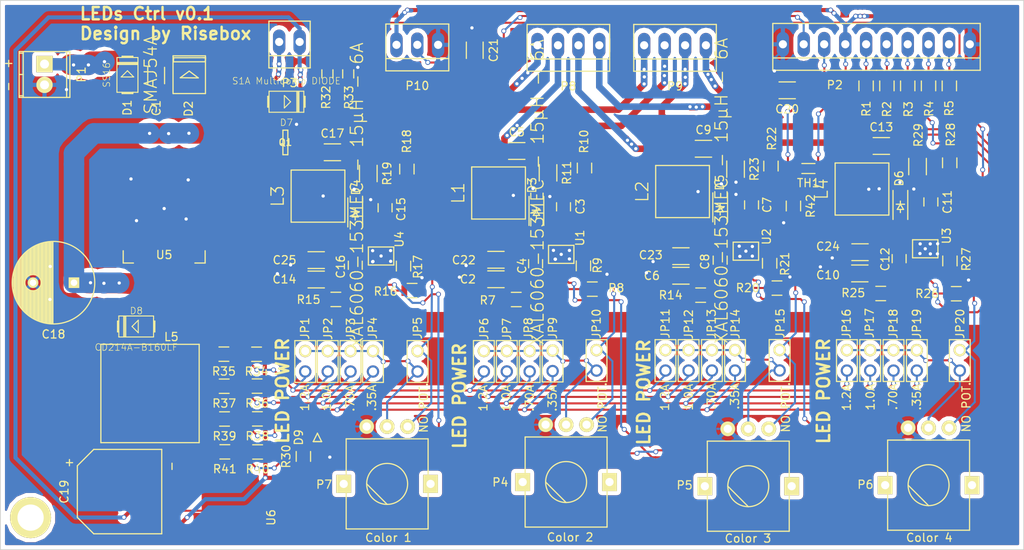
<source format=kicad_pcb>
(kicad_pcb (version 4) (host pcbnew 4.0.2-stable)
  (layers (0 F.Cu signal) (31 B.Cu signal) (34 B.Paste user) (35 F.Paste user) (36 B.SilkS user) (37 F.SilkS user) (38 B.Mask user) (39 F.Mask user) (44 Edge.Cuts user))
  (net 0 "")
  (net 1 GND)
  (net 2 "Net-(C3-Pad1)")
  (net 3 "Net-(C4-Pad1)")
  (net 4 "Net-(C4-Pad2)")
  (net 5 "Net-(C7-Pad1)")
  (net 6 "Net-(C8-Pad1)")
  (net 7 "Net-(C8-Pad2)")
  (net 8 "Net-(C11-Pad1)")
  (net 9 "Net-(C12-Pad1)")
  (net 10 "Net-(C12-Pad2)")
  (net 11 "Net-(C15-Pad1)")
  (net 12 "Net-(C16-Pad1)")
  (net 13 "Net-(C16-Pad2)")
  (net 14 +12V)
  (net 15 /THERM_LEDS)
  (net 16 /fan/Fan-)
  (net 17 "Net-(D8-Pad1)")
  (net 18 "Net-(D9-Pad2)")
  (net 19 /Color1/POT_IN)
  (net 20 /Color1/POT_OUT)
  (net 21 /Color2/POT_IN)
  (net 22 /Color2/POT_OUT)
  (net 23 /Color3/POT_IN)
  (net 24 /Color3/POT_OUT)
  (net 25 /Color4/POT_IN)
  (net 26 /Color4/POT_OUT)
  (net 27 "Net-(P2-Pad3)")
  (net 28 "Net-(P2-Pad2)")
  (net 29 "Net-(P2-Pad4)")
  (net 30 +5V)
  (net 31 "Net-(P2-Pad6)")
  (net 32 "Net-(P2-Pad5)")
  (net 33 "Net-(Q1-PadG)")
  (net 34 "Net-(R7-Pad2)")
  (net 35 "Net-(R9-Pad1)")
  (net 36 "Net-(R10-Pad2)")
  (net 37 "Net-(R14-Pad2)")
  (net 38 "Net-(R15-Pad2)")
  (net 39 "Net-(R17-Pad1)")
  (net 40 "Net-(R18-Pad2)")
  (net 41 "Net-(R21-Pad1)")
  (net 42 "Net-(R22-Pad2)")
  (net 43 "Net-(R25-Pad2)")
  (net 44 "Net-(R27-Pad1)")
  (net 45 "Net-(R28-Pad2)")
  (net 46 /Color1/VIN)
  (net 47 /Color2/LED+)
  (net 48 /Color2/LED-)
  (net 49 /Color3/LED+)
  (net 50 /Color3/LED-)
  (net 51 /Color4/LED+)
  (net 52 /Color4/LED-)
  (net 53 /Color1/LED+)
  (net 54 /Color1/LED-)
  (net 55 /THERMIC_SECURITY/THERM_CTRL)
  (net 56 "/Signal tensions/1.44V")
  (net 57 "/Signal tensions/1.2V")
  (net 58 "/Signal tensions/0.84V")
  (net 59 "/Signal tensions/0.42V")
  (net 60 /Color1/PWM)
  (net 61 /Color2/PWM)
  (net 62 /Color3/PWM)
  (net 63 /Color4/PWM)
  (net 64 /fan/Fan_PWM)
  (module Capacitors_SMD:C_1206 (layer F.Cu) (at 108.6739 71.1581 270)
    (fp_text reference C1 (at 3.9735 -0.0216 270) (layer F.SilkS))
    (fp_text value 10nF)
    (pad 1 smd rect (at -1.5 0 270) (size 1 1.6) (layers F.Cu F.Paste F.Mask) (net 46 /Color1/VIN))
    (pad 2 smd rect (at 1.5 0 270) (size 1 1.6) (layers F.Cu F.Paste F.Mask) (net 1 GND))
  )
  (module Capacitors_SMD:C_1206 (layer F.Cu) (at 150.1478 96.0274 180)
    (fp_text reference C2 (at 3.42 0 180) (layer F.SilkS))
    (fp_text value 4.7µF)
    (pad 1 smd rect (at -1.5 0 180) (size 1 1.6) (layers F.Cu F.Paste F.Mask) (net 46 /Color1/VIN))
    (pad 2 smd rect (at 1.5 0 180) (size 1 1.6) (layers F.Cu F.Paste F.Mask) (net 1 GND))
  )
  (module Capacitors_SMD:C_0805 (layer F.Cu) (at 158.3978 87.1774 90)
    (fp_text reference C3 (at 0.03 2.05 90) (layer F.SilkS))
    (fp_text value 0.1µF)
    (pad 1 smd rect (at -1 0 90) (size 1 1.25) (layers F.Cu F.Paste F.Mask) (net 2 "Net-(C3-Pad1)"))
    (pad 2 smd rect (at 1 0 90) (size 1 1.25) (layers F.Cu F.Paste F.Mask) (net 1 GND))
  )
  (module Capacitors_SMD:C_0805 (layer F.Cu) (at 154.9878 94.1274 90)
    (fp_text reference C4 (at -0.26 -1.65 90) (layer F.SilkS))
    (fp_text value 0.1µF)
    (pad 1 smd rect (at -1 0 90) (size 1 1.25) (layers F.Cu F.Paste F.Mask) (net 3 "Net-(C4-Pad1)"))
    (pad 2 smd rect (at 1 0 90) (size 1 1.25) (layers F.Cu F.Paste F.Mask) (net 4 "Net-(C4-Pad2)"))
  )
  (module Capacitors_SMD:C_1206 (layer F.Cu) (at 152.6878 80.3674)
    (fp_text reference C5 (at 0 -2.3) (layer F.SilkS))
    (fp_text value 4.7µF)
    (pad 1 smd rect (at -1.5 0) (size 1 1.6) (layers F.Cu F.Paste F.Mask) (net 47 /Color2/LED+))
    (pad 2 smd rect (at 1.5 0) (size 1 1.6) (layers F.Cu F.Paste F.Mask) (net 48 /Color2/LED-))
  )
  (module Capacitors_SMD:C_1206 (layer F.Cu) (at 172.7278 95.5974 180)
    (fp_text reference C6 (at 3.55 0 180) (layer F.SilkS))
    (fp_text value 4.7µF)
    (pad 1 smd rect (at -1.5 0 180) (size 1 1.6) (layers F.Cu F.Paste F.Mask) (net 46 /Color1/VIN))
    (pad 2 smd rect (at 1.5 0 180) (size 1 1.6) (layers F.Cu F.Paste F.Mask) (net 1 GND))
  )
  (module Capacitors_SMD:C_0805 (layer F.Cu) (at 181.3478 86.9474 90)
    (fp_text reference C7 (at 0 1.9 90) (layer F.SilkS))
    (fp_text value 0.1µF)
    (pad 1 smd rect (at -1 0 90) (size 1 1.25) (layers F.Cu F.Paste F.Mask) (net 5 "Net-(C7-Pad1)"))
    (pad 2 smd rect (at 1 0 90) (size 1 1.25) (layers F.Cu F.Paste F.Mask) (net 1 GND))
  )
  (module Capacitors_SMD:C_0805 (layer F.Cu) (at 177.5178 93.6974 90)
    (fp_text reference C8 (at -0.18 -1.86 90) (layer F.SilkS))
    (fp_text value 0.1µF)
    (pad 1 smd rect (at -1 0 90) (size 1 1.25) (layers F.Cu F.Paste F.Mask) (net 6 "Net-(C8-Pad1)"))
    (pad 2 smd rect (at 1 0 90) (size 1 1.25) (layers F.Cu F.Paste F.Mask) (net 7 "Net-(C8-Pad2)"))
  )
  (module Capacitors_SMD:C_1206 (layer F.Cu) (at 175.4778 80.0974)
    (fp_text reference C9 (at 0 -2.3) (layer F.SilkS))
    (fp_text value 4.7µF)
    (pad 1 smd rect (at -1.5 0) (size 1 1.6) (layers F.Cu F.Paste F.Mask) (net 49 /Color3/LED+))
    (pad 2 smd rect (at 1.5 0) (size 1 1.6) (layers F.Cu F.Paste F.Mask) (net 50 /Color3/LED-))
  )
  (module Capacitors_SMD:C_1206 (layer F.Cu) (at 194.564 95.3135 180)
    (fp_text reference C10 (at 3.8735 -0.2032 180) (layer F.SilkS))
    (fp_text value 4.7µF)
    (pad 1 smd rect (at -1.5 0 180) (size 1 1.6) (layers F.Cu F.Paste F.Mask) (net 46 /Color1/VIN))
    (pad 2 smd rect (at 1.5 0 180) (size 1 1.6) (layers F.Cu F.Paste F.Mask) (net 1 GND))
  )
  (module Capacitors_SMD:C_0805 (layer F.Cu) (at 203.2381 86.5886 90)
    (fp_text reference C11 (at 0 2.0193 90) (layer F.SilkS))
    (fp_text value 0.1µF)
    (pad 1 smd rect (at -1 0 90) (size 1 1.25) (layers F.Cu F.Paste F.Mask) (net 8 "Net-(C11-Pad1)"))
    (pad 2 smd rect (at 1 0 90) (size 1 1.25) (layers F.Cu F.Paste F.Mask) (net 1 GND))
  )
  (module Capacitors_SMD:C_0805 (layer F.Cu) (at 199.3646 93.5101 90)
    (fp_text reference C12 (at -0.0762 -1.7018 90) (layer F.SilkS))
    (fp_text value 0.1µF)
    (pad 1 smd rect (at -1 0 90) (size 1 1.25) (layers F.Cu F.Paste F.Mask) (net 9 "Net-(C12-Pad1)"))
    (pad 2 smd rect (at 1 0 90) (size 1 1.25) (layers F.Cu F.Paste F.Mask) (net 10 "Net-(C12-Pad2)"))
  )
  (module Capacitors_SMD:C_1206 (layer F.Cu) (at 197.1929 79.756)
    (fp_text reference C13 (at 0 -2.3) (layer F.SilkS))
    (fp_text value 4.7µF)
    (pad 1 smd rect (at -1.5 0) (size 1 1.6) (layers F.Cu F.Paste F.Mask) (net 51 /Color4/LED+))
    (pad 2 smd rect (at 1.5 0) (size 1 1.6) (layers F.Cu F.Paste F.Mask) (net 52 /Color4/LED-))
  )
  (module Capacitors_SMD:C_1206 (layer F.Cu) (at 128.2078 96.0574 180)
    (fp_text reference C14 (at 3.88 0.03 180) (layer F.SilkS))
    (fp_text value 4.7µF)
    (pad 1 smd rect (at -1.5 0 180) (size 1 1.6) (layers F.Cu F.Paste F.Mask) (net 46 /Color1/VIN))
    (pad 2 smd rect (at 1.5 0 180) (size 1 1.6) (layers F.Cu F.Paste F.Mask) (net 1 GND))
  )
  (module Capacitors_SMD:C_0805 (layer F.Cu) (at 136.6178 87.2974 90)
    (fp_text reference C15 (at -0.18 1.95 90) (layer F.SilkS))
    (fp_text value 0.1µF)
    (pad 1 smd rect (at -1 0 90) (size 1 1.25) (layers F.Cu F.Paste F.Mask) (net 11 "Net-(C15-Pad1)"))
    (pad 2 smd rect (at 1 0 90) (size 1 1.25) (layers F.Cu F.Paste F.Mask) (net 1 GND))
  )
  (module Capacitors_SMD:C_0805 (layer F.Cu) (at 132.9778 94.3174 90)
    (fp_text reference C16 (at -0.17 -1.78 90) (layer F.SilkS))
    (fp_text value 0.1µF)
    (pad 1 smd rect (at -1 0 90) (size 1 1.25) (layers F.Cu F.Paste F.Mask) (net 12 "Net-(C16-Pad1)"))
    (pad 2 smd rect (at 1 0 90) (size 1 1.25) (layers F.Cu F.Paste F.Mask) (net 13 "Net-(C16-Pad2)"))
  )
  (module Capacitors_SMD:C_1206 (layer F.Cu) (at 130.1878 80.5274)
    (fp_text reference C17 (at 0 -2.3) (layer F.SilkS))
    (fp_text value 4.7µF)
    (pad 1 smd rect (at -1.5 0) (size 1 1.6) (layers F.Cu F.Paste F.Mask) (net 53 /Color1/LED+))
    (pad 2 smd rect (at 1.5 0) (size 1 1.6) (layers F.Cu F.Paste F.Mask) (net 54 /Color1/LED-))
  )
  (module Capacitors_ThroughHole:C_Radial_D10_L20_P5 (layer F.Cu) (at 98.6409 96.4438 180)
    (fp_text reference C18 (at 2.5 -6.3 180) (layer F.SilkS))
    (fp_text value 100µF)
    (pad 1 thru_hole rect (at 0 0 180) (size 1.3 1.3) (drill 0.8) (layers *.Cu *.Mask F.SilkS) (net 46 /Color1/VIN))
    (pad 2 thru_hole circle (at 5 0 180) (size 1.3 1.3) (drill 0.8) (layers *.Cu *.Mask F.SilkS) (net 1 GND))
  )
  (module risebox:CAPA_EEEFC1V331P (layer F.Cu) (at 104.2035 121.9454 270)
    (fp_text reference C19 (at 0.0162 6.748 270) (layer F.SilkS))
    (fp_text value "330µF LOW ESR 35V - EEEFC1V331P")
    (fp_text user + (at -3.5338 6.188 270) (layer F.SilkS))
    (fp_text user - (at -3.0838 -6.332 270) (layer F.SilkS))
    (pad 2 smd rect (at 0 2.3 270) (size 2 4.1) (layers F.Cu F.Paste F.Mask) (net 1 GND))
    (pad 1 smd rect (at 0 -2.3 270) (size 2 4.1) (layers F.Cu F.Paste F.Mask) (net 14 +12V))
  )
  (module Capacitors_SMD:C_1206 (layer F.Cu) (at 185.6994 72.9615 180)
    (fp_text reference C20 (at 0 -2.3 180) (layer F.SilkS))
    (fp_text value 10nF)
    (pad 1 smd rect (at -1.5 0 180) (size 1 1.6) (layers F.Cu F.Paste F.Mask) (net 55 /THERMIC_SECURITY/THERM_CTRL))
    (pad 2 smd rect (at 1.5 0 180) (size 1 1.6) (layers F.Cu F.Paste F.Mask) (net 1 GND))
  )
  (module Capacitors_SMD:C_1206 (layer F.Cu) (at 147.5613 68.072 270)
    (fp_text reference C21 (at 0 -2.3 270) (layer F.SilkS))
    (fp_text value 10nF)
    (pad 1 smd rect (at -1.5 0 270) (size 1 1.6) (layers F.Cu F.Paste F.Mask) (net 1 GND))
    (pad 2 smd rect (at 1.5 0 270) (size 1 1.6) (layers F.Cu F.Paste F.Mask) (net 15 /THERM_LEDS))
  )
  (module Capacitors_SMD:C_1206 (layer F.Cu) (at 150.1478 93.6474 180)
    (fp_text reference C22 (at 3.92 -0.04 180) (layer F.SilkS))
    (fp_text value 4.7µF)
    (pad 1 smd rect (at -1.5 0 180) (size 1 1.6) (layers F.Cu F.Paste F.Mask) (net 46 /Color1/VIN))
    (pad 2 smd rect (at 1.5 0 180) (size 1 1.6) (layers F.Cu F.Paste F.Mask) (net 1 GND))
  )
  (module Capacitors_SMD:C_1206 (layer F.Cu) (at 172.7278 93.2074 180)
    (fp_text reference C23 (at 3.68 0.13 180) (layer F.SilkS))
    (fp_text value 4.7µF)
    (pad 1 smd rect (at -1.5 0 180) (size 1 1.6) (layers F.Cu F.Paste F.Mask) (net 46 /Color1/VIN))
    (pad 2 smd rect (at 1.5 0 180) (size 1 1.6) (layers F.Cu F.Paste F.Mask) (net 1 GND))
  )
  (module Capacitors_SMD:C_1206 (layer F.Cu) (at 194.5894 92.7227 180)
    (fp_text reference C24 (at 3.9116 0.6985 180) (layer F.SilkS))
    (fp_text value 4.7µF)
    (pad 1 smd rect (at -1.5 0 180) (size 1 1.6) (layers F.Cu F.Paste F.Mask) (net 46 /Color1/VIN))
    (pad 2 smd rect (at 1.5 0 180) (size 1 1.6) (layers F.Cu F.Paste F.Mask) (net 1 GND))
  )
  (module Capacitors_SMD:C_1206 (layer F.Cu) (at 128.2078 93.6874 180)
    (fp_text reference C25 (at 3.86 0 180) (layer F.SilkS))
    (fp_text value 4.7µF)
    (pad 1 smd rect (at -1.5 0 180) (size 1 1.6) (layers F.Cu F.Paste F.Mask) (net 46 /Color1/VIN))
    (pad 2 smd rect (at 1.5 0 180) (size 1 1.6) (layers F.Cu F.Paste F.Mask) (net 1 GND))
  )
  (module ab2_passive:AB2_DO-214AC (layer F.Cu) (at 105.1687 71.0819 270)
    (fp_text reference D1 (at 4.0097 0.0132 270) (layer F.SilkS))
    (fp_text value SS16 (at 0 2.54 270) (layer F.SilkS) (effects (font (size 0.8128 0.8128) (thickness 0.0762))))
    (pad 2 smd rect (at -1.7018 0 270) (size 1.524 1.6764) (layers F.Cu F.Paste F.Mask) (net 46 /Color1/VIN))
    (pad 1 smd rect (at 1.7018 0 270) (size 1.524 1.6764) (layers F.Cu F.Paste F.Mask) (net 1 GND))
  )
  (module risebox:DIODE_DO_214_AA (layer F.Cu) (at 112.7125 71.0565 270)
    (fp_text reference D2 (at 4.1551 0.087 270) (layer F.SilkS))
    (fp_text value SMAJ54A (at 0 4.7 270) (layer F.SilkS) (effects (font (size 1.5 1.5))))
    (pad 1 smd rect (at 2.11 0 270) (size 1.62 2.18) (layers F.Cu F.Paste F.Mask) (net 1 GND))
    (pad 2 smd rect (at -2.11 0 270) (size 1.62 2.18) (layers F.Cu F.Paste F.Mask) (net 46 /Color1/VIN))
  )
  (module Diodes_SMD:SOD-123 (layer F.Cu) (at 155.0878 87.9174 270)
    (fp_text reference D3 (at -3.37 0.53 270) (layer F.SilkS))
    (fp_text value DIODESCH)
    (pad 1 smd rect (at -1.635 0 270) (size 0.91 1.22) (layers F.Cu F.Paste F.Mask) (net 1 GND))
    (pad 2 smd rect (at 1.635 0 270) (size 0.91 1.22) (layers F.Cu F.Paste F.Mask) (net 4 "Net-(C4-Pad2)"))
  )
  (module Diodes_SMD:SOD-123 (layer F.Cu) (at 132.9678 88.0974 270)
    (fp_text reference D4 (at -3.29 -0.09 270) (layer F.SilkS))
    (fp_text value SS28)
    (pad 1 smd rect (at -1.635 0 270) (size 0.91 1.22) (layers F.Cu F.Paste F.Mask) (net 1 GND))
    (pad 2 smd rect (at 1.635 0 270) (size 0.91 1.22) (layers F.Cu F.Paste F.Mask) (net 13 "Net-(C16-Pad2)"))
  )
  (module Diodes_SMD:SOD-123 (layer F.Cu) (at 177.5178 87.4774 270)
    (fp_text reference D5 (at -3.25 0.05 270) (layer F.SilkS))
    (fp_text value DIODESCH)
    (pad 1 smd rect (at -1.635 0 270) (size 0.91 1.22) (layers F.Cu F.Paste F.Mask) (net 1 GND))
    (pad 2 smd rect (at 1.635 0 270) (size 0.91 1.22) (layers F.Cu F.Paste F.Mask) (net 7 "Net-(C8-Pad2)"))
  )
  (module Diodes_SMD:SOD-123 (layer F.Cu) (at 199.517 87.1855 270)
    (fp_text reference D6 (at -3.4671 0.1524 270) (layer F.SilkS))
    (fp_text value DIODESCH)
    (pad 1 smd rect (at -1.635 0 270) (size 0.91 1.22) (layers F.Cu F.Paste F.Mask) (net 1 GND))
    (pad 2 smd rect (at 1.635 0 270) (size 0.91 1.22) (layers F.Cu F.Paste F.Mask) (net 10 "Net-(C12-Pad2)"))
  )
  (module ab2_passive:AB2_DO-214AC (layer F.Cu) (at 124.5743 74.3585 180)
    (fp_text reference D7 (at 0 -2.54 180) (layer F.SilkS) (effects (font (size 0.8128 0.8128) (thickness 0.0762))))
    (fp_text value "S1A Multicomp DIODE" (at 0 2.54 180) (layer F.SilkS) (effects (font (size 0.8128 0.8128) (thickness 0.0762))))
    (pad 2 smd rect (at -1.7018 0 180) (size 1.524 1.6764) (layers F.Cu F.Paste F.Mask) (net 14 +12V))
    (pad 1 smd rect (at 1.7018 0 180) (size 1.524 1.6764) (layers F.Cu F.Paste F.Mask) (net 16 /fan/Fan-))
  )
  (module ab2_passive:AB2_DO-214AC (layer F.Cu) (at 106.2355 101.7905)
    (fp_text reference D8 (at 0.02 -1.9089) (layer F.SilkS) (effects (font (size 0.8128 0.8128) (thickness 0.0762))))
    (fp_text value CD214A-B160LF (at 0 2.54) (layer F.SilkS) (effects (font (size 0.8128 0.8128) (thickness 0.0762))))
    (pad 2 smd rect (at -1.7018 0) (size 1.524 1.6764) (layers F.Cu F.Paste F.Mask) (net 1 GND))
    (pad 1 smd rect (at 1.7018 0) (size 1.524 1.6764) (layers F.Cu F.Paste F.Mask) (net 17 "Net-(D8-Pad1)"))
  )
  (module risebox:LED-KPH-2012SGC (layer F.Cu) (at 129.8829 115.3287 90)
    (fp_text reference D9 (at 0 -3.81 90) (layer F.SilkS))
    (fp_text value KP-2012SGC)
    (pad 2 smd rect (at 1.1 0 90) (size 1.25 1.1) (layers F.Cu F.Paste F.Mask) (net 18 "Net-(D9-Pad2)"))
    (pad 1 smd rect (at -1.1 0 90) (size 1.25 1.1) (layers F.Cu F.Paste F.Mask) (net 1 GND))
  )
  (module risebox:SELF_COILCRAFT_XAL6060-153 (layer F.Cu) (at 150.4678 85.4974 90)
    (fp_text reference L1 (at -0.01 -4.93 90) (layer F.SilkS) (effects (font (size 1.5 1.5))))
    (fp_text value "XAL6060-153MEC - 15µH - 6A" (at 0.09 4.75 90) (layer F.SilkS) (effects (font (size 1.5 1.5))))
    (pad 1 smd rect (at -2.02 0 90) (size 1.43 5.18) (layers F.Cu F.Paste F.Mask) (net 4 "Net-(C4-Pad2)"))
    (pad 2 smd rect (at 2.02 0 90) (size 1.43 5.18) (layers F.Cu F.Paste F.Mask) (net 47 /Color2/LED+))
  )
  (module risebox:SELF_COILCRAFT_XAL6060-153 (layer F.Cu) (at 172.9278 85.3174 90)
    (fp_text reference L2 (at -0.01 -4.93 90) (layer F.SilkS) (effects (font (size 1.5 1.5))))
    (fp_text value "XAL6060-153MEC - 15µH - 6A" (at 0.09 4.75 90) (layer F.SilkS) (effects (font (size 1.5 1.5))))
    (pad 1 smd rect (at -2.02 0 90) (size 1.43 5.18) (layers F.Cu F.Paste F.Mask) (net 7 "Net-(C8-Pad2)"))
    (pad 2 smd rect (at 2.02 0 90) (size 1.43 5.18) (layers F.Cu F.Paste F.Mask) (net 49 /Color3/LED+))
  )
  (module risebox:SELF_COILCRAFT_XAL6060-153 (layer F.Cu) (at 128.4278 85.8774 90)
    (fp_text reference L3 (at -0.01 -4.93 90) (layer F.SilkS) (effects (font (size 1.5 1.5))))
    (fp_text value "XAL6060-153MEC - 15µH - 6A" (at 0.09 4.75 90) (layer F.SilkS) (effects (font (size 1.5 1.5))))
    (pad 1 smd rect (at -2.02 0 90) (size 1.43 5.18) (layers F.Cu F.Paste F.Mask) (net 13 "Net-(C16-Pad2)"))
    (pad 2 smd rect (at 2.02 0 90) (size 1.43 5.18) (layers F.Cu F.Paste F.Mask) (net 53 /Color1/LED+))
  )
  (module risebox:SELF_COILCRAFT_XAL6060-153 (layer F.Cu) (at 194.8307 85.0138 90)
    (fp_text reference L4 (at -0.01 -4.93 90) (layer F.SilkS) (effects (font (size 1.5 1.5))))
    (fp_text value "XAL6060-153MEC - 15µH - 6A" hide)
    (pad 1 smd rect (at -2.02 0 90) (size 1.43 5.18) (layers F.Cu F.Paste F.Mask) (net 10 "Net-(C12-Pad2)"))
    (pad 2 smd rect (at 2.02 0 90) (size 1.43 5.18) (layers F.Cu F.Paste F.Mask) (net 51 /Color4/LED+))
  )
  (module risebox:INDUC_SRR1210A (layer F.Cu) (at 107.9246 109.9693)
    (fp_text reference L5 (at 2.6009 -6.9077) (layer F.SilkS))
    (fp_text value SRR1210A-681M)
    (pad 2 smd rect (at 0 3.65) (size 5.3 2.8) (layers F.Cu F.Paste F.Mask) (net 14 +12V))
    (pad 1 smd rect (at 0 -3.65) (size 5.3 2.8) (layers F.Cu F.Paste F.Mask) (net 17 "Net-(D8-Pad1)"))
  )
  (module Terminal_Blocks:TerminalBlock_Pheonix_MPT-2.54mm_2pol (layer F.Cu) (at 95.0468 69.7611 270)
    (fp_text reference P1 (at 1.27 -4.50088 270) (layer F.SilkS))
    (fp_text value ALIM_12V_60V)
    (pad 2 thru_hole oval (at 2.54 0 270) (size 1.99898 1.99898) (drill 1.09728) (layers *.Cu *.Mask F.SilkS) (net 1 GND) (clearance 0.2))
    (pad 1 thru_hole rect (at 0 0 270) (size 1.99898 1.99898) (drill 1.09728) (layers *.Cu *.Mask F.SilkS) (net 46 /Color1/VIN) (clearance 0.2))
  )
  (module risebox:POT_PTV09A-4020F-B103 (layer F.Cu) (at 158.7119 120.777 180)
    (fp_text reference P4 (at 8.0264 -0.0346 180) (layer F.SilkS))
    (fp_text value POT_COLOR2)
    (pad 3 thru_hole circle (at 2.5 7 180) (size 1.8 1.8) (drill 1) (layers *.Cu *.Mask F.SilkS) (net 1 GND))
    (pad 1 thru_hole circle (at -2.5 7 180) (size 1.8 1.8) (drill 1) (layers *.Cu *.Mask F.SilkS) (net 22 /Color2/POT_OUT))
    (pad "" np_thru_hole rect (at 5.3 0 180) (size 1.8 2.2) (drill 1) (layers *.Cu *.Mask F.SilkS))
    (pad "" np_thru_hole rect (at -5.3 0 180) (size 1.8 2.2) (drill 1) (layers *.Cu *.Mask F.SilkS))
    (pad 2 thru_hole circle (at 0 7 180) (size 1.8 1.8) (drill 1) (layers *.Cu *.Mask F.SilkS) (net 21 /Color2/POT_IN))
  )
  (module risebox:POT_PTV09A-4020F-B103 (layer F.Cu) (at 180.9496 121.285 180)
    (fp_text reference P5 (at 7.7741 0.1134 180) (layer F.SilkS))
    (fp_text value POT_COLOR3)
    (pad 3 thru_hole circle (at 2.5 7 180) (size 1.8 1.8) (drill 1) (layers *.Cu *.Mask F.SilkS) (net 1 GND))
    (pad 1 thru_hole circle (at -2.5 7 180) (size 1.8 1.8) (drill 1) (layers *.Cu *.Mask F.SilkS) (net 24 /Color3/POT_OUT))
    (pad "" np_thru_hole rect (at 5.3 0 180) (size 1.8 2.2) (drill 1) (layers *.Cu *.Mask F.SilkS))
    (pad "" np_thru_hole rect (at -5.3 0 180) (size 1.8 2.2) (drill 1) (layers *.Cu *.Mask F.SilkS))
    (pad 2 thru_hole circle (at 0 7 180) (size 1.8 1.8) (drill 1) (layers *.Cu *.Mask F.SilkS) (net 23 /Color3/POT_IN))
  )
  (module risebox:POT_PTV09A-4020F-B103 (layer F.Cu) (at 202.9587 121.158 180)
    (fp_text reference P6 (at 7.7132 0.0664 180) (layer F.SilkS))
    (fp_text value POT_COLOR4)
    (pad 3 thru_hole circle (at 2.5 7 180) (size 1.8 1.8) (drill 1) (layers *.Cu *.Mask F.SilkS) (net 1 GND))
    (pad 1 thru_hole circle (at -2.5 7 180) (size 1.8 1.8) (drill 1) (layers *.Cu *.Mask F.SilkS) (net 26 /Color4/POT_OUT))
    (pad "" np_thru_hole rect (at 5.3 0 180) (size 1.8 2.2) (drill 1) (layers *.Cu *.Mask F.SilkS))
    (pad "" np_thru_hole rect (at -5.3 0 180) (size 1.8 2.2) (drill 1) (layers *.Cu *.Mask F.SilkS))
    (pad 2 thru_hole circle (at 0 7 180) (size 1.8 1.8) (drill 1) (layers *.Cu *.Mask F.SilkS) (net 25 /Color4/POT_IN))
  )
  (module risebox:POT_PTV09A-4020F-B103 (layer F.Cu) (at 136.8679 121.0056 180)
    (fp_text reference P7 (at 7.6924 -0.076 180) (layer F.SilkS))
    (fp_text value POT_COLOR1)
    (pad 3 thru_hole circle (at 2.5 7 180) (size 1.8 1.8) (drill 1) (layers *.Cu *.Mask F.SilkS) (net 1 GND))
    (pad 1 thru_hole circle (at -2.5 7 180) (size 1.8 1.8) (drill 1) (layers *.Cu *.Mask F.SilkS) (net 20 /Color1/POT_OUT))
    (pad "" np_thru_hole rect (at 5.3 0 180) (size 1.8 2.2) (drill 1) (layers *.Cu *.Mask F.SilkS))
    (pad "" np_thru_hole rect (at -5.3 0 180) (size 1.8 2.2) (drill 1) (layers *.Cu *.Mask F.SilkS))
    (pad 2 thru_hole circle (at 0 7 180) (size 1.8 1.8) (drill 1) (layers *.Cu *.Mask F.SilkS) (net 19 /Color1/POT_IN))
  )
  (module risebox:SOT-23-FET (layer F.Cu) (at 124.4473 79.3242 90)
    (fp_text reference Q1 (at 0 0 180) (layer F.SilkS) (effects (font (size 0.81 0.81))))
    (fp_text value FDN337N hide)
    (pad G smd rect (at -0.95 1 90) (size 0.8 0.9) (layers F.Cu F.Paste F.Mask) (net 33 "Net-(Q1-PadG)"))
    (pad S smd rect (at 0.95 1 90) (size 0.8 0.9) (layers F.Cu F.Paste F.Mask) (net 1 GND))
    (pad D smd rect (at 0 -1 90) (size 0.8 0.9) (layers F.Cu F.Paste F.Mask) (net 16 /fan/Fan-))
  )
  (module Resistors_SMD:R_0805 (layer F.Cu) (at 195.33235 72.42175 90)
    (fp_text reference R1 (at -2.78985 0.02315 90) (layer F.SilkS))
    (fp_text value 1k)
    (pad 1 smd rect (at -0.95 0 90) (size 0.7 1.3) (layers F.Cu F.Paste F.Mask) (net 60 /Color1/PWM))
    (pad 2 smd rect (at 0.95 0 90) (size 0.7 1.3) (layers F.Cu F.Paste F.Mask) (net 31 "Net-(P2-Pad6)"))
  )
  (module Resistors_SMD:R_0805 (layer F.Cu) (at 197.87235 72.42175 90)
    (fp_text reference R2 (at -2.84985 0.00315 90) (layer F.SilkS))
    (fp_text value 1k)
    (pad 1 smd rect (at -0.95 0 90) (size 0.7 1.3) (layers F.Cu F.Paste F.Mask) (net 61 /Color2/PWM))
    (pad 2 smd rect (at 0.95 0 90) (size 0.7 1.3) (layers F.Cu F.Paste F.Mask) (net 32 "Net-(P2-Pad5)"))
  )
  (module Resistors_SMD:R_0805 (layer F.Cu) (at 200.41235 72.42175 90)
    (fp_text reference R3 (at -2.84985 0.08315 90) (layer F.SilkS))
    (fp_text value 1k)
    (pad 1 smd rect (at -0.95 0 90) (size 0.7 1.3) (layers F.Cu F.Paste F.Mask) (net 62 /Color3/PWM))
    (pad 2 smd rect (at 0.95 0 90) (size 0.7 1.3) (layers F.Cu F.Paste F.Mask) (net 29 "Net-(P2-Pad4)"))
  )
  (module Resistors_SMD:R_0805 (layer F.Cu) (at 202.95235 72.42175 90)
    (fp_text reference R4 (at -2.78985 0.06315 90) (layer F.SilkS))
    (fp_text value 1k)
    (pad 1 smd rect (at -0.95 0 90) (size 0.7 1.3) (layers F.Cu F.Paste F.Mask) (net 63 /Color4/PWM))
    (pad 2 smd rect (at 0.95 0 90) (size 0.7 1.3) (layers F.Cu F.Paste F.Mask) (net 27 "Net-(P2-Pad3)"))
  )
  (module Resistors_SMD:R_0805 (layer F.Cu) (at 205.49235 72.42175 90)
    (fp_text reference R5 (at -2.73985 -0.01685 90) (layer F.SilkS))
    (fp_text value 1k)
    (pad 1 smd rect (at -0.95 0 90) (size 0.7 1.3) (layers F.Cu F.Paste F.Mask) (net 64 /fan/Fan_PWM))
    (pad 2 smd rect (at 0.95 0 90) (size 0.7 1.3) (layers F.Cu F.Paste F.Mask) (net 28 "Net-(P2-Pad2)"))
  )
  (module Resistors_SMD:R_0805 (layer F.Cu) (at 152.6278 98.4974)
    (fp_text reference R7 (at -3.49 0.1) (layer F.SilkS))
    (fp_text value 174k)
    (pad 1 smd rect (at -0.95 0) (size 0.7 1.3) (layers F.Cu F.Paste F.Mask) (net 46 /Color1/VIN))
    (pad 2 smd rect (at 0.95 0) (size 0.7 1.3) (layers F.Cu F.Paste F.Mask) (net 34 "Net-(R7-Pad2)"))
  )
  (module Resistors_SMD:R_0805 (layer F.Cu) (at 161.9123 97.2312)
    (fp_text reference R8 (at 2.92 -0.13) (layer F.SilkS))
    (fp_text value 19.1k)
    (pad 1 smd rect (at -0.95 0) (size 0.7 1.3) (layers F.Cu F.Paste F.Mask) (net 34 "Net-(R7-Pad2)"))
    (pad 2 smd rect (at 0.95 0) (size 0.7 1.3) (layers F.Cu F.Paste F.Mask) (net 1 GND))
  )
  (module Resistors_SMD:R_0805 (layer F.Cu) (at 160.8278 94.3874 90)
    (fp_text reference R9 (at 0.06 1.72 90) (layer F.SilkS))
    (fp_text value 200k)
    (pad 1 smd rect (at -0.95 0 90) (size 0.7 1.3) (layers F.Cu F.Paste F.Mask) (net 35 "Net-(R9-Pad1)"))
    (pad 2 smd rect (at 0.95 0 90) (size 0.7 1.3) (layers F.Cu F.Paste F.Mask) (net 1 GND))
  )
  (module Resistors_SMD:R_0805 (layer F.Cu) (at 160.9578 82.4474 270)
    (fp_text reference R10 (at -3.24 0.06 270) (layer F.SilkS))
    (fp_text value 1k)
    (pad 1 smd rect (at -0.95 0 270) (size 0.7 1.3) (layers F.Cu F.Paste F.Mask) (net 48 /Color2/LED-))
    (pad 2 smd rect (at 0.95 0 270) (size 0.7 1.3) (layers F.Cu F.Paste F.Mask) (net 36 "Net-(R10-Pad2)"))
  )
  (module Resistors_SMD:R_1206 (layer F.Cu) (at 156.5078 83.0374 270)
    (fp_text reference R11 (at 0 -2.3 270) (layer F.SilkS))
    (fp_text value 0.2)
    (pad 1 smd rect (at -1.45 0 270) (size 0.9 1.7) (layers F.Cu F.Paste F.Mask) (net 48 /Color2/LED-))
    (pad 2 smd rect (at 1.45 0 270) (size 0.9 1.7) (layers F.Cu F.Paste F.Mask) (net 1 GND))
  )
  (module Resistors_SMD:R_0805 (layer F.Cu) (at 175.1378 97.9674)
    (fp_text reference R14 (at -3.66 0) (layer F.SilkS))
    (fp_text value 176k)
    (pad 1 smd rect (at -0.95 0) (size 0.7 1.3) (layers F.Cu F.Paste F.Mask) (net 46 /Color1/VIN))
    (pad 2 smd rect (at 0.95 0) (size 0.7 1.3) (layers F.Cu F.Paste F.Mask) (net 37 "Net-(R14-Pad2)"))
  )
  (module Resistors_SMD:R_0805 (layer F.Cu) (at 130.6078 98.4874)
    (fp_text reference R15 (at -3.33 0.03) (layer F.SilkS))
    (fp_text value 174k)
    (pad 1 smd rect (at -0.95 0) (size 0.7 1.3) (layers F.Cu F.Paste F.Mask) (net 46 /Color1/VIN))
    (pad 2 smd rect (at 0.95 0) (size 0.7 1.3) (layers F.Cu F.Paste F.Mask) (net 38 "Net-(R15-Pad2)"))
  )
  (module Resistors_SMD:R_0805 (layer F.Cu) (at 139.9159 97.409)
    (fp_text reference R16 (at -3.23 0.1) (layer F.SilkS))
    (fp_text value 19.1k)
    (pad 1 smd rect (at -0.95 0) (size 0.7 1.3) (layers F.Cu F.Paste F.Mask) (net 38 "Net-(R15-Pad2)"))
    (pad 2 smd rect (at 0.95 0) (size 0.7 1.3) (layers F.Cu F.Paste F.Mask) (net 1 GND))
  )
  (module Resistors_SMD:R_0805 (layer F.Cu) (at 138.8678 94.4174 90)
    (fp_text reference R17 (at -0.09 1.75 90) (layer F.SilkS))
    (fp_text value 200K)
    (pad 1 smd rect (at -0.95 0 90) (size 0.7 1.3) (layers F.Cu F.Paste F.Mask) (net 39 "Net-(R17-Pad1)"))
    (pad 2 smd rect (at 0.95 0 90) (size 0.7 1.3) (layers F.Cu F.Paste F.Mask) (net 1 GND))
  )
  (module Resistors_SMD:R_0805 (layer F.Cu) (at 139.2778 82.5774 270)
    (fp_text reference R18 (at -3.39 0.01 270) (layer F.SilkS))
    (fp_text value 1k)
    (pad 1 smd rect (at -0.95 0 270) (size 0.7 1.3) (layers F.Cu F.Paste F.Mask) (net 54 /Color1/LED-))
    (pad 2 smd rect (at 0.95 0 270) (size 0.7 1.3) (layers F.Cu F.Paste F.Mask) (net 40 "Net-(R18-Pad2)"))
  )
  (module Resistors_SMD:R_1206 (layer F.Cu) (at 134.5678 83.1174 270)
    (fp_text reference R19 (at 0 -2.3 270) (layer F.SilkS))
    (fp_text value 0.2Ohm)
    (pad 1 smd rect (at -1.45 0 270) (size 0.9 1.7) (layers F.Cu F.Paste F.Mask) (net 54 /Color1/LED-))
    (pad 2 smd rect (at 1.45 0 270) (size 0.9 1.7) (layers F.Cu F.Paste F.Mask) (net 1 GND))
  )
  (module Resistors_SMD:R_0805 (layer F.Cu) (at 184.4548 97.1042)
    (fp_text reference R20 (at -3.57 -0.02) (layer F.SilkS))
    (fp_text value 19.3k)
    (pad 1 smd rect (at -0.95 0) (size 0.7 1.3) (layers F.Cu F.Paste F.Mask) (net 37 "Net-(R14-Pad2)"))
    (pad 2 smd rect (at 0.95 0) (size 0.7 1.3) (layers F.Cu F.Paste F.Mask) (net 1 GND))
  )
  (module Resistors_SMD:R_0805 (layer F.Cu) (at 183.5578 94.0774 90)
    (fp_text reference R21 (at -0.07 1.87 90) (layer F.SilkS))
    (fp_text value 200k)
    (pad 1 smd rect (at -0.95 0 90) (size 0.7 1.3) (layers F.Cu F.Paste F.Mask) (net 41 "Net-(R21-Pad1)"))
    (pad 2 smd rect (at 0.95 0 90) (size 0.7 1.3) (layers F.Cu F.Paste F.Mask) (net 1 GND))
  )
  (module Resistors_SMD:R_0805 (layer F.Cu) (at 183.7178 82.2074 270)
    (fp_text reference R22 (at -3.35 -0.11 270) (layer F.SilkS))
    (fp_text value 1k)
    (pad 1 smd rect (at -0.95 0 270) (size 0.7 1.3) (layers F.Cu F.Paste F.Mask) (net 50 /Color3/LED-))
    (pad 2 smd rect (at 0.95 0 270) (size 0.7 1.3) (layers F.Cu F.Paste F.Mask) (net 42 "Net-(R22-Pad2)"))
  )
  (module Resistors_SMD:R_1206 (layer F.Cu) (at 179.3978 82.5874 270)
    (fp_text reference R23 (at 0 -2.3 270) (layer F.SilkS))
    (fp_text value 0.2)
    (pad 1 smd rect (at -1.45 0 270) (size 0.9 1.7) (layers F.Cu F.Paste F.Mask) (net 50 /Color3/LED-))
    (pad 2 smd rect (at 1.45 0 270) (size 0.9 1.7) (layers F.Cu F.Paste F.Mask) (net 1 GND))
  )
  (module Resistors_SMD:R_0805 (layer F.Cu) (at 197.1167 97.7646)
    (fp_text reference R25 (at -3.3528 -0.0635) (layer F.SilkS))
    (fp_text value 176k)
    (pad 1 smd rect (at -0.95 0) (size 0.7 1.3) (layers F.Cu F.Paste F.Mask) (net 46 /Color1/VIN))
    (pad 2 smd rect (at 0.95 0) (size 0.7 1.3) (layers F.Cu F.Paste F.Mask) (net 43 "Net-(R25-Pad2)"))
  )
  (module Resistors_SMD:R_0805 (layer F.Cu) (at 206.3369 97.79)
    (fp_text reference R26 (at -3.556 0) (layer F.SilkS))
    (fp_text value 19.3k)
    (pad 1 smd rect (at -0.95 0) (size 0.7 1.3) (layers F.Cu F.Paste F.Mask) (net 43 "Net-(R25-Pad2)"))
    (pad 2 smd rect (at 0.95 0) (size 0.7 1.3) (layers F.Cu F.Paste F.Mask) (net 1 GND))
  )
  (module Resistors_SMD:R_0805 (layer F.Cu) (at 205.5622 93.7895 90)
    (fp_text reference R27 (at 0.2032 1.9939 90) (layer F.SilkS))
    (fp_text value 200k)
    (pad 1 smd rect (at -0.95 0 90) (size 0.7 1.3) (layers F.Cu F.Paste F.Mask) (net 44 "Net-(R27-Pad1)"))
    (pad 2 smd rect (at 0.95 0 90) (size 0.7 1.3) (layers F.Cu F.Paste F.Mask) (net 1 GND))
  )
  (module Resistors_SMD:R_0805 (layer F.Cu) (at 205.5368 81.8134 270)
    (fp_text reference R28 (at -3.4417 -0.1143 270) (layer F.SilkS))
    (fp_text value 1k)
    (pad 1 smd rect (at -0.95 0 270) (size 0.7 1.3) (layers F.Cu F.Paste F.Mask) (net 52 /Color4/LED-))
    (pad 2 smd rect (at 0.95 0 270) (size 0.7 1.3) (layers F.Cu F.Paste F.Mask) (net 45 "Net-(R28-Pad2)"))
  )
  (module Resistors_SMD:R_1206 (layer F.Cu) (at 201.6125 82.2706 270)
    (fp_text reference R29 (at -3.8354 -0.1016 270) (layer F.SilkS))
    (fp_text value 0.2)
    (pad 1 smd rect (at -1.45 0 270) (size 0.9 1.7) (layers F.Cu F.Paste F.Mask) (net 52 /Color4/LED-))
    (pad 2 smd rect (at 1.45 0 270) (size 0.9 1.7) (layers F.Cu F.Paste F.Mask) (net 1 GND))
  )
  (module Resistors_SMD:R_0805 (layer F.Cu) (at 126.6444 117.6528 90)
    (fp_text reference R30 (at 0 -2.1 90) (layer F.SilkS))
    (fp_text value 470)
    (pad 1 smd rect (at -0.95 0 90) (size 0.7 1.3) (layers F.Cu F.Paste F.Mask) (net 30 +5V))
    (pad 2 smd rect (at 0.95 0 90) (size 0.7 1.3) (layers F.Cu F.Paste F.Mask) (net 18 "Net-(D9-Pad2)"))
  )
  (module Resistors_SMD:R_0603 (layer F.Cu) (at 129.5781 70.9549 90)
    (fp_text reference R32 (at -2.8667 -0.1626 90) (layer F.SilkS))
    (fp_text value 100)
    (pad 1 smd rect (at -0.75 0 90) (size 0.5 0.9) (layers F.Cu F.Paste F.Mask) (net 33 "Net-(Q1-PadG)"))
    (pad 2 smd rect (at 0.75 0 90) (size 0.5 0.9) (layers F.Cu F.Paste F.Mask) (net 64 /fan/Fan_PWM))
  )
  (module Resistors_SMD:R_0603 (layer F.Cu) (at 132.1181 70.9549 90)
    (fp_text reference R33 (at -2.8667 0.0974 90) (layer F.SilkS))
    (fp_text value 10K)
    (pad 1 smd rect (at -0.75 0 90) (size 0.5 0.9) (layers F.Cu F.Paste F.Mask) (net 33 "Net-(Q1-PadG)"))
    (pad 2 smd rect (at 0.75 0 90) (size 0.5 0.9) (layers F.Cu F.Paste F.Mask) (net 1 GND))
  )
  (module Resistors_SMD:R_0805 (layer F.Cu) (at 120.9294 105.1814 180)
    (fp_text reference R34 (at 0 -2.1 180) (layer F.SilkS))
    (fp_text value 10.2k)
    (pad 1 smd rect (at -0.95 0 180) (size 0.7 1.3) (layers F.Cu F.Paste F.Mask) (net 30 +5V))
    (pad 2 smd rect (at 0.95 0 180) (size 0.7 1.3) (layers F.Cu F.Paste F.Mask) (net 56 "/Signal tensions/1.44V"))
  )
  (module Resistors_SMD:R_0805 (layer F.Cu) (at 116.9416 105.1687 180)
    (fp_text reference R35 (at 0 -2.1 180) (layer F.SilkS))
    (fp_text value 4.12k)
    (pad 1 smd rect (at -0.95 0 180) (size 0.7 1.3) (layers F.Cu F.Paste F.Mask) (net 56 "/Signal tensions/1.44V"))
    (pad 2 smd rect (at 0.95 0 180) (size 0.7 1.3) (layers F.Cu F.Paste F.Mask) (net 1 GND))
  )
  (module Resistors_SMD:R_0805 (layer F.Cu) (at 120.9929 109.0676 180)
    (fp_text reference R36 (at 0 -2.1 180) (layer F.SilkS))
    (fp_text value 47.5k)
    (pad 1 smd rect (at -0.95 0 180) (size 0.7 1.3) (layers F.Cu F.Paste F.Mask) (net 30 +5V))
    (pad 2 smd rect (at 0.95 0 180) (size 0.7 1.3) (layers F.Cu F.Paste F.Mask) (net 57 "/Signal tensions/1.2V"))
  )
  (module Resistors_SMD:R_0805 (layer F.Cu) (at 116.9797 109.0803 180)
    (fp_text reference R37 (at 0 -2.1 180) (layer F.SilkS))
    (fp_text value 15k)
    (pad 1 smd rect (at -0.95 0 180) (size 0.7 1.3) (layers F.Cu F.Paste F.Mask) (net 57 "/Signal tensions/1.2V"))
    (pad 2 smd rect (at 0.95 0 180) (size 0.7 1.3) (layers F.Cu F.Paste F.Mask) (net 1 GND))
  )
  (module Resistors_SMD:R_0805 (layer F.Cu) (at 121.031 113.0681 180)
    (fp_text reference R38 (at 0 -2.1 180) (layer F.SilkS))
    (fp_text value 11.5k)
    (pad 1 smd rect (at -0.95 0 180) (size 0.7 1.3) (layers F.Cu F.Paste F.Mask) (net 30 +5V))
    (pad 2 smd rect (at 0.95 0 180) (size 0.7 1.3) (layers F.Cu F.Paste F.Mask) (net 58 "/Signal tensions/0.84V"))
  )
  (module Resistors_SMD:R_0805 (layer F.Cu) (at 117.0178 113.0808 180)
    (fp_text reference R39 (at 0 -2.1 180) (layer F.SilkS))
    (fp_text value 2.32k)
    (pad 1 smd rect (at -0.95 0 180) (size 0.7 1.3) (layers F.Cu F.Paste F.Mask) (net 58 "/Signal tensions/0.84V"))
    (pad 2 smd rect (at 0.95 0 180) (size 0.7 1.3) (layers F.Cu F.Paste F.Mask) (net 1 GND))
  )
  (module Resistors_SMD:R_0805 (layer F.Cu) (at 121.0564 117.1067 180)
    (fp_text reference R40 (at 0 -2.1 180) (layer F.SilkS))
    (fp_text value 150k)
    (pad 1 smd rect (at -0.95 0 180) (size 0.7 1.3) (layers F.Cu F.Paste F.Mask) (net 30 +5V))
    (pad 2 smd rect (at 0.95 0 180) (size 0.7 1.3) (layers F.Cu F.Paste F.Mask) (net 59 "/Signal tensions/0.42V"))
  )
  (module Resistors_SMD:R_0805 (layer F.Cu) (at 117.0559 117.094 180)
    (fp_text reference R41 (at 0 -2.1 180) (layer F.SilkS))
    (fp_text value 13.7k)
    (pad 1 smd rect (at -0.95 0 180) (size 0.7 1.3) (layers F.Cu F.Paste F.Mask) (net 59 "/Signal tensions/0.42V"))
    (pad 2 smd rect (at 0.95 0 180) (size 0.7 1.3) (layers F.Cu F.Paste F.Mask) (net 1 GND))
  )
  (module Resistors_SMD:R_0805 (layer F.Cu) (at 186.4614 87.0839 270)
    (fp_text reference R42 (at 0 -2.1 270) (layer F.SilkS))
    (fp_text value 2.55K)
    (pad 1 smd rect (at -0.95 0 270) (size 0.7 1.3) (layers F.Cu F.Paste F.Mask) (net 55 /THERMIC_SECURITY/THERM_CTRL))
    (pad 2 smd rect (at 0.95 0 270) (size 0.7 1.3) (layers F.Cu F.Paste F.Mask) (net 1 GND))
  )
  (module risebox:THERM_NTCS0603E3272JMT_SMD0603 (layer F.Cu) (at 188.2775 82.4992 180)
    (fp_text reference TH1 (at 0 -1.778 180) (layer F.SilkS))
    (fp_text value NTCS0805E3103JMT)
    (pad 2 smd rect (at 1.2 0 180) (size 0.8 1) (layers F.Cu F.Paste F.Mask) (net 55 /THERMIC_SECURITY/THERM_CTRL))
    (pad 1 smd rect (at -1.2 0 180) (size 0.8 1) (layers F.Cu F.Paste F.Mask) (net 30 +5V))
  )
  (module risebox:BUCK_TPS92513_PowerPAD (layer F.Cu) (at 158.1178 92.9874)
    (fp_text reference U1 (at 2.29 -2.01 90) (layer F.SilkS))
    (fp_text value TPS92513HVDGQT)
    (pad 10 smd rect (at -1 -2.2) (size 0.3 1.45) (layers F.Cu F.Paste F.Mask) (net 4 "Net-(C4-Pad2)"))
    (pad 9 smd rect (at -0.5 -2.2) (size 0.3 1.45) (layers F.Cu F.Paste F.Mask) (net 1 GND))
    (pad 8 smd rect (at 0 -2.2) (size 0.3 1.45) (layers F.Cu F.Paste F.Mask) (net 2 "Net-(C3-Pad1)"))
    (pad 7 smd rect (at 0.5 -2.2) (size 0.3 1.45) (layers F.Cu F.Paste F.Mask) (net 36 "Net-(R10-Pad2)"))
    (pad 6 smd rect (at 1 -2.2) (size 0.3 1.45) (layers F.Cu F.Paste F.Mask) (net 22 /Color2/POT_OUT))
    (pad 5 smd rect (at 1.024 2.2) (size 0.3 1.45) (layers F.Cu F.Paste F.Mask) (net 35 "Net-(R9-Pad1)"))
    (pad 4 smd rect (at 0.516 2.2) (size 0.3 1.45) (layers F.Cu F.Paste F.Mask) (net 61 /Color2/PWM))
    (pad 3 smd rect (at 0 2.2) (size 0.3 1.45) (layers F.Cu F.Paste F.Mask) (net 34 "Net-(R7-Pad2)"))
    (pad 11 smd rect (at 0 0) (size 1.89 1.83) (layers F.Cu F.Paste F.Mask) (net 1 GND))
    (pad 1 smd rect (at -1 2.2) (size 0.3 1.45) (layers F.Cu F.Paste F.Mask) (net 3 "Net-(C4-Pad1)"))
    (pad 2 smd rect (at -0.5 2.2) (size 0.3 1.45) (layers F.Cu F.Paste F.Mask) (net 46 /Color1/VIN))
  )
  (module risebox:BUCK_TPS92513_PowerPAD (layer F.Cu) (at 180.6578 92.5974)
    (fp_text reference U2 (at 2.53 -1.77 90) (layer F.SilkS))
    (fp_text value TPS92513HVDGQT)
    (pad 10 smd rect (at -1 -2.2) (size 0.3 1.45) (layers F.Cu F.Paste F.Mask) (net 7 "Net-(C8-Pad2)"))
    (pad 9 smd rect (at -0.5 -2.2) (size 0.3 1.45) (layers F.Cu F.Paste F.Mask) (net 1 GND))
    (pad 8 smd rect (at 0 -2.2) (size 0.3 1.45) (layers F.Cu F.Paste F.Mask) (net 5 "Net-(C7-Pad1)"))
    (pad 7 smd rect (at 0.5 -2.2) (size 0.3 1.45) (layers F.Cu F.Paste F.Mask) (net 42 "Net-(R22-Pad2)"))
    (pad 6 smd rect (at 1 -2.2) (size 0.3 1.45) (layers F.Cu F.Paste F.Mask) (net 24 /Color3/POT_OUT))
    (pad 5 smd rect (at 1.024 2.2) (size 0.3 1.45) (layers F.Cu F.Paste F.Mask) (net 41 "Net-(R21-Pad1)"))
    (pad 4 smd rect (at 0.516 2.2) (size 0.3 1.45) (layers F.Cu F.Paste F.Mask) (net 62 /Color3/PWM))
    (pad 3 smd rect (at 0 2.2) (size 0.3 1.45) (layers F.Cu F.Paste F.Mask) (net 37 "Net-(R14-Pad2)"))
    (pad 11 smd rect (at 0 0) (size 1.89 1.83) (layers F.Cu F.Paste F.Mask) (net 1 GND))
    (pad 1 smd rect (at -1 2.2) (size 0.3 1.45) (layers F.Cu F.Paste F.Mask) (net 6 "Net-(C8-Pad1)"))
    (pad 2 smd rect (at -0.5 2.2) (size 0.3 1.45) (layers F.Cu F.Paste F.Mask) (net 46 /Color1/VIN))
  )
  (module risebox:BUCK_TPS92513_PowerPAD (layer F.Cu) (at 202.5523 92.3036)
    (fp_text reference U3 (at 2.6035 -1.5748 90) (layer F.SilkS))
    (fp_text value TPS92513HVDGQT)
    (pad 10 smd rect (at -1 -2.2) (size 0.3 1.45) (layers F.Cu F.Paste F.Mask) (net 10 "Net-(C12-Pad2)"))
    (pad 9 smd rect (at -0.5 -2.2) (size 0.3 1.45) (layers F.Cu F.Paste F.Mask) (net 1 GND))
    (pad 8 smd rect (at 0 -2.2) (size 0.3 1.45) (layers F.Cu F.Paste F.Mask) (net 8 "Net-(C11-Pad1)"))
    (pad 7 smd rect (at 0.5 -2.2) (size 0.3 1.45) (layers F.Cu F.Paste F.Mask) (net 45 "Net-(R28-Pad2)"))
    (pad 6 smd rect (at 1 -2.2) (size 0.3 1.45) (layers F.Cu F.Paste F.Mask) (net 26 /Color4/POT_OUT))
    (pad 5 smd rect (at 1.024 2.2) (size 0.3 1.45) (layers F.Cu F.Paste F.Mask) (net 44 "Net-(R27-Pad1)"))
    (pad 4 smd rect (at 0.516 2.2) (size 0.3 1.45) (layers F.Cu F.Paste F.Mask) (net 63 /Color4/PWM))
    (pad 3 smd rect (at 0 2.2) (size 0.3 1.45) (layers F.Cu F.Paste F.Mask) (net 43 "Net-(R25-Pad2)"))
    (pad 11 smd rect (at 0 0) (size 1.89 1.83) (layers F.Cu F.Paste F.Mask) (net 1 GND))
    (pad 1 smd rect (at -1 2.2) (size 0.3 1.45) (layers F.Cu F.Paste F.Mask) (net 9 "Net-(C12-Pad1)"))
    (pad 2 smd rect (at -0.5 2.2) (size 0.3 1.45) (layers F.Cu F.Paste F.Mask) (net 46 /Color1/VIN))
  )
  (module risebox:BUCK_TPS92513_PowerPAD (layer F.Cu) (at 136.1278 93.1874)
    (fp_text reference U4 (at 2.23 -2.04 90) (layer F.SilkS))
    (fp_text value TPS92513HVDGQT)
    (pad 10 smd rect (at -1 -2.2) (size 0.3 1.45) (layers F.Cu F.Paste F.Mask) (net 13 "Net-(C16-Pad2)"))
    (pad 9 smd rect (at -0.5 -2.2) (size 0.3 1.45) (layers F.Cu F.Paste F.Mask) (net 1 GND))
    (pad 8 smd rect (at 0 -2.2) (size 0.3 1.45) (layers F.Cu F.Paste F.Mask) (net 11 "Net-(C15-Pad1)"))
    (pad 7 smd rect (at 0.5 -2.2) (size 0.3 1.45) (layers F.Cu F.Paste F.Mask) (net 40 "Net-(R18-Pad2)"))
    (pad 6 smd rect (at 1 -2.2) (size 0.3 1.45) (layers F.Cu F.Paste F.Mask) (net 20 /Color1/POT_OUT))
    (pad 5 smd rect (at 1.024 2.2) (size 0.3 1.45) (layers F.Cu F.Paste F.Mask) (net 39 "Net-(R17-Pad1)"))
    (pad 4 smd rect (at 0.516 2.2) (size 0.3 1.45) (layers F.Cu F.Paste F.Mask) (net 60 /Color1/PWM))
    (pad 3 smd rect (at 0 2.2) (size 0.3 1.45) (layers F.Cu F.Paste F.Mask) (net 38 "Net-(R15-Pad2)"))
    (pad 11 smd rect (at 0 0) (size 1.89 1.83) (layers F.Cu F.Paste F.Mask) (net 1 GND))
    (pad 1 smd rect (at -1 2.2) (size 0.3 1.45) (layers F.Cu F.Paste F.Mask) (net 12 "Net-(C16-Pad1)"))
    (pad 2 smd rect (at -0.5 2.2) (size 0.3 1.45) (layers F.Cu F.Paste F.Mask) (net 46 /Color1/VIN))
  )
  (module TO_SOT_Packages_SMD:TO-263-5Lead (layer F.Cu) (at 109.6518 96.5454 90)
    (fp_text reference U5 (at 3.5 0 180) (layer F.SilkS))
    (fp_text value TL2575HV-12)
    (pad 5 smd rect (at 0 3.4 90) (size 4.6 1.1) (layers F.Cu F.Paste F.Mask) (net 1 GND))
    (pad 4 smd rect (at 0 1.7 90) (size 4.6 1.1) (layers F.Cu F.Paste F.Mask) (net 14 +12V))
    (pad 2 smd rect (at 0 -1.7 90) (size 4.6 1.1) (layers F.Cu F.Paste F.Mask) (net 17 "Net-(D8-Pad1)"))
    (pad 3 smd rect (at 9.15 0 90) (size 9.4 10.8) (layers F.Cu F.Paste F.Mask) (net 1 GND))
    (pad 3 smd rect (at 0 0 90) (size 4.6 1.1) (layers F.Cu F.Paste F.Mask) (net 1 GND))
    (pad 1 smd rect (at 0 -3.4 90) (size 4.6 1.1) (layers F.Cu F.Paste F.Mask) (net 46 /Color1/VIN))
  )
  (module risebox:KA7805ERTF_TO-252-3 (layer F.Cu) (at 114.8461 124.2822 270)
    (fp_text reference U6 (at 0.8255 -7.8613 270) (layer F.SilkS))
    (fp_text value KA7805ERTF)
    (pad VO smd rect (at 2.28 3.2 270) (size 1.25 2.85) (layers F.Cu F.Paste F.Mask) (net 30 +5V))
    (pad GND smd rect (at 0 -3.2 270) (size 5.6 6.5) (layers F.Cu F.Paste F.Mask) (net 1 GND))
    (pad VI smd rect (at -2.28 3.2 270) (size 1.25 2.85) (layers F.Cu F.Paste F.Mask) (net 14 +12V))
  )
  (module risebox:PINHEAD1-2 (layer F.Cu) (at 126.8686 106.0567 90)
    (fp_text reference JP1 (at 4.0251 -0.0331 90) (layer F.SilkS))
    (fp_text value M20-9990246)
    (pad 2 thru_hole circle (at 1.27 0 90) (size 1.50622 1.50622) (drill 0.99822) (layers *.Cu *.Mask F.SilkS) (net 19 /Color1/POT_IN))
    (pad 1 thru_hole circle (at -1.23 0 90) (size 1.50622 1.50622) (drill 0.99822) (layers *.Cu *.Mask) (net 56 "/Signal tensions/1.44V"))
  )
  (module risebox:PINHEAD1-2 (layer F.Cu) (at 129.6186 106.0567 90)
    (fp_text reference JP2 (at 3.9851 0.0369 90) (layer F.SilkS))
    (fp_text value M20-9990246)
    (pad 2 thru_hole circle (at 1.27 0 90) (size 1.50622 1.50622) (drill 0.99822) (layers *.Cu *.Mask F.SilkS) (net 19 /Color1/POT_IN))
    (pad 1 thru_hole circle (at -1.23 0 90) (size 1.50622 1.50622) (drill 0.99822) (layers *.Cu *.Mask) (net 57 "/Signal tensions/1.2V"))
  )
  (module risebox:PINHEAD1-2 (layer F.Cu) (at 132.3986 106.0567 90)
    (fp_text reference JP3 (at 3.9851 0.0369 90) (layer F.SilkS))
    (fp_text value M20-9990246)
    (pad 2 thru_hole circle (at 1.27 0 90) (size 1.50622 1.50622) (drill 0.99822) (layers *.Cu *.Mask F.SilkS) (net 19 /Color1/POT_IN))
    (pad 1 thru_hole circle (at -1.23 0 90) (size 1.50622 1.50622) (drill 0.99822) (layers *.Cu *.Mask) (net 58 "/Signal tensions/0.84V"))
  )
  (module risebox:PINHEAD1-2 (layer F.Cu) (at 135.1386 106.0567 90)
    (fp_text reference JP4 (at 4.0651 -0.0331 90) (layer F.SilkS))
    (fp_text value M20-9990246)
    (pad 2 thru_hole circle (at 1.27 0 90) (size 1.50622 1.50622) (drill 0.99822) (layers *.Cu *.Mask F.SilkS) (net 19 /Color1/POT_IN))
    (pad 1 thru_hole circle (at -1.23 0 90) (size 1.50622 1.50622) (drill 0.99822) (layers *.Cu *.Mask) (net 59 "/Signal tensions/0.42V"))
  )
  (module risebox:PINHEAD1-2 (layer F.Cu) (at 140.5786 106.0567 90)
    (fp_text reference JP5 (at 4.0751 0.0169 90) (layer F.SilkS))
    (fp_text value M20-9990246)
    (pad 2 thru_hole circle (at 1.27 0 90) (size 1.50622 1.50622) (drill 0.99822) (layers *.Cu *.Mask F.SilkS) (net 20 /Color1/POT_OUT))
    (pad 1 thru_hole circle (at -1.23 0 90) (size 1.50622 1.50622) (drill 0.99822) (layers *.Cu *.Mask) (net 19 /Color1/POT_IN))
  )
  (module risebox:PINHEAD1-2 (layer F.Cu) (at 148.6751 106.0516 90)
    (fp_text reference JP6 (at 3.98 0.0304 90) (layer F.SilkS))
    (fp_text value M20-9990246)
    (pad 2 thru_hole circle (at 1.27 0 90) (size 1.50622 1.50622) (drill 0.99822) (layers *.Cu *.Mask F.SilkS) (net 21 /Color2/POT_IN))
    (pad 1 thru_hole circle (at -1.23 0 90) (size 1.50622 1.50622) (drill 0.99822) (layers *.Cu *.Mask) (net 56 "/Signal tensions/1.44V"))
  )
  (module risebox:PINHEAD1-2 (layer F.Cu) (at 151.4751 106.0516 90)
    (fp_text reference JP7 (at 3.94 0.0104 90) (layer F.SilkS))
    (fp_text value M20-9990246)
    (pad 2 thru_hole circle (at 1.27 0 90) (size 1.50622 1.50622) (drill 0.99822) (layers *.Cu *.Mask F.SilkS) (net 21 /Color2/POT_IN))
    (pad 1 thru_hole circle (at -1.23 0 90) (size 1.50622 1.50622) (drill 0.99822) (layers *.Cu *.Mask) (net 57 "/Signal tensions/1.2V"))
  )
  (module risebox:PINHEAD1-2 (layer F.Cu) (at 154.2651 106.0516 90)
    (fp_text reference JP8 (at 4.02 -0.1496 90) (layer F.SilkS))
    (fp_text value M20-9990246)
    (pad 2 thru_hole circle (at 1.27 0 90) (size 1.50622 1.50622) (drill 0.99822) (layers *.Cu *.Mask F.SilkS) (net 21 /Color2/POT_IN))
    (pad 1 thru_hole circle (at -1.23 0 90) (size 1.50622 1.50622) (drill 0.99822) (layers *.Cu *.Mask) (net 58 "/Signal tensions/0.84V"))
  )
  (module risebox:PINHEAD1-2 (layer F.Cu) (at 157.0651 106.0016 90)
    (fp_text reference JP9 (at 4.01 0.0204 90) (layer F.SilkS))
    (fp_text value M20-9990246)
    (pad 2 thru_hole circle (at 1.27 0 90) (size 1.50622 1.50622) (drill 0.99822) (layers *.Cu *.Mask F.SilkS) (net 21 /Color2/POT_IN))
    (pad 1 thru_hole circle (at -1.23 0 90) (size 1.50622 1.50622) (drill 0.99822) (layers *.Cu *.Mask) (net 59 "/Signal tensions/0.42V"))
  )
  (module risebox:PINHEAD1-2 (layer F.Cu) (at 162.4251 105.9416 90)
    (fp_text reference JP10 (at 4.48 -0.0096 90) (layer F.SilkS))
    (fp_text value M20-9990246)
    (pad 2 thru_hole circle (at 1.27 0 90) (size 1.50622 1.50622) (drill 0.99822) (layers *.Cu *.Mask F.SilkS) (net 22 /Color2/POT_OUT))
    (pad 1 thru_hole circle (at -1.23 0 90) (size 1.50622 1.50622) (drill 0.99822) (layers *.Cu *.Mask) (net 21 /Color2/POT_IN))
  )
  (module risebox:PINHEAD1-2 (layer F.Cu) (at 170.8424 105.9386 90)
    (fp_text reference JP11 (at 4.517 -0.0169 90) (layer F.SilkS))
    (fp_text value M20-9990246)
    (pad 2 thru_hole circle (at 1.27 0 90) (size 1.50622 1.50622) (drill 0.99822) (layers *.Cu *.Mask F.SilkS) (net 23 /Color3/POT_IN))
    (pad 1 thru_hole circle (at -1.23 0 90) (size 1.50622 1.50622) (drill 0.99822) (layers *.Cu *.Mask) (net 56 "/Signal tensions/1.44V"))
  )
  (module risebox:PINHEAD1-2 (layer F.Cu) (at 173.6624 105.9386 90)
    (fp_text reference JP12 (at 4.407 0.0131 90) (layer F.SilkS))
    (fp_text value M20-9990246)
    (pad 2 thru_hole circle (at 1.27 0 90) (size 1.50622 1.50622) (drill 0.99822) (layers *.Cu *.Mask F.SilkS) (net 23 /Color3/POT_IN))
    (pad 1 thru_hole circle (at -1.23 0 90) (size 1.50622 1.50622) (drill 0.99822) (layers *.Cu *.Mask) (net 57 "/Signal tensions/1.2V"))
  )
  (module risebox:PINHEAD1-2 (layer F.Cu) (at 176.5124 105.9386 90)
    (fp_text reference JP13 (at 4.457 -0.0469 90) (layer F.SilkS))
    (fp_text value M20-9990246)
    (pad 2 thru_hole circle (at 1.27 0 90) (size 1.50622 1.50622) (drill 0.99822) (layers *.Cu *.Mask F.SilkS) (net 23 /Color3/POT_IN))
    (pad 1 thru_hole circle (at -1.23 0 90) (size 1.50622 1.50622) (drill 0.99822) (layers *.Cu *.Mask) (net 58 "/Signal tensions/0.84V"))
  )
  (module risebox:PINHEAD1-2 (layer F.Cu) (at 179.3324 105.9386 90)
    (fp_text reference JP14 (at 4.457 0.0431 90) (layer F.SilkS))
    (fp_text value M20-9990246)
    (pad 2 thru_hole circle (at 1.27 0 90) (size 1.50622 1.50622) (drill 0.99822) (layers *.Cu *.Mask F.SilkS) (net 23 /Color3/POT_IN))
    (pad 1 thru_hole circle (at -1.23 0 90) (size 1.50622 1.50622) (drill 0.99822) (layers *.Cu *.Mask) (net 59 "/Signal tensions/0.42V"))
  )
  (module risebox:PINHEAD1-2 (layer F.Cu) (at 184.7724 105.9286 90)
    (fp_text reference JP15 (at 4.507 0.0831 90) (layer F.SilkS))
    (fp_text value M20-9990246)
    (pad 2 thru_hole circle (at 1.27 0 90) (size 1.50622 1.50622) (drill 0.99822) (layers *.Cu *.Mask F.SilkS) (net 24 /Color3/POT_OUT))
    (pad 1 thru_hole circle (at -1.23 0 90) (size 1.50622 1.50622) (drill 0.99822) (layers *.Cu *.Mask) (net 23 /Color3/POT_IN))
  )
  (module risebox:PINHEAD1-2 (layer F.Cu) (at 192.9892 105.9434 90)
    (fp_text reference JP16 (at 4.4818 -0.0537 90) (layer F.SilkS))
    (fp_text value M20-9990246)
    (pad 2 thru_hole circle (at 1.27 0 90) (size 1.50622 1.50622) (drill 0.99822) (layers *.Cu *.Mask F.SilkS) (net 25 /Color4/POT_IN))
    (pad 1 thru_hole circle (at -1.23 0 90) (size 1.50622 1.50622) (drill 0.99822) (layers *.Cu *.Mask) (net 56 "/Signal tensions/1.44V"))
  )
  (module risebox:PINHEAD1-2 (layer F.Cu) (at 195.834 105.9434 90)
    (fp_text reference JP17 (at 4.5618 -0.0785 90) (layer F.SilkS))
    (fp_text value M20-9990246)
    (pad 2 thru_hole circle (at 1.27 0 90) (size 1.50622 1.50622) (drill 0.99822) (layers *.Cu *.Mask F.SilkS) (net 25 /Color4/POT_IN))
    (pad 1 thru_hole circle (at -1.23 0 90) (size 1.50622 1.50622) (drill 0.99822) (layers *.Cu *.Mask) (net 57 "/Signal tensions/1.2V"))
  )
  (module risebox:PINHEAD1-2 (layer F.Cu) (at 198.6788 105.9434 90)
    (fp_text reference JP18 (at 4.4818 -0.0233 90) (layer F.SilkS))
    (fp_text value M20-9990246)
    (pad 2 thru_hole circle (at 1.27 0 90) (size 1.50622 1.50622) (drill 0.99822) (layers *.Cu *.Mask F.SilkS) (net 25 /Color4/POT_IN))
    (pad 1 thru_hole circle (at -1.23 0 90) (size 1.50622 1.50622) (drill 0.99822) (layers *.Cu *.Mask) (net 58 "/Signal tensions/0.84V"))
  )
  (module risebox:PINHEAD1-2 (layer F.Cu) (at 201.5236 105.9434 90)
    (fp_text reference JP19 (at 4.4818 -0.0081 90) (layer F.SilkS))
    (fp_text value M20-9990246)
    (pad 2 thru_hole circle (at 1.27 0 90) (size 1.50622 1.50622) (drill 0.99822) (layers *.Cu *.Mask F.SilkS) (net 25 /Color4/POT_IN))
    (pad 1 thru_hole circle (at -1.23 0 90) (size 1.50622 1.50622) (drill 0.99822) (layers *.Cu *.Mask) (net 59 "/Signal tensions/0.42V"))
  )
  (module risebox:PINHEAD1-2 (layer F.Cu) (at 206.7687 105.9434 90)
    (fp_text reference JP20 (at 4.4818 0.0368 90) (layer F.SilkS))
    (fp_text value M20-9990246)
    (pad 2 thru_hole circle (at 1.27 0 90) (size 1.50622 1.50622) (drill 0.99822) (layers *.Cu *.Mask F.SilkS) (net 26 /Color4/POT_OUT))
    (pad 1 thru_hole circle (at -1.23 0 90) (size 1.50622 1.50622) (drill 0.99822) (layers *.Cu *.Mask) (net 25 /Color4/POT_IN))
  )
  (module risebox:PINHEAD_LOCK_1-10 (layer F.Cu) (at 196.60235 67.34175 180)
    (fp_text reference P2 (at 5.09685 -4.96985 180) (layer F.SilkS))
    (fp_text value MICRO_CTRL)
    (pad 10 thru_hole oval (at 11.43 0 180) (size 1.50622 3.01498) (drill 0.99822) (layers *.Cu *.Mask) (net 1 GND))
    (pad 9 thru_hole oval (at 8.89 0 180) (size 1.50622 3.01498) (drill 0.99822) (layers *.Cu *.Mask) (net 15 /THERM_LEDS))
    (pad 8 thru_hole oval (at 6.39 0 180) (size 1.50622 3.01498) (drill 0.99822) (layers *.Cu *.Mask) (net 55 /THERMIC_SECURITY/THERM_CTRL))
    (pad 3 thru_hole oval (at -6.35 0 180) (size 1.50622 3.01498) (drill 0.99822) (layers *.Cu *.Mask) (net 27 "Net-(P2-Pad3)"))
    (pad 1 thru_hole oval (at -11.39 0 180) (size 1.50622 3.01498) (drill 0.99822) (layers *.Cu *.Mask) (net 1 GND))
    (pad 2 thru_hole oval (at -8.85 0 180) (size 1.50622 3.01498) (drill 0.99822) (layers *.Cu *.Mask) (net 28 "Net-(P2-Pad2)"))
    (pad 4 thru_hole oval (at -3.81 0 180) (size 1.50622 3.01498) (drill 0.99822) (layers *.Cu *.Mask) (net 29 "Net-(P2-Pad4)"))
    (pad 7 thru_hole oval (at 3.81 0 180) (size 1.50622 3.01498) (drill 0.99822) (layers *.Cu *.Mask) (net 30 +5V))
    (pad 6 thru_hole oval (at 1.27 0 180) (size 1.50622 3.01498) (drill 0.99822) (layers *.Cu *.Mask) (net 31 "Net-(P2-Pad6)"))
    (pad 5 thru_hole oval (at -1.23 0 180) (size 1.50622 3.01498) (drill 0.99822) (layers *.Cu *.Mask) (net 32 "Net-(P2-Pad5)"))
  )
  (module risebox:PINHEAD_LOCK_1-2 (layer F.Cu) (at 124.9553 67.056 180)
    (fp_text reference P3 (at 0 -5 180) (layer F.SilkS))
    (fp_text value FANS)
    (pad 2 thru_hole oval (at 1.27 0 180) (size 1.50622 3.01498) (drill 0.99822) (layers *.Cu *.Mask) (net 16 /fan/Fan-))
    (pad 1 thru_hole oval (at -1.23 0 180) (size 1.50622 3.01498) (drill 0.99822) (layers *.Cu *.Mask) (net 14 +12V))
  )
  (module risebox:PINHEAD_LOCK_1-4 (layer F.Cu) (at 158.9913 67.4624 180)
    (fp_text reference P8 (at 0 -5 180) (layer F.SilkS))
    (fp_text value LED+)
    (pad 4 thru_hole oval (at 3.77 0 180) (size 1.50622 3.01498) (drill 0.99822) (layers *.Cu *.Mask) (net 53 /Color1/LED+))
    (pad 3 thru_hole oval (at 1.27 0 180) (size 1.50622 3.01498) (drill 0.99822) (layers *.Cu *.Mask) (net 47 /Color2/LED+))
    (pad 1 thru_hole oval (at -3.77 0 180) (size 1.50622 3.01498) (drill 0.99822) (layers *.Cu *.Mask) (net 51 /Color4/LED+))
    (pad 2 thru_hole oval (at -1.23 0 180) (size 1.50622 3.01498) (drill 0.99822) (layers *.Cu *.Mask) (net 49 /Color3/LED+))
  )
  (module risebox:PINHEAD_LOCK_1-4 (layer F.Cu) (at 172.0088 67.4624 180)
    (fp_text reference P9 (at 0 -5 180) (layer F.SilkS))
    (fp_text value LED-)
    (pad 4 thru_hole oval (at 3.77 0 180) (size 1.50622 3.01498) (drill 0.99822) (layers *.Cu *.Mask) (net 54 /Color1/LED-))
    (pad 3 thru_hole oval (at 1.27 0 180) (size 1.50622 3.01498) (drill 0.99822) (layers *.Cu *.Mask) (net 48 /Color2/LED-))
    (pad 1 thru_hole oval (at -3.77 0 180) (size 1.50622 3.01498) (drill 0.99822) (layers *.Cu *.Mask) (net 52 /Color4/LED-))
    (pad 2 thru_hole oval (at -1.23 0 180) (size 1.50622 3.01498) (drill 0.99822) (layers *.Cu *.Mask) (net 50 /Color3/LED-))
  )
  (module risebox:PINHEAD_LOCK_1-3 (layer F.Cu) (at 140.5509 67.4116 180)
    (fp_text reference P10 (at 0 -5 180) (layer F.SilkS))
    (fp_text value THERM_LEDS)
    (pad 3 thru_hole oval (at 2.54 0 180) (size 1.50622 3.01498) (drill 0.99822) (layers *.Cu *.Mask) (net 30 +5V))
    (pad 1 thru_hole oval (at -2.54 0 180) (size 1.50622 3.01498) (drill 0.99822) (layers *.Cu *.Mask) (net 1 GND))
    (pad 2 thru_hole oval (at 0 0 180) (size 1.50622 3.01498) (drill 0.99822) (layers *.Cu *.Mask) (net 15 /THERM_LEDS))
  )
  (module Connect:1pin (layer F.Cu) (at 93.3455 125.1216)
    (fp_text reference REF** hide)
    (fp_text value 1pin)
    (pad 1 thru_hole circle (at 0 0) (size 5 5) (drill 3.2) (layers *.Cu *.Mask F.SilkS))
  )
  (gr_text - (at 90.6055 72.5016 90) (layer F.SilkS) (effects (font (size 1 1))))
  (gr_text + (at 90.6755 69.6116) (layer F.SilkS) (effects (font (size 1 1))))
  (gr_text "LEDs Ctrl v0.1\nDesign by Risebox" (at 99.1855 64.8216) (layer F.SilkS) (effects (font (size 1.5 1.5) (thickness 0.3)) (justify left)))
  (gr_text "Color 4" (at 203.0455 127.5716) (layer F.SilkS) (effects (font (size 1 1))))
  (gr_text "Color 3" (at 180.9155 127.6616) (layer F.SilkS) (effects (font (size 1 1))))
  (gr_text "Color 2" (at 159.2055 127.5216) (layer F.SilkS) (effects (font (size 1 1))))
  (gr_text "Color 1 " (at 137.4055 127.5716) (layer F.SilkS) (effects (font (size 1 1))))
  (gr_text 1.2A (at 192.9555 110.4716 90) (layer F.SilkS) (effects (font (size 1 1))))
  (gr_text 1.0A (at 195.8555 110.4216 90) (layer F.SilkS) (effects (font (size 1 1))))
  (gr_text .70A (at 198.6155 110.3716 90) (layer F.SilkS) (effects (font (size 1 1))))
  (gr_text .35A (at 201.5155 110.4116 90) (layer F.SilkS) (effects (font (size 1 1))))
  (gr_text "NO POT." (at 207.5655 111.6316 90) (layer F.SilkS) (effects (font (size 1 1))))
  (gr_text .35A (at 179.3155 110.3116 90) (layer F.SilkS) (effects (font (size 1 1))))
  (gr_text .70A (at 176.4655 110.3116 90) (layer F.SilkS) (effects (font (size 1 1))))
  (gr_text 1.0A (at 173.6755 110.4216 90) (layer F.SilkS) (effects (font (size 1 1))))
  (gr_text 1.2A (at 170.7655 110.4716 90) (layer F.SilkS) (effects (font (size 1 1))))
  (gr_text "NO POT." (at 185.5255 111.6516 90) (layer F.SilkS) (effects (font (size 1 1))))
  (gr_text "NO POT." (at 141.3255 111.7016 90) (layer F.SilkS) (effects (font (size 1 1))))
  (gr_text .35A (at 135.0055 110.5016 90) (layer F.SilkS) (effects (font (size 1 1))))
  (gr_text .70A (at 132.3555 110.5616 90) (layer F.SilkS) (effects (font (size 1 1))))
  (gr_text 1.0A (at 129.4955 110.5016 90) (layer F.SilkS) (effects (font (size 1 1))))
  (gr_text 1.2A (at 126.8255 110.5016 90) (layer F.SilkS) (effects (font (size 1 1))))
  (gr_text "NO POT." (at 163.1455 111.6716 90) (layer F.SilkS) (effects (font (size 1 1))))
  (gr_text .35A (at 157.0455 110.5616 90) (layer F.SilkS) (effects (font (size 1 1))))
  (gr_text .70A (at 154.2655 110.5616 90) (layer F.SilkS) (effects (font (size 1 1))))
  (gr_text 1.0A (at 151.4055 110.5416 90) (layer F.SilkS) (effects (font (size 1 1))))
  (gr_text 1.2A (at 148.5955 110.5416 90) (layer F.SilkS) (effects (font (size 1 1))))
  (gr_line (start 89.662 61.9887) (end 89.662 129.032) (angle 90) (layer Edge.Cuts) (width 0.1))
  (gr_line (start 214.5665 61.9887) (end 89.662 61.9887) (angle 90) (layer Edge.Cuts) (width 0.1))
  (gr_line (start 214.5665 129.032) (end 214.5665 61.9887) (angle 90) (layer Edge.Cuts) (width 0.1))
  (gr_line (start 89.662 129.032) (end 214.5665 129.032) (angle 90) (layer Edge.Cuts) (width 0.1))
  (gr_text "LED POWER" (at 124.1044 109.6391 90) (layer F.SilkS) (effects (font (size 1.5 1.5) (thickness 0.3))))
  (gr_text "LED POWER" (at 145.7017 110.2629 90) (layer F.SilkS) (effects (font (size 1.5 1.5) (thickness 0.3))))
  (gr_text "LED POWER" (at 168.1855 109.8148 90) (layer F.SilkS) (effects (font (size 1.5 1.5) (thickness 0.3))))
  (gr_text "LED POWER" (at 190.1317 109.6772 90) (layer F.SilkS) (effects (font (size 1.5 1.5) (thickness 0.3))))
  (segment (start 186.4614 88.0339) (end 186.3623 88.0339) (width 0.25) (layer F.Cu) (net 1))
  (segment (start 186.3623 88.0339) (end 185.2676 89.1286) (width 0.25) (layer F.Cu) (net 1))
  (via (at 185.2676 89.1286) (size 0.6) (drill 0.4) (layers F.Cu B.Cu) (net 1))
  (segment (start 185.2676 89.1286) (end 185.2422 89.154) (width 0.25) (layer B.Cu) (net 1))
  (segment (start 185.2422 89.154) (end 185.0136 89.154) (width 0.25) (layer B.Cu) (net 1))
  (segment (start 156.5078 84.4874) (end 156.7078 84.4874) (width 0.25) (layer F.Cu) (net 1))
  (segment (start 156.7078 84.4874) (end 158.3978 86.1774) (width 0.25) (layer F.Cu) (net 1))
  (segment (start 155.0878 86.2824) (end 155.0878 85.9074) (width 0.25) (layer F.Cu) (net 1))
  (segment (start 155.0878 85.9074) (end 156.5078 84.4874) (width 0.25) (layer F.Cu) (net 1))
  (segment (start 140.8659 97.409) (end 140.8659 96.0907) (width 0.25) (layer F.Cu) (net 1))
  (segment (start 141.0843 95.7961) (end 141.0843 95.5421) (width 0.25) (layer B.Cu) (net 1))
  (segment (start 141.1224 95.8342) (end 141.0843 95.7961) (width 0.25) (layer B.Cu) (net 1))
  (via (at 141.1224 95.8342) (size 0.6) (drill 0.4) (layers F.Cu B.Cu) (net 1))
  (segment (start 140.8659 96.0907) (end 141.1224 95.8342) (width 0.25) (layer F.Cu) (net 1))
  (segment (start 207.2869 97.79) (end 207.2869 96.6749) (width 0.25) (layer F.Cu) (net 1))
  (segment (start 207.8736 96.0882) (end 207.8736 95.7072) (width 0.25) (layer B.Cu) (net 1))
  (segment (start 207.8355 96.1263) (end 207.8736 96.0882) (width 0.25) (layer B.Cu) (net 1))
  (via (at 207.8355 96.1263) (size 0.6) (drill 0.4) (layers F.Cu B.Cu) (net 1))
  (segment (start 207.2869 96.6749) (end 207.8355 96.1263) (width 0.25) (layer F.Cu) (net 1))
  (segment (start 185.4048 97.1042) (end 185.4048 96.3701) (width 0.25) (layer F.Cu) (net 1))
  (segment (start 186.0804 95.6945) (end 186.0804 95.4659) (width 0.25) (layer B.Cu) (net 1))
  (segment (start 186.0296 95.7453) (end 186.0804 95.6945) (width 0.25) (layer B.Cu) (net 1))
  (via (at 186.0296 95.7453) (size 0.6) (drill 0.4) (layers F.Cu B.Cu) (net 1))
  (segment (start 185.4048 96.3701) (end 186.0296 95.7453) (width 0.25) (layer F.Cu) (net 1))
  (segment (start 162.8623 97.2312) (end 162.8623 96.2558) (width 0.25) (layer F.Cu) (net 1))
  (segment (start 163.703 95.4151) (end 163.703 95.3008) (width 0.25) (layer B.Cu) (net 1))
  (via (at 163.703 95.4151) (size 0.6) (drill 0.4) (layers F.Cu B.Cu) (net 1))
  (segment (start 162.8623 96.2558) (end 163.703 95.4151) (width 0.25) (layer F.Cu) (net 1))
  (segment (start 171.2278 95.5974) (end 168.8764 95.5974) (width 0.25) (layer F.Cu) (net 1))
  (segment (start 174.8178 85.3274) (end 174.1778 85.3274) (width 0.25) (layer F.Cu) (net 1))
  (via (at 174.8178 85.3274) (size 0.6) (drill 0.4) (layers F.Cu B.Cu) (net 1))
  (segment (start 176.7178 85.3274) (end 174.8178 85.3274) (width 0.25) (layer B.Cu) (net 1))
  (segment (start 177.6678 84.3774) (end 176.7178 85.3274) (width 0.25) (layer B.Cu) (net 1))
  (via (at 177.6678 84.3774) (size 0.6) (drill 0.4) (layers F.Cu B.Cu) (net 1))
  (segment (start 177.6678 84.3774) (end 179.2478 84.3774) (width 0.25) (layer F.Cu) (net 1))
  (segment (start 169.2187 85.3274) (end 174.1778 85.3274) (width 0.25) (layer F.Cu) (net 1))
  (segment (start 168.4147 86.1314) (end 169.2187 85.3274) (width 0.25) (layer F.Cu) (net 1))
  (segment (start 168.4147 92.9513) (end 168.4147 86.1314) (width 0.25) (layer F.Cu) (net 1))
  (segment (start 169.3291 93.8657) (end 168.4147 92.9513) (width 0.25) (layer F.Cu) (net 1))
  (via (at 169.3291 93.8657) (size 0.6) (drill 0.4) (layers F.Cu B.Cu) (net 1))
  (segment (start 169.3291 94.4245) (end 169.3291 93.8657) (width 0.25) (layer B.Cu) (net 1))
  (segment (start 168.5163 95.2373) (end 169.3291 94.4245) (width 0.25) (layer B.Cu) (net 1))
  (via (at 168.5163 95.2373) (size 0.6) (drill 0.4) (layers F.Cu B.Cu) (net 1))
  (segment (start 168.8764 95.5974) (end 168.5163 95.2373) (width 0.25) (layer F.Cu) (net 1))
  (segment (start 158.3978 86.1774) (end 156.9799 86.1774) (width 0.25) (layer F.Cu) (net 1))
  (segment (start 152.2603 85.7758) (end 151.7015 85.7758) (width 0.25) (layer B.Cu) (net 1))
  (segment (start 152.273 85.7885) (end 152.2603 85.7758) (width 0.25) (layer B.Cu) (net 1))
  (via (at 152.273 85.7885) (size 0.6) (drill 0.4) (layers F.Cu B.Cu) (net 1))
  (segment (start 153.8351 85.7885) (end 152.273 85.7885) (width 0.25) (layer F.Cu) (net 1))
  (segment (start 154.6733 84.9503) (end 153.8351 85.7885) (width 0.25) (layer F.Cu) (net 1))
  (via (at 154.6733 84.9503) (size 0.6) (drill 0.4) (layers F.Cu B.Cu) (net 1))
  (segment (start 155.7528 84.9503) (end 154.6733 84.9503) (width 0.25) (layer B.Cu) (net 1))
  (segment (start 156.7307 85.9282) (end 155.7528 84.9503) (width 0.25) (layer B.Cu) (net 1))
  (via (at 156.7307 85.9282) (size 0.6) (drill 0.4) (layers F.Cu B.Cu) (net 1))
  (segment (start 156.9799 86.1774) (end 156.7307 85.9282) (width 0.25) (layer F.Cu) (net 1))
  (segment (start 148.6478 96.0274) (end 145.9511 96.0274) (width 0.25) (layer F.Cu) (net 1))
  (segment (start 154.5939 85.7885) (end 155.0878 86.2824) (width 0.25) (layer F.Cu) (net 1))
  (segment (start 146.7358 85.7885) (end 154.5939 85.7885) (width 0.25) (layer F.Cu) (net 1))
  (segment (start 145.8341 86.6902) (end 146.7358 85.7885) (width 0.25) (layer F.Cu) (net 1))
  (segment (start 145.8341 92.7735) (end 145.8341 86.6902) (width 0.25) (layer F.Cu) (net 1))
  (segment (start 146.5072 93.4466) (end 145.8341 92.7735) (width 0.25) (layer F.Cu) (net 1))
  (segment (start 146.5072 94.3483) (end 146.5072 93.4466) (width 0.25) (layer F.Cu) (net 1))
  (via (at 146.5072 94.3483) (size 0.6) (drill 0.4) (layers F.Cu B.Cu) (net 1))
  (segment (start 145.669 95.1865) (end 146.5072 94.3483) (width 0.25) (layer B.Cu) (net 1))
  (segment (start 145.669 95.7453) (end 145.669 95.1865) (width 0.25) (layer B.Cu) (net 1))
  (segment (start 145.6944 95.7707) (end 145.669 95.7453) (width 0.25) (layer B.Cu) (net 1))
  (via (at 145.6944 95.7707) (size 0.6) (drill 0.4) (layers F.Cu B.Cu) (net 1))
  (segment (start 145.9511 96.0274) (end 145.6944 95.7707) (width 0.25) (layer F.Cu) (net 1))
  (via (at 109.6518 87.3954) (size 0.6) (drill 0.4) (layers F.Cu B.Cu) (net 1))
  (segment (start 105.664 83.8073) (end 105.6005 83.8454) (width 0.25) (layer B.Cu) (net 1))
  (segment (start 105.6005 87.8713) (end 105.6005 83.8454) (width 0.25) (layer B.Cu) (net 1))
  (segment (start 106.2736 88.8746) (end 105.6005 87.8713) (width 0.25) (layer B.Cu) (net 1))
  (via (at 106.2736 88.8746) (size 0.6) (drill 0.4) (layers F.Cu B.Cu) (net 1))
  (segment (start 105.6894 92.6211) (end 106.2736 88.8746) (width 0.25) (layer F.Cu) (net 1))
  (segment (start 110.9091 92.6211) (end 105.6894 92.6211) (width 0.25) (layer F.Cu) (net 1))
  (segment (start 112.3315 88.6714) (end 110.9091 92.6211) (width 0.25) (layer F.Cu) (net 1))
  (via (at 112.3315 88.6714) (size 0.6) (drill 0.4) (layers F.Cu B.Cu) (net 1))
  (segment (start 112.501332 85.37949) (end 112.3315 88.6714) (width 0.25) (layer B.Cu) (net 1))
  (segment (start 112.5855 83.8962) (end 112.501332 85.37949) (width 0.25) (layer B.Cu) (net 1))
  (via (at 112.5855 83.8962) (size 0.6) (drill 0.4) (layers F.Cu B.Cu) (net 1))
  (segment (start 108.3564 82.6389) (end 112.5855 83.8962) (width 0.25) (layer F.Cu) (net 1))
  (segment (start 105.6005 83.7819) (end 108.3564 82.6389) (width 0.25) (layer F.Cu) (net 1))
  (via (at 105.6005 83.7819) (size 0.6) (drill 0.4) (layers F.Cu B.Cu) (net 1))
  (segment (start 105.6446 83.7819) (end 105.6005 83.7819) (width 0.25) (layer B.Cu) (net 1))
  (segment (start 105.6446 83.7819) (end 109.6518 87.3954) (width 0.25) (layer B.Cu) (net 1))
  (segment (start 136.6178 86.2974) (end 134.8731 86.2974) (width 0.25) (layer F.Cu) (net 1))
  (segment (start 129.0447 85.8774) (end 128.0414 85.8774) (width 0.25) (layer B.Cu) (net 1))
  (segment (start 129.0574 85.8647) (end 129.0447 85.8774) (width 0.25) (layer B.Cu) (net 1))
  (via (at 129.0574 85.8647) (size 0.6) (drill 0.4) (layers F.Cu B.Cu) (net 1))
  (segment (start 132.0165 85.8647) (end 129.0574 85.8647) (width 0.25) (layer F.Cu) (net 1))
  (segment (start 132.842 85.0392) (end 132.0165 85.8647) (width 0.25) (layer F.Cu) (net 1))
  (via (at 132.842 85.0392) (size 0.6) (drill 0.4) (layers F.Cu B.Cu) (net 1))
  (segment (start 133.5913 85.0392) (end 132.842 85.0392) (width 0.25) (layer B.Cu) (net 1))
  (segment (start 134.8613 86.3092) (end 133.5913 85.0392) (width 0.25) (layer B.Cu) (net 1))
  (via (at 134.8613 86.3092) (size 0.6) (drill 0.4) (layers F.Cu B.Cu) (net 1))
  (segment (start 134.8731 86.2974) (end 134.8613 86.3092) (width 0.25) (layer F.Cu) (net 1))
  (segment (start 128.2319 85.8647) (end 132.3701 85.8647) (width 0.25) (layer F.Cu) (net 1))
  (segment (start 123.7815 96.0574) (end 123.4694 95.7453) (width 0.25) (layer F.Cu) (net 1))
  (segment (start 123.4694 95.7453) (end 123.4694 95.3516) (width 0.25) (layer F.Cu) (net 1))
  (via (at 123.4694 95.3516) (size 0.6) (drill 0.4) (layers F.Cu B.Cu) (net 1))
  (segment (start 123.4694 95.3516) (end 124.1425 94.6785) (width 0.25) (layer B.Cu) (net 1))
  (segment (start 124.1425 94.6785) (end 124.6759 94.6785) (width 0.25) (layer B.Cu) (net 1))
  (segment (start 124.6759 94.6785) (end 125.0823 94.2721) (width 0.25) (layer B.Cu) (net 1))
  (via (at 125.0823 94.2721) (size 0.6) (drill 0.4) (layers F.Cu B.Cu) (net 1))
  (segment (start 125.0823 94.2721) (end 123.7361 92.9259) (width 0.25) (layer F.Cu) (net 1))
  (segment (start 123.7361 92.9259) (end 123.7361 86.9315) (width 0.25) (layer F.Cu) (net 1))
  (segment (start 123.7361 86.9315) (end 124.8029 85.8647) (width 0.25) (layer F.Cu) (net 1))
  (segment (start 124.8029 85.8647) (end 128.2319 85.8647) (width 0.25) (layer F.Cu) (net 1))
  (segment (start 126.7078 96.0574) (end 123.7815 96.0574) (width 0.25) (layer F.Cu) (net 1))
  (segment (start 132.3701 85.8647) (end 132.9678 86.4624) (width 0.25) (layer F.Cu) (net 1))
  (segment (start 135.6278 90.9874) (end 135.6278 92.6874) (width 0.25) (layer F.Cu) (net 1))
  (segment (start 135.6278 92.6874) (end 136.1278 93.1874) (width 0.25) (layer F.Cu) (net 1))
  (segment (start 157.6178 90.7874) (end 157.6178 92.4874) (width 0.25) (layer F.Cu) (net 1))
  (segment (start 157.6178 92.4874) (end 158.1178 92.9874) (width 0.25) (layer F.Cu) (net 1))
  (segment (start 180.1578 90.3974) (end 180.1578 92.0974) (width 0.25) (layer F.Cu) (net 1))
  (segment (start 180.1578 92.0974) (end 180.6578 92.5974) (width 0.25) (layer F.Cu) (net 1))
  (via (at 180.6578 92.5974) (size 0.6) (drill 0.4) (layers F.Cu B.Cu) (net 1))
  (segment (start 181.4322 92.0242) (end 179.9209 92.0623) (width 0.25) (layer B.Cu) (net 1))
  (segment (start 179.8447 91.9861) (end 179.9209 92.0623) (width 0.25) (layer B.Cu) (net 1))
  (via (at 179.8447 91.9861) (size 0.6) (drill 0.4) (layers F.Cu B.Cu) (net 1))
  (segment (start 179.832 93.1418) (end 179.8447 91.9861) (width 0.25) (layer F.Cu) (net 1))
  (segment (start 179.9209 93.2307) (end 179.832 93.1418) (width 0.25) (layer F.Cu) (net 1))
  (via (at 179.9209 93.2307) (size 0.6) (drill 0.4) (layers F.Cu B.Cu) (net 1))
  (segment (start 181.4068 93.2434) (end 179.9209 93.2307) (width 0.25) (layer B.Cu) (net 1))
  (segment (start 181.4449 93.2053) (end 181.4068 93.2434) (width 0.25) (layer B.Cu) (net 1))
  (via (at 181.4449 93.2053) (size 0.6) (drill 0.4) (layers F.Cu B.Cu) (net 1))
  (segment (start 181.5973 92.1766) (end 181.4449 93.2053) (width 0.25) (layer F.Cu) (net 1))
  (segment (start 181.4449 92.0242) (end 181.5973 92.1766) (width 0.25) (layer F.Cu) (net 1))
  (via (at 181.4449 92.0242) (size 0.6) (drill 0.4) (layers F.Cu B.Cu) (net 1))
  (segment (start 181.2437 92.0242) (end 181.4449 92.0242) (width 0.25) (layer B.Cu) (net 1))
  (segment (start 181.2437 92.0242) (end 180.6578 92.5974) (width 0.25) (layer B.Cu) (net 1))
  (segment (start 191.0588 95.3135) (end 190.1444 95.5548) (width 0.25) (layer F.Cu) (net 1))
  (segment (start 191.5414 94.8563) (end 191.9986 95.3135) (width 0.25) (layer F.Cu) (net 1))
  (segment (start 191.5414 93.7641) (end 191.5414 94.8563) (width 0.25) (layer F.Cu) (net 1))
  (segment (start 191.1985 93.4212) (end 191.5414 93.7641) (width 0.25) (layer F.Cu) (net 1))
  (via (at 191.1985 93.4212) (size 0.6) (drill 0.4) (layers F.Cu B.Cu) (net 1))
  (segment (start 190.8429 93.4212) (end 191.1985 93.4212) (width 0.25) (layer B.Cu) (net 1))
  (segment (start 189.7507 94.5134) (end 190.8429 93.4212) (width 0.25) (layer B.Cu) (net 1))
  (via (at 189.7507 94.5134) (size 0.6) (drill 0.4) (layers F.Cu B.Cu) (net 1))
  (segment (start 190.1444 95.5548) (end 189.7507 94.5134) (width 0.25) (layer F.Cu) (net 1))
  (segment (start 191.9986 95.3135) (end 193.064 95.3135) (width 0.25) (layer F.Cu) (net 1))
  (segment (start 190.7667 94.3102) (end 191.0588 95.3135) (width 0.25) (layer F.Cu) (net 1))
  (segment (start 201.7776 85.5505) (end 201.692 85.5505) (width 0.25) (layer F.Cu) (net 1))
  (segment (start 195.6562 85.0392) (end 195.6308 85.0392) (width 0.25) (layer F.Cu) (net 1))
  (via (at 195.6562 85.0392) (size 0.6) (drill 0.4) (layers F.Cu B.Cu) (net 1))
  (segment (start 196.8754 85.0392) (end 195.6562 85.0392) (width 0.25) (layer B.Cu) (net 1))
  (segment (start 196.9262 84.9884) (end 196.8754 85.0392) (width 0.25) (layer B.Cu) (net 1))
  (via (at 196.9262 84.9884) (size 0.6) (drill 0.4) (layers F.Cu B.Cu) (net 1))
  (segment (start 198.6661 84.9884) (end 196.9262 84.9884) (width 0.25) (layer F.Cu) (net 1))
  (segment (start 199.4662 84.1883) (end 198.6661 84.9884) (width 0.25) (layer F.Cu) (net 1))
  (via (at 199.4662 84.1883) (size 0.6) (drill 0.4) (layers F.Cu B.Cu) (net 1))
  (segment (start 200.3298 84.1883) (end 199.4662 84.1883) (width 0.25) (layer B.Cu) (net 1))
  (segment (start 201.1553 85.0138) (end 200.3298 84.1883) (width 0.25) (layer B.Cu) (net 1))
  (via (at 201.1553 85.0138) (size 0.6) (drill 0.4) (layers F.Cu B.Cu) (net 1))
  (segment (start 201.692 85.5505) (end 201.1553 85.0138) (width 0.25) (layer F.Cu) (net 1))
  (segment (start 200.4587 114.158) (end 200.3656 114.2977) (width 0.25) (layer B.Cu) (net 1))
  (segment (start 200.3656 114.2977) (end 200.3552 114.2873) (width 0.25) (layer B.Cu) (net 1))
  (segment (start 178.4496 114.285) (end 177.2008 114.285) (width 0.25) (layer B.Cu) (net 1))
  (segment (start 177.2008 114.285) (end 177.1904 114.2746) (width 0.25) (layer B.Cu) (net 1))
  (segment (start 156.2119 113.777) (end 154.9296 113.777) (width 0.25) (layer B.Cu) (net 1))
  (segment (start 154.9296 113.777) (end 154.9146 113.792) (width 0.25) (layer B.Cu) (net 1))
  (segment (start 134.3679 114.0056) (end 133.0556 114.0056) (width 0.25) (layer B.Cu) (net 1))
  (segment (start 133.0556 114.0056) (end 133.0071 113.9571) (width 0.25) (layer B.Cu) (net 1))
  (segment (start 105.1687 72.7837) (end 105.1687 82.9123) (width 0.25) (layer F.Cu) (net 1))
  (segment (start 105.1687 82.9123) (end 109.6518 87.3954) (width 0.25) (layer F.Cu) (net 1))
  (segment (start 108.6739 72.6581) (end 112.2041 72.6581) (width 0.25) (layer F.Cu) (net 1))
  (segment (start 112.2041 72.6581) (end 112.7125 73.1665) (width 0.25) (layer F.Cu) (net 1))
  (segment (start 184.1994 72.9615) (end 184.1994 70.6614) (width 0.25) (layer F.Cu) (net 1))
  (segment (start 184.15 70.5866) (end 184.15 69.0499) (width 0.25) (layer B.Cu) (net 1))
  (segment (start 184.1373 70.5993) (end 184.15 70.5866) (width 0.25) (layer B.Cu) (net 1))
  (via (at 184.1373 70.5993) (size 0.6) (drill 0.4) (layers F.Cu B.Cu) (net 1))
  (segment (start 184.1994 70.6614) (end 184.1373 70.5993) (width 0.25) (layer F.Cu) (net 1))
  (segment (start 185.17235 67.34175) (end 185.17235 68.02755) (width 0.25) (layer B.Cu) (net 1))
  (segment (start 185.17235 68.02755) (end 184.15 69.0499) (width 0.25) (layer B.Cu) (net 1))
  (segment (start 184.15 69.0499) (end 184.0865 69.1134) (width 0.25) (layer B.Cu) (net 1))
  (segment (start 207.99235 67.34175) (end 207.99235 69.38455) (width 0.25) (layer B.Cu) (net 1))
  (segment (start 207.99235 69.38455) (end 208.5086 69.9008) (width 0.25) (layer B.Cu) (net 1))
  (segment (start 132.1181 70.2049) (end 133.2364 70.2049) (width 0.25) (layer F.Cu) (net 1))
  (segment (start 133.2865 70.1548) (end 133.7056 70.1548) (width 0.25) (layer B.Cu) (net 1))
  (via (at 133.2865 70.1548) (size 0.6) (drill 0.4) (layers F.Cu B.Cu) (net 1))
  (segment (start 133.2364 70.2049) (end 133.2865 70.1548) (width 0.25) (layer F.Cu) (net 1))
  (segment (start 125.4473 78.3742) (end 125.4473 77.4733) (width 0.25) (layer F.Cu) (net 1))
  (segment (start 125.8189 77.1017) (end 126.3523 77.1017) (width 0.25) (layer B.Cu) (net 1))
  (segment (start 125.8062 77.1144) (end 125.8189 77.1017) (width 0.25) (layer B.Cu) (net 1))
  (via (at 125.8062 77.1144) (size 0.6) (drill 0.4) (layers F.Cu B.Cu) (net 1))
  (segment (start 125.4473 77.4733) (end 125.8062 77.1144) (width 0.25) (layer F.Cu) (net 1))
  (segment (start 143.0909 67.4116) (end 144.5768 67.4116) (width 0.25) (layer B.Cu) (net 1))
  (segment (start 144.5768 67.4116) (end 144.6657 67.5005) (width 0.25) (layer B.Cu) (net 1))
  (segment (start 129.8829 116.4287) (end 129.8829 117.729) (width 0.25) (layer F.Cu) (net 1))
  (segment (start 129.8448 117.7671) (end 129.8448 118.2497) (width 0.25) (layer B.Cu) (net 1))
  (segment (start 129.8702 117.7417) (end 129.8448 117.7671) (width 0.25) (layer B.Cu) (net 1))
  (via (at 129.8702 117.7417) (size 0.6) (drill 0.4) (layers F.Cu B.Cu) (net 1))
  (segment (start 129.8829 117.729) (end 129.8702 117.7417) (width 0.25) (layer F.Cu) (net 1))
  (segment (start 147.5613 66.572) (end 147.5613 65.6844) (width 0.25) (layer F.Cu) (net 1))
  (segment (start 147.2184 65.3415) (end 146.6469 65.3415) (width 0.25) (layer B.Cu) (net 1))
  (via (at 147.2184 65.3415) (size 0.6) (drill 0.4) (layers F.Cu B.Cu) (net 1))
  (segment (start 147.5613 65.6844) (end 147.2184 65.3415) (width 0.25) (layer F.Cu) (net 1))
  (segment (start 118.0461 124.2822) (end 110.1471 124.2822) (width 0.25) (layer F.Cu) (net 1))
  (segment (start 101.9035 124.8397) (end 101.9035 121.9454) (width 0.25) (layer F.Cu) (net 1))
  (segment (start 103.4034 126.3396) (end 101.9035 124.8397) (width 0.25) (layer F.Cu) (net 1))
  (segment (start 108.0897 126.3396) (end 103.4034 126.3396) (width 0.25) (layer F.Cu) (net 1))
  (segment (start 110.1471 124.2822) (end 108.0897 126.3396) (width 0.25) (layer F.Cu) (net 1))
  (segment (start 116.0297 109.0803) (end 116.0297 105.2068) (width 0.25) (layer F.Cu) (net 1))
  (segment (start 116.0297 105.2068) (end 115.9916 105.1687) (width 0.25) (layer F.Cu) (net 1))
  (segment (start 116.0678 113.0808) (end 116.0678 109.1184) (width 0.25) (layer F.Cu) (net 1))
  (segment (start 116.0678 109.1184) (end 116.0297 109.0803) (width 0.25) (layer F.Cu) (net 1))
  (segment (start 116.1059 117.094) (end 116.1059 113.1189) (width 0.25) (layer F.Cu) (net 1))
  (segment (start 116.1059 113.1189) (end 116.0678 113.0808) (width 0.25) (layer F.Cu) (net 1))
  (segment (start 118.0461 124.2822) (end 118.0461 121.5513) (width 0.25) (layer F.Cu) (net 1))
  (segment (start 118.0461 121.5513) (end 116.1059 119.6111) (width 0.25) (layer F.Cu) (net 1))
  (segment (start 116.1059 119.6111) (end 116.1059 117.094) (width 0.25) (layer F.Cu) (net 1))
  (segment (start 116.0424 117.1575) (end 116.1059 117.094) (width 0.25) (layer F.Cu) (net 1))
  (segment (start 116.0805 113.0935) (end 116.0678 113.0808) (width 0.25) (layer F.Cu) (net 1))
  (segment (start 118.0461 124.2822) (end 118.0461 121.7418) (width 0.25) (layer F.Cu) (net 1))
  (segment (start 109.6518 87.3954) (end 109.6518 85.6107) (width 0.25) (layer F.Cu) (net 1))
  (segment (start 105.1306 82.8742) (end 109.6518 87.3954) (width 0.25) (layer F.Cu) (net 1))
  (segment (start 112.7125 84.3347) (end 109.6518 87.3954) (width 0.25) (layer F.Cu) (net 1))
  (segment (start 112.293 72.6581) (end 112.7506 73.1157) (width 0.25) (layer F.Cu) (net 1))
  (segment (start 105.1687 72.7837) (end 108.5483 72.7837) (width 0.25) (layer F.Cu) (net 1))
  (segment (start 108.5483 72.7837) (end 108.6739 72.6581) (width 0.25) (layer F.Cu) (net 1))
  (segment (start 95.0468 72.3011) (end 97.155 72.3011) (width 0.25) (layer B.Cu) (net 1))
  (segment (start 97.155 72.3011) (end 97.7265 72.8726) (width 0.25) (layer B.Cu) (net 1))
  (via (at 97.7265 72.8726) (size 0.6) (drill 0.4) (layers F.Cu B.Cu) (net 1))
  (segment (start 97.7265 72.8726) (end 97.8154 72.7837) (width 0.25) (layer F.Cu) (net 1))
  (segment (start 97.8154 72.7837) (end 105.1687 72.7837) (width 0.25) (layer F.Cu) (net 1))
  (segment (start 105.1955 72.898) (end 105.5275 73.23) (width 0.25) (layer F.Cu) (net 1))
  (segment (start 101.9035 121.9454) (end 98.044 121.9454) (width 0.25) (layer F.Cu) (net 1))
  (segment (start 98.044 121.9454) (end 95.7364 119.6378) (width 0.25) (layer F.Cu) (net 1))
  (segment (start 95.7364 119.6378) (end 95.7364 99.0765) (width 0.25) (layer F.Cu) (net 1))
  (segment (start 95.7364 99.0765) (end 95.7072 99.0473) (width 0.25) (layer F.Cu) (net 1))
  (segment (start 104.5337 101.7905) (end 98.4504 101.7905) (width 0.25) (layer F.Cu) (net 1))
  (segment (start 98.4504 101.7905) (end 95.7072 99.0473) (width 0.25) (layer F.Cu) (net 1))
  (segment (start 95.7364 98.4593) (end 93.6409 96.4438) (width 0.25) (layer B.Cu) (net 1))
  (segment (start 95.7072 99.0473) (end 95.7072 98.4885) (width 0.25) (layer F.Cu) (net 1))
  (via (at 95.7072 98.4885) (size 0.6) (drill 0.4) (layers F.Cu B.Cu) (net 1))
  (segment (start 95.7072 98.4885) (end 95.7364 98.4593) (width 0.25) (layer B.Cu) (net 1))
  (segment (start 95.7364 88.9343) (end 95.7364 94.4537) (width 0.25) (layer F.Cu) (net 1))
  (segment (start 97.2753 87.3954) (end 95.7364 88.9343) (width 0.25) (layer F.Cu) (net 1))
  (segment (start 109.6518 87.3954) (end 97.2753 87.3954) (width 0.25) (layer F.Cu) (net 1))
  (segment (start 95.7364 94.4715) (end 93.6409 96.4438) (width 0.25) (layer B.Cu) (net 1))
  (segment (start 95.7453 94.4626) (end 95.7364 94.4715) (width 0.25) (layer B.Cu) (net 1))
  (via (at 95.7453 94.4626) (size 0.6) (drill 0.4) (layers F.Cu B.Cu) (net 1))
  (segment (start 95.7364 94.4537) (end 95.7453 94.4626) (width 0.25) (layer F.Cu) (net 1))
  (segment (start 113.0518 96.5454) (end 113.0518 90.7954) (width 0.25) (layer F.Cu) (net 1))
  (segment (start 113.0518 90.7954) (end 109.6518 87.3954) (width 0.25) (layer F.Cu) (net 1))
  (segment (start 109.6518 96.5454) (end 109.6518 87.3954) (width 0.25) (layer F.Cu) (net 1))
  (segment (start 136.1278 93.1874) (end 135.8078 93.1874) (width 0.25) (layer F.Cu) (net 1))
  (segment (start 135.8078 93.1874) (end 135.1378 93.8574) (width 0.25) (layer F.Cu) (net 1))
  (segment (start 137.2978 93.8374) (end 136.6478 93.1874) (width 0.25) (layer F.Cu) (net 1))
  (via (at 137.2978 93.8374) (size 0.6) (drill 0.4) (layers F.Cu B.Cu) (net 1))
  (segment (start 137.2978 92.5374) (end 137.2978 93.8374) (width 0.25) (layer B.Cu) (net 1))
  (segment (start 137.2878 92.5274) (end 137.2978 92.5374) (width 0.25) (layer B.Cu) (net 1))
  (via (at 137.2878 92.5274) (size 0.6) (drill 0.4) (layers F.Cu B.Cu) (net 1))
  (segment (start 135.1078 92.5274) (end 137.2878 92.5274) (width 0.25) (layer F.Cu) (net 1))
  (segment (start 135.0978 92.5374) (end 135.1078 92.5274) (width 0.25) (layer F.Cu) (net 1))
  (via (at 135.0978 92.5374) (size 0.6) (drill 0.4) (layers F.Cu B.Cu) (net 1))
  (segment (start 135.0978 93.8174) (end 135.0978 92.5374) (width 0.25) (layer B.Cu) (net 1))
  (segment (start 135.1378 93.8574) (end 135.0978 93.8174) (width 0.25) (layer B.Cu) (net 1))
  (via (at 135.1378 93.8574) (size 0.6) (drill 0.4) (layers F.Cu B.Cu) (net 1))
  (segment (start 136.6478 93.1874) (end 136.1278 93.1874) (width 0.25) (layer F.Cu) (net 1))
  (via (at 136.1278 93.1874) (size 0.6) (drill 0.4) (layers F.Cu B.Cu) (net 1))
  (segment (start 136.1278 93.1874) (end 135.4278 93.8874) (width 0.25) (layer B.Cu) (net 1))
  (segment (start 135.4278 93.8874) (end 135.0978 93.8874) (width 0.25) (layer B.Cu) (net 1))
  (via (at 135.0978 93.8874) (size 0.6) (drill 0.4) (layers F.Cu B.Cu) (net 1))
  (segment (start 135.0978 93.8874) (end 135.0978 93.8774) (width 0.25) (layer F.Cu) (net 1))
  (via (at 158.1178 92.9874) (size 0.6) (drill 0.4) (layers F.Cu B.Cu) (net 1))
  (segment (start 157.9978 92.9874) (end 158.1178 92.9874) (width 0.25) (layer F.Cu) (net 1))
  (segment (start 157.3778 93.5774) (end 158.4478 92.5074) (width 0.25) (layer F.Cu) (net 1))
  (via (at 157.3778 93.5774) (size 0.6) (drill 0.4) (layers F.Cu B.Cu) (net 1))
  (segment (start 157.5278 93.5774) (end 157.3778 93.5774) (width 0.25) (layer B.Cu) (net 1))
  (segment (start 158.1178 92.9874) (end 157.5278 93.5774) (width 0.25) (layer B.Cu) (net 1))
  (segment (start 158.4478 92.5074) (end 159.1178 92.5074) (width 0.25) (layer F.Cu) (net 1))
  (segment (start 159.1178 93.5474) (end 158.0678 92.4974) (width 0.25) (layer F.Cu) (net 1))
  (via (at 159.1178 93.5474) (size 0.6) (drill 0.4) (layers F.Cu B.Cu) (net 1))
  (segment (start 159.1178 92.5074) (end 159.1178 93.5474) (width 0.25) (layer B.Cu) (net 1))
  (via (at 159.1178 92.5074) (size 0.6) (drill 0.4) (layers F.Cu B.Cu) (net 1))
  (segment (start 158.0678 92.4974) (end 157.1678 92.4974) (width 0.25) (layer F.Cu) (net 1))
  (via (at 157.1678 92.4974) (size 0.6) (drill 0.4) (layers F.Cu B.Cu) (net 1))
  (segment (start 157.1678 92.4974) (end 157.4078 92.7374) (width 0.25) (layer B.Cu) (net 1))
  (segment (start 157.4078 92.7374) (end 157.4078 93.5774) (width 0.25) (layer B.Cu) (net 1))
  (via (at 157.4078 93.5774) (size 0.6) (drill 0.4) (layers F.Cu B.Cu) (net 1))
  (segment (start 157.4078 93.5774) (end 157.9978 92.9874) (width 0.25) (layer F.Cu) (net 1))
  (segment (start 134.5678 84.5674) (end 134.5678 84.8624) (width 0.25) (layer F.Cu) (net 1))
  (segment (start 134.5678 84.8624) (end 132.9678 86.4624) (width 0.25) (layer F.Cu) (net 1))
  (segment (start 136.6178 86.2974) (end 136.2978 86.2974) (width 0.25) (layer F.Cu) (net 1))
  (segment (start 136.2978 86.2974) (end 134.5678 84.5674) (width 0.25) (layer F.Cu) (net 1))
  (segment (start 126.7078 96.0574) (end 126.7078 93.6874) (width 0.25) (layer F.Cu) (net 1))
  (segment (start 160.8278 93.4374) (end 160.8278 93.2674) (width 0.25) (layer F.Cu) (net 1))
  (segment (start 160.8278 93.2674) (end 161.4978 92.5974) (width 0.25) (layer F.Cu) (net 1))
  (segment (start 161.4978 92.5974) (end 162.1978 92.5974) (width 0.25) (layer F.Cu) (net 1))
  (segment (start 162.1978 92.5974) (end 162.8778 93.2774) (width 0.25) (layer F.Cu) (net 1))
  (segment (start 162.8778 93.2774) (end 162.8623 97.2312) (width 0.25) (layer F.Cu) (net 1))
  (segment (start 183.5578 93.1274) (end 183.5578 92.5974) (width 0.25) (layer F.Cu) (net 1))
  (segment (start 185.4178 92.9674) (end 185.4048 97.1042) (width 0.25) (layer F.Cu) (net 1))
  (segment (start 184.6778 92.2274) (end 185.4178 92.9674) (width 0.25) (layer F.Cu) (net 1))
  (segment (start 183.9278 92.2274) (end 184.6778 92.2274) (width 0.25) (layer F.Cu) (net 1))
  (segment (start 183.5578 92.5974) (end 183.9278 92.2274) (width 0.25) (layer F.Cu) (net 1))
  (segment (start 148.6478 96.0274) (end 148.6478 93.6474) (width 0.25) (layer F.Cu) (net 1))
  (segment (start 177.5178 85.8424) (end 177.5928 85.8424) (width 0.25) (layer F.Cu) (net 1))
  (segment (start 177.5928 85.8424) (end 179.3978 84.0374) (width 0.25) (layer F.Cu) (net 1))
  (segment (start 181.3478 85.9474) (end 181.3078 85.9474) (width 0.25) (layer F.Cu) (net 1))
  (segment (start 181.3078 85.9474) (end 179.3978 84.0374) (width 0.25) (layer F.Cu) (net 1))
  (via (at 179.4478 85.6674) (size 0.6) (drill 0.4) (layers F.Cu B.Cu) (net 1))
  (segment (start 179.2478 84.3774) (end 179.4478 84.1774) (width 0.25) (layer F.Cu) (net 1))
  (via (at 179.4478 84.1774) (size 0.6) (drill 0.4) (layers F.Cu B.Cu) (net 1))
  (segment (start 179.4478 84.1774) (end 179.4478 85.6674) (width 0.25) (layer B.Cu) (net 1))
  (segment (start 171.2278 95.5974) (end 171.2278 93.2074) (width 0.25) (layer F.Cu) (net 1))
  (via (at 202.5523 92.3036) (size 0.6) (drill 0.4) (layers F.Cu B.Cu) (net 1))
  (segment (start 202.5269 92.3036) (end 201.93 91.7067) (width 0.25) (layer F.Cu) (net 1))
  (via (at 201.93 91.7067) (size 0.6) (drill 0.4) (layers F.Cu B.Cu) (net 1))
  (segment (start 201.9554 91.7067) (end 201.93 91.7067) (width 0.25) (layer B.Cu) (net 1))
  (segment (start 201.9554 91.7067) (end 202.5523 92.3036) (width 0.25) (layer B.Cu) (net 1))
  (segment (start 202.5269 92.3036) (end 202.2475 92.3036) (width 0.25) (layer F.Cu) (net 1))
  (segment (start 202.2475 92.3036) (end 201.9046 92.8878) (width 0.25) (layer F.Cu) (net 1))
  (via (at 201.9046 92.8878) (size 0.6) (drill 0.4) (layers F.Cu B.Cu) (net 1))
  (segment (start 201.9046 92.8878) (end 201.9173 92.9005) (width 0.25) (layer B.Cu) (net 1))
  (segment (start 201.9173 92.9005) (end 203.1746 92.9259) (width 0.25) (layer B.Cu) (net 1))
  (via (at 203.1746 92.9259) (size 0.6) (drill 0.4) (layers F.Cu B.Cu) (net 1))
  (segment (start 203.1746 92.9259) (end 202.5523 92.3671) (width 0.25) (layer F.Cu) (net 1))
  (segment (start 202.5523 92.3671) (end 202.5523 92.3036) (width 0.25) (layer F.Cu) (net 1))
  (segment (start 202.5523 92.3036) (end 203.2 91.7067) (width 0.25) (layer F.Cu) (net 1))
  (segment (start 203.2 91.7067) (end 204.0636 91.694) (width 0.25) (layer F.Cu) (net 1))
  (via (at 204.0636 91.694) (size 0.6) (drill 0.4) (layers F.Cu B.Cu) (net 1))
  (segment (start 204.0636 91.694) (end 203.1619 91.7067) (width 0.25) (layer B.Cu) (net 1))
  (via (at 203.1619 91.7067) (size 0.6) (drill 0.4) (layers F.Cu B.Cu) (net 1))
  (segment (start 203.1619 91.7067) (end 203.8731 92.4941) (width 0.25) (layer F.Cu) (net 1))
  (segment (start 203.8731 92.4941) (end 204.0382 92.9259) (width 0.25) (layer F.Cu) (net 1))
  (via (at 204.0382 92.9259) (size 0.6) (drill 0.4) (layers F.Cu B.Cu) (net 1))
  (segment (start 204.0382 92.9259) (end 204.089 92.7354) (width 0.25) (layer B.Cu) (net 1))
  (segment (start 204.089 92.7354) (end 204.1906 92.7354) (width 0.25) (layer B.Cu) (net 1))
  (segment (start 200.4587 114.158) (end 200.4587 114.0695) (width 0.25) (layer B.Cu) (net 1))
  (segment (start 199.517 85.5505) (end 198.6313 85.5505) (width 0.25) (layer F.Cu) (net 1))
  (segment (start 198.6313 85.5505) (end 198.4375 85.3567) (width 0.25) (layer F.Cu) (net 1))
  (segment (start 198.4375 85.3567) (end 190.6143 85.3567) (width 0.25) (layer F.Cu) (net 1))
  (segment (start 190.6143 85.3567) (end 190.2968 85.6742) (width 0.25) (layer F.Cu) (net 1))
  (segment (start 190.2968 85.6742) (end 189.934198 92.052182) (width 0.25) (layer F.Cu) (net 1))
  (segment (start 189.934198 92.052182) (end 190.7667 94.3102) (width 0.25) (layer F.Cu) (net 1))
  (segment (start 202.5523 92.3036) (end 205.0263 92.3036) (width 0.25) (layer F.Cu) (net 1))
  (segment (start 205.0263 92.3036) (end 205.5622 92.8395) (width 0.25) (layer F.Cu) (net 1))
  (segment (start 202.0523 90.1036) (end 202.0523 91.8036) (width 0.25) (layer F.Cu) (net 1))
  (segment (start 202.0523 91.8036) (end 202.5523 92.3036) (width 0.25) (layer F.Cu) (net 1))
  (segment (start 202.0523 90.1036) (end 202.0523 88.9334) (width 0.25) (layer F.Cu) (net 1))
  (segment (start 201.6252 88.5063) (end 201.6252 85.5505) (width 0.25) (layer F.Cu) (net 1))
  (segment (start 202.0523 88.9334) (end 201.6252 88.5063) (width 0.25) (layer F.Cu) (net 1))
  (segment (start 202.0697 85.5505) (end 203.2 85.5505) (width 0.25) (layer F.Cu) (net 1))
  (segment (start 203.2 85.5505) (end 203.2381 85.5886) (width 0.25) (layer F.Cu) (net 1))
  (segment (start 205.5622 92.8395) (end 205.5622 91.9607) (width 0.25) (layer F.Cu) (net 1))
  (segment (start 205.5622 91.9607) (end 205.8543 91.6686) (width 0.25) (layer F.Cu) (net 1))
  (segment (start 205.8543 91.6686) (end 206.9719 91.6686) (width 0.25) (layer F.Cu) (net 1))
  (segment (start 206.9719 91.6686) (end 207.2742 91.9709) (width 0.25) (layer F.Cu) (net 1))
  (segment (start 207.2742 91.9709) (end 207.2869 97.79) (width 0.25) (layer F.Cu) (net 1))
  (segment (start 193.064 95.3135) (end 193.064 92.7481) (width 0.25) (layer F.Cu) (net 1))
  (segment (start 193.064 92.7481) (end 193.0894 92.7227) (width 0.25) (layer F.Cu) (net 1))
  (segment (start 203.073 85.5505) (end 203.1492 85.6267) (width 0.25) (layer F.Cu) (net 1))
  (segment (start 199.517 85.5505) (end 201.6252 85.5505) (width 0.25) (layer F.Cu) (net 1))
  (segment (start 201.6252 85.5505) (end 201.7776 85.5505) (width 0.25) (layer F.Cu) (net 1))
  (segment (start 201.7776 85.5505) (end 202.0697 85.5505) (width 0.25) (layer F.Cu) (net 1))
  (segment (start 202.0697 85.5505) (end 202.0824 85.5505) (width 0.25) (layer F.Cu) (net 1))
  (segment (start 202.0824 85.5505) (end 201.6125 85.0806) (width 0.25) (layer F.Cu) (net 1))
  (segment (start 201.6125 85.0806) (end 201.6125 83.7206) (width 0.25) (layer F.Cu) (net 1))
  (segment (start 158.1178 90.7874) (end 158.1178 88.4574) (width 0.25) (layer F.Cu) (net 2))
  (segment (start 158.1178 88.4574) (end 158.3978 88.1774) (width 0.25) (layer F.Cu) (net 2))
  (segment (start 154.9878 95.1274) (end 157.0578 95.1274) (width 0.25) (layer F.Cu) (net 3))
  (segment (start 157.0578 95.1274) (end 157.1178 95.1874) (width 0.25) (layer F.Cu) (net 3))
  (segment (start 155.0878 89.5524) (end 155.0878 93.0274) (width 0.25) (layer F.Cu) (net 4))
  (segment (start 155.0878 93.0274) (end 154.9878 93.1274) (width 0.25) (layer F.Cu) (net 4))
  (segment (start 155.0878 89.5524) (end 155.8828 89.5524) (width 0.25) (layer F.Cu) (net 4))
  (segment (start 155.8828 89.5524) (end 157.1178 90.7874) (width 0.25) (layer F.Cu) (net 4))
  (segment (start 155.0878 89.5524) (end 152.5028 89.5524) (width 0.25) (layer F.Cu) (net 4))
  (segment (start 152.5028 89.5524) (end 150.4678 87.5174) (width 0.25) (layer F.Cu) (net 4))
  (segment (start 180.6578 90.3974) (end 180.6578 88.6374) (width 0.25) (layer F.Cu) (net 5))
  (segment (start 180.6578 88.6374) (end 181.3478 87.9474) (width 0.25) (layer F.Cu) (net 5))
  (segment (start 177.5178 94.6974) (end 179.5578 94.6974) (width 0.25) (layer F.Cu) (net 6))
  (segment (start 179.5578 94.6974) (end 179.6578 94.7974) (width 0.25) (layer F.Cu) (net 6))
  (segment (start 177.5178 89.1124) (end 178.3728 89.1124) (width 0.25) (layer F.Cu) (net 7))
  (segment (start 178.3728 89.1124) (end 179.6578 90.3974) (width 0.25) (layer F.Cu) (net 7))
  (segment (start 177.5178 89.1124) (end 174.2828 89.1124) (width 0.25) (layer F.Cu) (net 7))
  (segment (start 174.2828 89.1124) (end 172.9278 87.7574) (width 0.25) (layer F.Cu) (net 7))
  (segment (start 172.9278 87.7574) (end 172.9278 87.3374) (width 0.25) (layer F.Cu) (net 7))
  (segment (start 177.5178 92.6974) (end 177.5178 89.1124) (width 0.25) (layer F.Cu) (net 7))
  (segment (start 202.5523 90.1036) (end 202.5523 88.2744) (width 0.25) (layer F.Cu) (net 8))
  (segment (start 202.5523 88.2744) (end 203.2381 87.5886) (width 0.25) (layer F.Cu) (net 8))
  (segment (start 201.5523 94.5036) (end 199.3711 94.5036) (width 0.25) (layer F.Cu) (net 9))
  (segment (start 199.3711 94.5036) (end 199.3646 94.5101) (width 0.25) (layer F.Cu) (net 9))
  (segment (start 201.5523 90.1036) (end 201.5523 89.3351) (width 0.25) (layer F.Cu) (net 10))
  (segment (start 201.0377 88.8205) (end 199.517 88.8205) (width 0.25) (layer F.Cu) (net 10))
  (segment (start 201.5523 89.3351) (end 201.0377 88.8205) (width 0.25) (layer F.Cu) (net 10))
  (segment (start 199.517 88.8205) (end 196.6174 88.8205) (width 0.25) (layer F.Cu) (net 10))
  (segment (start 196.6174 88.8205) (end 194.8307 87.0338) (width 0.25) (layer F.Cu) (net 10))
  (segment (start 199.3646 92.5101) (end 199.0852 89.2523) (width 0.25) (layer F.Cu) (net 10))
  (segment (start 199.0852 89.2523) (end 199.517 88.8205) (width 0.25) (layer F.Cu) (net 10))
  (segment (start 136.1278 90.9874) (end 136.1278 88.7874) (width 0.25) (layer F.Cu) (net 11))
  (segment (start 136.1278 88.7874) (end 136.6178 88.2974) (width 0.25) (layer F.Cu) (net 11))
  (segment (start 135.1278 95.3874) (end 133.0478 95.3874) (width 0.25) (layer F.Cu) (net 12))
  (segment (start 133.0478 95.3874) (end 132.9778 95.3174) (width 0.25) (layer F.Cu) (net 12))
  (segment (start 132.9678 89.7324) (end 130.2628 89.7324) (width 0.25) (layer F.Cu) (net 13))
  (segment (start 130.2628 89.7324) (end 128.4278 87.8974) (width 0.25) (layer F.Cu) (net 13))
  (segment (start 135.1278 90.9874) (end 134.2228 90.9874) (width 0.25) (layer F.Cu) (net 13))
  (segment (start 134.2228 90.9874) (end 132.9678 89.7324) (width 0.25) (layer F.Cu) (net 13))
  (segment (start 132.9778 93.3174) (end 132.9778 89.7424) (width 0.25) (layer F.Cu) (net 13))
  (segment (start 132.9778 89.7424) (end 132.9678 89.7324) (width 0.25) (layer F.Cu) (net 13))
  (segment (start 126.3269 70.4723) (end 126.3269 70.993) (width 0.5) (layer B.Cu) (net 14))
  (segment (start 126.2888 71.6661) (end 126.2888 71.8693) (width 0.5) (layer B.Cu) (net 14))
  (segment (start 126.2761 71.6534) (end 126.2888 71.6661) (width 0.5) (layer B.Cu) (net 14))
  (via (at 126.2761 71.6534) (size 0.6) (drill 0.4) (layers F.Cu B.Cu) (net 14))
  (segment (start 126.2761 71.0946) (end 126.2761 71.6534) (width 0.5) (layer F.Cu) (net 14))
  (segment (start 126.2507 71.0692) (end 126.2761 71.0946) (width 0.5) (layer F.Cu) (net 14))
  (via (at 126.2507 71.0692) (size 0.6) (drill 0.4) (layers F.Cu B.Cu) (net 14))
  (segment (start 126.3269 70.993) (end 126.2507 71.0692) (width 0.5) (layer B.Cu) (net 14))
  (segment (start 126.2761 74.3585) (end 126.2761 70.5231) (width 0.5) (layer F.Cu) (net 14))
  (segment (start 126.1853 70.3307) (end 126.1853 67.056) (width 0.5) (layer B.Cu) (net 14))
  (segment (start 126.3269 70.4723) (end 126.1853 70.3307) (width 0.5) (layer B.Cu) (net 14))
  (via (at 126.3269 70.4723) (size 0.6) (drill 0.4) (layers F.Cu B.Cu) (net 14))
  (segment (start 126.2761 70.5231) (end 126.3269 70.4723) (width 0.5) (layer F.Cu) (net 14))
  (segment (start 106.5035 121.9454) (end 106.5035 123.3157) (width 0.5) (layer F.Cu) (net 14))
  (segment (start 106.5035 123.3157) (end 104.7369 125.0823) (width 0.5) (layer F.Cu) (net 14))
  (via (at 104.7369 125.0823) (size 0.6) (drill 0.4) (layers F.Cu B.Cu) (net 14))
  (segment (start 104.7369 125.0823) (end 104.7115 125.1077) (width 0.25) (layer B.Cu) (net 14))
  (segment (start 104.7115 125.1077) (end 98.806 125.1077) (width 0.5) (layer B.Cu) (net 14))
  (segment (start 98.806 125.1077) (end 91.5035 117.8052) (width 0.5) (layer B.Cu) (net 14))
  (segment (start 91.5035 117.8052) (end 91.5035 68.0974) (width 0.5) (layer B.Cu) (net 14))
  (segment (start 91.5035 68.0974) (end 95.5421 64.0588) (width 0.5) (layer B.Cu) (net 14))
  (segment (start 95.5421 64.0588) (end 123.9901 64.0588) (width 0.5) (layer B.Cu) (net 14))
  (segment (start 123.9901 64.0588) (end 124.8283 64.0588) (width 0.5) (layer B.Cu) (net 14))
  (segment (start 124.8283 64.0588) (end 126.1853 65.4158) (width 0.5) (layer B.Cu) (net 14))
  (segment (start 126.1853 65.4158) (end 126.1853 67.056) (width 0.5) (layer B.Cu) (net 14))
  (segment (start 125.857 73.9394) (end 126.2761 74.3585) (width 0.25) (layer F.Cu) (net 14))
  (segment (start 111.6461 122.0022) (end 106.5603 122.0022) (width 0.25) (layer F.Cu) (net 14))
  (segment (start 106.5603 122.0022) (end 106.5035 121.9454) (width 0.25) (layer F.Cu) (net 14))
  (segment (start 107.9246 113.6193) (end 109.5578 113.6193) (width 0.25) (layer F.Cu) (net 14))
  (segment (start 109.5578 113.6193) (end 112.7125 110.4646) (width 0.25) (layer F.Cu) (net 14))
  (segment (start 112.7125 110.4646) (end 112.7125 101.7778) (width 0.25) (layer F.Cu) (net 14))
  (segment (start 112.7125 101.7778) (end 111.3518 100.4171) (width 0.25) (layer F.Cu) (net 14))
  (segment (start 111.3518 100.4171) (end 111.3518 96.5454) (width 0.25) (layer F.Cu) (net 14))
  (segment (start 107.9132 121.8819) (end 107.9132 113.6307) (width 0.25) (layer F.Cu) (net 14))
  (segment (start 107.9132 113.6307) (end 107.9246 113.6193) (width 0.25) (layer F.Cu) (net 14))
  (segment (start 147.5613 69.572) (end 149.0458 69.572) (width 0.25) (layer F.Cu) (net 15))
  (segment (start 187.71235 64.64935) (end 187.71235 67.34175) (width 0.25) (layer B.Cu) (net 15))
  (segment (start 186.9567 64.0461) (end 187.71235 64.64935) (width 0.25) (layer B.Cu) (net 15))
  (via (at 186.9567 64.0461) (size 0.6) (drill 0.4) (layers F.Cu B.Cu) (net 15))
  (segment (start 186.8043 63.8937) (end 186.9567 64.0461) (width 0.25) (layer F.Cu) (net 15))
  (segment (start 153.2763 63.8937) (end 186.8043 63.8937) (width 0.25) (layer F.Cu) (net 15))
  (segment (start 153.0858 64.0842) (end 153.2763 63.8937) (width 0.25) (layer F.Cu) (net 15))
  (via (at 153.0858 64.0842) (size 0.6) (drill 0.4) (layers F.Cu B.Cu) (net 15))
  (segment (start 152.8191 64.0842) (end 153.0858 64.0842) (width 0.25) (layer B.Cu) (net 15))
  (segment (start 151.1046 65.7225) (end 152.8191 64.0842) (width 0.25) (layer B.Cu) (net 15))
  (via (at 151.1046 65.7225) (size 0.6) (drill 0.4) (layers F.Cu B.Cu) (net 15))
  (segment (start 151.1046 67.5132) (end 151.1046 65.7225) (width 0.25) (layer F.Cu) (net 15))
  (segment (start 149.0458 69.572) (end 151.1046 67.5132) (width 0.25) (layer F.Cu) (net 15))
  (segment (start 140.5509 67.4116) (end 140.5509 68.2752) (width 0.25) (layer B.Cu) (net 15))
  (segment (start 140.5509 68.2752) (end 141.8336 69.5579) (width 0.25) (layer B.Cu) (net 15))
  (via (at 141.8336 69.5579) (size 0.6) (drill 0.4) (layers F.Cu B.Cu) (net 15))
  (segment (start 141.8336 69.5579) (end 141.8477 69.572) (width 0.25) (layer F.Cu) (net 15))
  (segment (start 141.8477 69.572) (end 147.5613 69.572) (width 0.25) (layer F.Cu) (net 15))
  (segment (start 147.4075 69.572) (end 147.5613 69.572) (width 0.25) (layer F.Cu) (net 15))
  (segment (start 123.5964 71.0057) (end 123.5964 70.4723) (width 0.5) (layer F.Cu) (net 16))
  (segment (start 123.6853 69.7484) (end 123.6853 69.342) (width 0.5) (layer F.Cu) (net 16))
  (via (at 123.6853 69.7484) (size 0.6) (drill 0.4) (layers F.Cu B.Cu) (net 16))
  (segment (start 123.6853 70.358) (end 123.6853 69.7484) (width 0.5) (layer B.Cu) (net 16))
  (segment (start 123.698 70.3707) (end 123.6853 70.358) (width 0.5) (layer B.Cu) (net 16))
  (via (at 123.698 70.3707) (size 0.6) (drill 0.4) (layers F.Cu B.Cu) (net 16))
  (segment (start 123.5964 70.4723) (end 123.698 70.3707) (width 0.5) (layer F.Cu) (net 16))
  (segment (start 122.8725 74.3585) (end 122.8725 71.9201) (width 0.5) (layer F.Cu) (net 16))
  (segment (start 123.6853 70.9168) (end 123.6853 67.056) (width 0.5) (layer B.Cu) (net 16))
  (segment (start 123.5964 71.0057) (end 123.6853 70.9168) (width 0.5) (layer B.Cu) (net 16))
  (via (at 123.5964 71.0057) (size 0.6) (drill 0.4) (layers F.Cu B.Cu) (net 16))
  (segment (start 123.5964 71.1962) (end 123.5964 71.0057) (width 0.5) (layer F.Cu) (net 16))
  (segment (start 122.8725 71.9201) (end 123.5964 71.1962) (width 0.5) (layer F.Cu) (net 16))
  (segment (start 123.4473 79.3242) (end 123.3805 79.3242) (width 0.25) (layer F.Cu) (net 16))
  (segment (start 123.3805 79.3242) (end 122.8725 78.8162) (width 0.5) (layer F.Cu) (net 16))
  (segment (start 122.8725 78.8162) (end 122.8725 74.3585) (width 0.5) (layer F.Cu) (net 16))
  (segment (start 123.3424 73.8886) (end 122.8725 74.3585) (width 0.25) (layer F.Cu) (net 16))
  (segment (start 107.9246 106.3193) (end 107.9246 101.8032) (width 0.25) (layer F.Cu) (net 17))
  (segment (start 107.9246 101.8032) (end 107.9373 101.7905) (width 0.25) (layer F.Cu) (net 17))
  (segment (start 107.9518 96.5454) (end 107.9518 101.776) (width 0.25) (layer F.Cu) (net 17))
  (segment (start 107.9518 101.776) (end 107.9373 101.7905) (width 0.25) (layer F.Cu) (net 17))
  (segment (start 126.6444 116.7028) (end 126.6444 115.3287) (width 0.25) (layer F.Cu) (net 18))
  (segment (start 127.7444 114.2287) (end 129.8829 114.2287) (width 0.25) (layer F.Cu) (net 18))
  (segment (start 126.6444 115.3287) (end 127.7444 114.2287) (width 0.25) (layer F.Cu) (net 18))
  (segment (start 136.8679 114.0056) (end 136.8679 110.9974) (width 0.25) (layer B.Cu) (net 19))
  (segment (start 136.8679 110.9974) (end 140.5786 107.2867) (width 0.25) (layer B.Cu) (net 19))
  (segment (start 126.8686 104.7867) (end 129.6186 104.7867) (width 0.25) (layer B.Cu) (net 19))
  (segment (start 129.6186 104.7867) (end 132.3986 104.7867) (width 0.25) (layer B.Cu) (net 19))
  (segment (start 132.3986 104.7867) (end 135.1386 104.7867) (width 0.25) (layer B.Cu) (net 19))
  (segment (start 135.1386 104.7867) (end 136.3853 106.0334) (width 0.25) (layer B.Cu) (net 19))
  (segment (start 136.3853 106.0334) (end 136.3853 106.0831) (width 0.25) (layer B.Cu) (net 19))
  (via (at 136.3853 106.0831) (size 0.6) (drill 0.4) (layers F.Cu B.Cu) (net 19))
  (segment (start 136.3853 106.0831) (end 136.4488 106.0196) (width 0.25) (layer F.Cu) (net 19))
  (segment (start 136.4488 106.0196) (end 139.4079 106.0196) (width 0.25) (layer F.Cu) (net 19))
  (via (at 139.4079 106.0196) (size 0.6) (drill 0.4) (layers F.Cu B.Cu) (net 19))
  (segment (start 139.4079 106.0196) (end 140.5786 107.1903) (width 0.25) (layer B.Cu) (net 19))
  (segment (start 140.5786 107.1903) (end 140.5786 107.2867) (width 0.25) (layer B.Cu) (net 19))
  (segment (start 140.5786 107.2867) (end 139.995 107.2867) (width 0.25) (layer B.Cu) (net 19))
  (segment (start 140.5786 104.7867) (end 141.0452 104.7867) (width 0.25) (layer B.Cu) (net 20))
  (segment (start 141.0452 104.7867) (end 142.2527 105.9942) (width 0.25) (layer B.Cu) (net 20))
  (segment (start 142.2527 111.1208) (end 139.3679 114.0056) (width 0.25) (layer B.Cu) (net 20))
  (segment (start 142.2527 105.9942) (end 142.2527 111.1208) (width 0.25) (layer B.Cu) (net 20))
  (segment (start 137.1278 90.9874) (end 141.1524 90.9874) (width 0.25) (layer F.Cu) (net 20))
  (segment (start 142.2908 103.0745) (end 140.5786 104.7867) (width 0.25) (layer B.Cu) (net 20))
  (segment (start 142.3289 97.0026) (end 142.2908 103.0745) (width 0.25) (layer B.Cu) (net 20))
  (segment (start 142.3797 96.9518) (end 142.3289 97.0026) (width 0.25) (layer B.Cu) (net 20))
  (via (at 142.3797 96.9518) (size 0.6) (drill 0.4) (layers F.Cu B.Cu) (net 20))
  (segment (start 142.3416 92.1766) (end 142.3797 96.9518) (width 0.25) (layer F.Cu) (net 20))
  (segment (start 141.1524 90.9874) (end 142.3416 92.1766) (width 0.25) (layer F.Cu) (net 20))
  (segment (start 162.4251 107.1716) (end 161.7636 107.1716) (width 0.25) (layer B.Cu) (net 21))
  (segment (start 161.7636 107.1716) (end 158.7119 110.2233) (width 0.25) (layer B.Cu) (net 21))
  (segment (start 158.7119 110.2233) (end 158.7119 113.777) (width 0.25) (layer B.Cu) (net 21))
  (segment (start 157.0651 104.7316) (end 157.0651 104.7919) (width 0.25) (layer B.Cu) (net 21))
  (segment (start 157.0651 104.7919) (end 158.3055 106.0323) (width 0.25) (layer B.Cu) (net 21))
  (segment (start 161.2011 105.9561) (end 162.4166 107.1716) (width 0.25) (layer B.Cu) (net 21))
  (via (at 161.2011 105.9561) (size 0.6) (drill 0.4) (layers F.Cu B.Cu) (net 21))
  (segment (start 158.3817 105.9561) (end 161.2011 105.9561) (width 0.25) (layer F.Cu) (net 21))
  (segment (start 158.3055 106.0323) (end 158.3817 105.9561) (width 0.25) (layer F.Cu) (net 21))
  (via (at 158.3055 106.0323) (size 0.6) (drill 0.4) (layers F.Cu B.Cu) (net 21))
  (segment (start 162.4166 107.1716) (end 162.4251 107.1716) (width 0.25) (layer B.Cu) (net 21))
  (segment (start 157.0651 104.7316) (end 154.3151 104.7316) (width 0.25) (layer B.Cu) (net 21))
  (segment (start 154.3151 104.7316) (end 154.2651 104.7816) (width 0.25) (layer B.Cu) (net 21))
  (segment (start 148.6751 104.7816) (end 151.4751 104.7816) (width 0.25) (layer B.Cu) (net 21))
  (segment (start 151.4751 104.7816) (end 154.2651 104.7816) (width 0.25) (layer B.Cu) (net 21))
  (segment (start 162.4251 107.1716) (end 162.2589 107.1716) (width 0.25) (layer B.Cu) (net 21))
  (segment (start 162.4251 104.6716) (end 163.0027 104.6716) (width 0.25) (layer B.Cu) (net 22))
  (segment (start 163.0027 104.6716) (end 164.3634 106.0323) (width 0.25) (layer B.Cu) (net 22))
  (segment (start 164.3634 110.6255) (end 161.2119 113.777) (width 0.25) (layer B.Cu) (net 22))
  (segment (start 164.3634 106.0323) (end 164.3634 110.6255) (width 0.25) (layer B.Cu) (net 22))
  (segment (start 162.4251 104.6716) (end 162.4251 104.729) (width 0.25) (layer B.Cu) (net 22))
  (segment (start 159.1178 90.7874) (end 163.5203 90.7874) (width 0.25) (layer F.Cu) (net 22))
  (segment (start 164.5793 102.5174) (end 162.4251 104.6716) (width 0.25) (layer B.Cu) (net 22))
  (segment (start 164.5793 97.8662) (end 164.5793 102.5174) (width 0.25) (layer B.Cu) (net 22))
  (segment (start 164.5158 97.8027) (end 164.5793 97.8662) (width 0.25) (layer B.Cu) (net 22))
  (via (at 164.5158 97.8027) (size 0.6) (drill 0.4) (layers F.Cu B.Cu) (net 22))
  (segment (start 164.5158 91.7829) (end 164.5158 97.8027) (width 0.25) (layer F.Cu) (net 22))
  (segment (start 163.5203 90.7874) (end 164.5158 91.7829) (width 0.25) (layer F.Cu) (net 22))
  (segment (start 161.2019 114.277) (end 161.7819 114.277) (width 0.25) (layer B.Cu) (net 22))
  (segment (start 184.7724 107.1586) (end 183.7857 107.1586) (width 0.25) (layer B.Cu) (net 23))
  (segment (start 180.9496 109.9947) (end 180.9496 114.285) (width 0.25) (layer B.Cu) (net 23))
  (segment (start 183.7857 107.1586) (end 180.9496 109.9947) (width 0.25) (layer B.Cu) (net 23))
  (segment (start 179.3324 104.6686) (end 179.3324 104.8469) (width 0.25) (layer B.Cu) (net 23))
  (segment (start 179.3324 104.8469) (end 180.4035 105.918) (width 0.25) (layer B.Cu) (net 23))
  (segment (start 183.7182 105.8418) (end 184.7724 106.896) (width 0.25) (layer B.Cu) (net 23))
  (via (at 183.7182 105.8418) (size 0.6) (drill 0.4) (layers F.Cu B.Cu) (net 23))
  (segment (start 180.4797 105.8418) (end 183.7182 105.8418) (width 0.25) (layer F.Cu) (net 23))
  (segment (start 180.4035 105.918) (end 180.4797 105.8418) (width 0.25) (layer F.Cu) (net 23))
  (via (at 180.4035 105.918) (size 0.6) (drill 0.4) (layers F.Cu B.Cu) (net 23))
  (segment (start 184.7724 106.896) (end 184.7724 107.1586) (width 0.25) (layer B.Cu) (net 23))
  (segment (start 176.5124 104.6686) (end 179.3324 104.6686) (width 0.25) (layer B.Cu) (net 23))
  (segment (start 173.6624 104.6686) (end 176.5124 104.6686) (width 0.25) (layer B.Cu) (net 23))
  (segment (start 170.8424 104.6686) (end 173.6624 104.6686) (width 0.25) (layer B.Cu) (net 23))
  (segment (start 184.7724 104.6586) (end 184.8972 104.6586) (width 0.25) (layer B.Cu) (net 24))
  (segment (start 184.8972 104.6586) (end 186.6519 106.4133) (width 0.25) (layer B.Cu) (net 24))
  (segment (start 186.6519 111.0827) (end 183.4496 114.285) (width 0.25) (layer B.Cu) (net 24))
  (segment (start 186.6519 106.4133) (end 186.6519 111.0827) (width 0.25) (layer B.Cu) (net 24))
  (segment (start 184.7724 104.6586) (end 184.7724 104.5717) (width 0.25) (layer B.Cu) (net 24))
  (segment (start 184.7724 104.5717) (end 186.7408 102.6033) (width 0.25) (layer B.Cu) (net 24))
  (segment (start 186.6878 90.9774) (end 186.1078 90.3974) (width 0.25) (layer F.Cu) (net 24))
  (segment (start 186.1078 90.3974) (end 181.6578 90.3974) (width 0.25) (layer F.Cu) (net 24))
  (segment (start 186.6878 97.6227) (end 186.6878 90.9774) (width 0.25) (layer F.Cu) (net 24))
  (segment (start 186.7408 97.6757) (end 186.6878 97.6227) (width 0.25) (layer F.Cu) (net 24))
  (via (at 186.7408 97.6757) (size 0.6) (drill 0.4) (layers F.Cu B.Cu) (net 24))
  (segment (start 186.7408 102.6033) (end 186.7408 97.6757) (width 0.25) (layer B.Cu) (net 24))
  (segment (start 183.4496 114.285) (end 183.8896 114.285) (width 0.25) (layer B.Cu) (net 24))
  (segment (start 201.5236 104.6734) (end 201.5236 104.8512) (width 0.25) (layer B.Cu) (net 25))
  (segment (start 201.5236 104.8512) (end 202.6158 105.9434) (width 0.25) (layer B.Cu) (net 25))
  (segment (start 205.613 105.918) (end 206.7687 107.0737) (width 0.25) (layer B.Cu) (net 25))
  (via (at 205.613 105.918) (size 0.6) (drill 0.4) (layers F.Cu B.Cu) (net 25))
  (segment (start 202.6412 105.918) (end 205.613 105.918) (width 0.25) (layer F.Cu) (net 25))
  (segment (start 202.6158 105.9434) (end 202.6412 105.918) (width 0.25) (layer F.Cu) (net 25))
  (via (at 202.6158 105.9434) (size 0.6) (drill 0.4) (layers F.Cu B.Cu) (net 25))
  (segment (start 206.7687 107.0737) (end 206.7687 107.1734) (width 0.25) (layer B.Cu) (net 25))
  (segment (start 206.7687 107.1734) (end 206.7687 109.1565) (width 0.25) (layer B.Cu) (net 25))
  (segment (start 202.9587 112.9665) (end 202.9587 114.158) (width 0.25) (layer B.Cu) (net 25))
  (segment (start 206.7687 109.1565) (end 202.9587 112.9665) (width 0.25) (layer B.Cu) (net 25))
  (segment (start 195.834 104.6734) (end 192.9892 104.6734) (width 0.25) (layer B.Cu) (net 25))
  (segment (start 198.6788 104.6734) (end 195.834 104.6734) (width 0.25) (layer B.Cu) (net 25))
  (segment (start 201.5236 104.6734) (end 198.6788 104.6734) (width 0.25) (layer B.Cu) (net 25))
  (segment (start 206.796 107.2007) (end 206.7687 107.1734) (width 0.25) (layer B.Cu) (net 25))
  (segment (start 206.7687 104.6734) (end 207.3529 104.6734) (width 0.25) (layer B.Cu) (net 26))
  (segment (start 207.3529 104.6734) (end 208.5975 105.918) (width 0.25) (layer B.Cu) (net 26))
  (segment (start 208.5975 111.0192) (end 205.4587 114.158) (width 0.25) (layer B.Cu) (net 26))
  (segment (start 208.5975 105.918) (end 208.5975 111.0192) (width 0.25) (layer B.Cu) (net 26))
  (segment (start 208.54035 103.56215) (end 208.54035 99.00285) (width 0.25) (layer B.Cu) (net 26))
  (segment (start 203.9747 89.6874) (end 207.5053 89.6874) (width 0.25) (layer F.Cu) (net 26))
  (segment (start 207.5053 89.6874) (end 208.4832 90.6653) (width 0.25) (layer F.Cu) (net 26))
  (segment (start 203.9747 89.6874) (end 203.5585 90.1036) (width 0.25) (layer F.Cu) (net 26))
  (segment (start 208.4832 98.8568) (end 208.4832 90.6653) (width 0.25) (layer F.Cu) (net 26))
  (segment (start 208.5848 98.9584) (end 208.4832 98.8568) (width 0.25) (layer F.Cu) (net 26))
  (via (at 208.5848 98.9584) (size 0.6) (drill 0.4) (layers F.Cu B.Cu) (net 26))
  (segment (start 208.54035 99.00285) (end 208.5848 98.9584) (width 0.25) (layer B.Cu) (net 26))
  (segment (start 203.5523 90.1036) (end 203.5585 90.1036) (width 0.25) (layer F.Cu) (net 26))
  (segment (start 208.5467 103.5558) (end 208.54035 103.56215) (width 0.25) (layer B.Cu) (net 26))
  (segment (start 208.54035 103.56215) (end 207.4291 104.6734) (width 0.25) (layer B.Cu) (net 26))
  (segment (start 207.4291 104.6734) (end 206.7687 104.6734) (width 0.25) (layer B.Cu) (net 26))
  (segment (start 205.4587 114.158) (end 205.7296 114.158) (width 0.25) (layer B.Cu) (net 26))
  (segment (start 203.5523 90.1036) (end 203.5523 89.5129) (width 0.25) (layer F.Cu) (net 26))
  (segment (start 202.95235 71.47175) (end 202.95235 69.74205) (width 0.25) (layer F.Cu) (net 27))
  (segment (start 202.95235 69.72935) (end 202.95235 67.34175) (width 0.25) (layer B.Cu) (net 27))
  (segment (start 202.946 69.7357) (end 202.95235 69.72935) (width 0.25) (layer B.Cu) (net 27))
  (via (at 202.946 69.7357) (size 0.6) (drill 0.4) (layers F.Cu B.Cu) (net 27))
  (segment (start 202.95235 69.74205) (end 202.946 69.7357) (width 0.25) (layer F.Cu) (net 27))
  (segment (start 205.45235 67.34175) (end 205.45235 69.75665) (width 0.25) (layer B.Cu) (net 28))
  (segment (start 205.49235 69.85635) (end 205.49235 71.47175) (width 0.25) (layer F.Cu) (net 28))
  (segment (start 205.4225 69.7865) (end 205.49235 69.85635) (width 0.25) (layer F.Cu) (net 28))
  (via (at 205.4225 69.7865) (size 0.6) (drill 0.4) (layers F.Cu B.Cu) (net 28))
  (segment (start 205.45235 69.75665) (end 205.4225 69.7865) (width 0.25) (layer B.Cu) (net 28))
  (segment (start 200.41235 67.34175) (end 200.39965 69.70395) (width 0.25) (layer B.Cu) (net 29))
  (segment (start 200.39965 69.71665) (end 200.41235 71.47175) (width 0.25) (layer F.Cu) (net 29))
  (segment (start 200.406 69.7103) (end 200.39965 69.71665) (width 0.25) (layer F.Cu) (net 29))
  (via (at 200.406 69.7103) (size 0.6) (drill 0.4) (layers F.Cu B.Cu) (net 29))
  (segment (start 200.39965 69.70395) (end 200.406 69.7103) (width 0.25) (layer B.Cu) (net 29))
  (segment (start 194.056 63.9191) (end 194.6148 63.9191) (width 0.5) (layer B.Cu) (net 30))
  (segment (start 195.1355 63.9064) (end 195.4911 63.9064) (width 0.5) (layer B.Cu) (net 30))
  (segment (start 195.1228 63.9191) (end 195.1355 63.9064) (width 0.5) (layer B.Cu) (net 30))
  (via (at 195.1228 63.9191) (size 0.6) (drill 0.4) (layers F.Cu B.Cu) (net 30))
  (segment (start 194.6148 63.9191) (end 195.1228 63.9191) (width 0.5) (layer F.Cu) (net 30))
  (via (at 194.6148 63.9191) (size 0.6) (drill 0.4) (layers F.Cu B.Cu) (net 30))
  (segment (start 191.77 63.9191) (end 191.77 63.9064) (width 0.5) (layer B.Cu) (net 30))
  (segment (start 191.0334 63.1698) (end 190.9953 63.1698) (width 0.5) (layer F.Cu) (net 30))
  (segment (start 191.4144 63.5508) (end 191.0334 63.1698) (width 0.5) (layer F.Cu) (net 30))
  (via (at 191.4144 63.5508) (size 0.6) (drill 0.4) (layers F.Cu B.Cu) (net 30))
  (segment (start 191.77 63.9064) (end 191.4144 63.5508) (width 0.5) (layer B.Cu) (net 30))
  (via (at 190.9953 63.1698) (size 0.6) (drill 0.4) (layers F.Cu B.Cu) (net 30))
  (segment (start 190.9826 63.1825) (end 190.6016 63.1825) (width 0.5) (layer B.Cu) (net 30))
  (segment (start 190.9953 63.1698) (end 190.9826 63.1825) (width 0.5) (layer B.Cu) (net 30))
  (segment (start 192.0113 64.1604) (end 192.0113 64.1858) (width 0.5) (layer B.Cu) (net 30))
  (segment (start 191.77 63.9191) (end 192.0113 64.1604) (width 0.5) (layer B.Cu) (net 30))
  (segment (start 138.684 63.8302) (end 138.684 63.7921) (width 0.5) (layer B.Cu) (net 30))
  (segment (start 139.3063 63.1698) (end 139.3444 63.1698) (width 0.5) (layer F.Cu) (net 30))
  (segment (start 139.0142 63.4619) (end 139.3063 63.1698) (width 0.5) (layer F.Cu) (net 30))
  (via (at 139.0142 63.4619) (size 0.6) (drill 0.4) (layers F.Cu B.Cu) (net 30))
  (segment (start 138.684 63.7921) (end 139.0142 63.4619) (width 0.5) (layer B.Cu) (net 30))
  (via (at 139.3444 63.1698) (size 0.6) (drill 0.4) (layers F.Cu B.Cu) (net 30))
  (segment (start 139.3952 63.2206) (end 139.827 63.2206) (width 0.5) (layer B.Cu) (net 30))
  (segment (start 139.3444 63.1698) (end 139.3952 63.2206) (width 0.5) (layer B.Cu) (net 30))
  (segment (start 192.79235 65.18275) (end 192.79235 64.96685) (width 0.25) (layer B.Cu) (net 30))
  (segment (start 192.79235 64.96685) (end 192.0113 64.1858) (width 0.5) (layer B.Cu) (net 30))
  (segment (start 138.0109 64.5033) (end 138.0109 67.4116) (width 0.5) (layer B.Cu) (net 30))
  (segment (start 138.684 63.8302) (end 138.0109 64.5033) (width 0.5) (layer B.Cu) (net 30))
  (segment (start 190.9953 63.1698) (end 139.3444 63.1698) (width 0.5) (layer F.Cu) (net 30))
  (segment (start 189.4775 82.4992) (end 189.4775 80.7785) (width 0.25) (layer F.Cu) (net 30))
  (segment (start 192.79235 69.71665) (end 192.79235 67.34175) (width 0.25) (layer B.Cu) (net 30))
  (segment (start 192.8368 69.7611) (end 192.79235 69.71665) (width 0.25) (layer B.Cu) (net 30))
  (via (at 192.8368 69.7611) (size 0.6) (drill 0.4) (layers F.Cu B.Cu) (net 30))
  (segment (start 192.8368 72.517) (end 192.8368 69.7611) (width 0.25) (layer F.Cu) (net 30))
  (segment (start 189.5094 75.8444) (end 192.8368 72.517) (width 0.25) (layer F.Cu) (net 30))
  (via (at 189.5094 75.8444) (size 0.6) (drill 0.4) (layers F.Cu B.Cu) (net 30))
  (segment (start 189.5094 80.7466) (end 189.5094 75.8444) (width 0.25) (layer B.Cu) (net 30))
  (segment (start 189.484 80.772) (end 189.5094 80.7466) (width 0.25) (layer B.Cu) (net 30))
  (via (at 189.484 80.772) (size 0.6) (drill 0.4) (layers F.Cu B.Cu) (net 30))
  (segment (start 189.4775 80.7785) (end 189.484 80.772) (width 0.25) (layer F.Cu) (net 30))
  (segment (start 124.5108 120.269) (end 124.5108 120.2817) (width 0.5) (layer F.Cu) (net 30))
  (segment (start 124.5108 120.2817) (end 128.6256 124.3965) (width 0.5) (layer F.Cu) (net 30))
  (segment (start 128.6256 124.3965) (end 210.566 124.3965) (width 0.5) (layer F.Cu) (net 30))
  (segment (start 210.566 124.3965) (end 212.8139 122.1486) (width 0.5) (layer F.Cu) (net 30))
  (segment (start 212.8139 122.1486) (end 212.8139 68.0593) (width 0.5) (layer F.Cu) (net 30))
  (segment (start 212.8139 68.0593) (end 208.6737 63.9191) (width 0.5) (layer F.Cu) (net 30))
  (segment (start 208.6737 63.9191) (end 194.056 63.9191) (width 0.5) (layer F.Cu) (net 30))
  (via (at 194.056 63.9191) (size 0.6) (drill 0.4) (layers F.Cu B.Cu) (net 30))
  (segment (start 194.056 63.9191) (end 192.79235 65.18275) (width 0.5) (layer B.Cu) (net 30))
  (segment (start 192.79235 65.18275) (end 192.79235 67.34175) (width 0.5) (layer B.Cu) (net 30))
  (segment (start 124.5108 120.269) (end 124.8156 119.9642) (width 0.5) (layer F.Cu) (net 30))
  (segment (start 124.8156 119.9642) (end 126.1618 119.9642) (width 0.5) (layer F.Cu) (net 30))
  (segment (start 126.1618 119.9642) (end 126.6444 119.4816) (width 0.5) (layer F.Cu) (net 30))
  (segment (start 126.6444 119.4816) (end 126.6444 118.6028) (width 0.5) (layer F.Cu) (net 30))
  (segment (start 121.9962 120.269) (end 124.5108 120.269) (width 0.5) (layer F.Cu) (net 30))
  (segment (start 192.79235 66.27495) (end 192.79235 67.34175) (width 0.25) (layer B.Cu) (net 30))
  (segment (start 121.9429 109.0676) (end 121.9429 105.2449) (width 0.5) (layer F.Cu) (net 30))
  (segment (start 121.9429 105.2449) (end 121.8794 105.1814) (width 0.25) (layer F.Cu) (net 30))
  (segment (start 121.981 113.0681) (end 121.981 109.1057) (width 0.5) (layer F.Cu) (net 30))
  (segment (start 121.981 109.1057) (end 121.9429 109.0676) (width 0.25) (layer F.Cu) (net 30))
  (segment (start 122.0064 117.1067) (end 122.0064 113.0935) (width 0.5) (layer F.Cu) (net 30))
  (segment (start 122.0064 113.0935) (end 121.981 113.0681) (width 0.25) (layer F.Cu) (net 30))
  (segment (start 111.6461 126.5622) (end 111.6461 125.9074) (width 0.25) (layer F.Cu) (net 30))
  (segment (start 122.0064 120.2588) (end 122.0064 117.1067) (width 0.5) (layer F.Cu) (net 30))
  (segment (start 121.9962 120.269) (end 122.0064 120.2588) (width 0.25) (layer F.Cu) (net 30))
  (via (at 121.9962 120.269) (size 0.6) (drill 0.4) (layers F.Cu B.Cu) (net 30))
  (segment (start 119.3927 122.8725) (end 121.9962 120.269) (width 0.5) (layer B.Cu) (net 30))
  (segment (start 114.681 122.8725) (end 119.3927 122.8725) (width 0.5) (layer B.Cu) (net 30))
  (segment (start 112.4458 125.1077) (end 114.681 122.8725) (width 0.5) (layer B.Cu) (net 30))
  (via (at 112.4458 125.1077) (size 0.6) (drill 0.4) (layers F.Cu B.Cu) (net 30))
  (segment (start 111.6461 125.9074) (end 112.4458 125.1077) (width 0.5) (layer F.Cu) (net 30))
  (segment (start 121.9683 117.1448) (end 122.0064 117.1067) (width 0.25) (layer F.Cu) (net 30))
  (segment (start 121.9937 113.0808) (end 121.981 113.0681) (width 0.25) (layer F.Cu) (net 30))
  (segment (start 195.33235 67.34175) (end 195.33235 69.72935) (width 0.25) (layer B.Cu) (net 31))
  (segment (start 195.33235 69.74205) (end 195.33235 71.47175) (width 0.25) (layer F.Cu) (net 31))
  (segment (start 195.326 69.7357) (end 195.33235 69.74205) (width 0.25) (layer F.Cu) (net 31))
  (via (at 195.326 69.7357) (size 0.6) (drill 0.4) (layers F.Cu B.Cu) (net 31))
  (segment (start 195.33235 69.72935) (end 195.326 69.7357) (width 0.25) (layer B.Cu) (net 31))
  (segment (start 197.87235 71.47175) (end 197.87235 69.71665) (width 0.25) (layer F.Cu) (net 32))
  (segment (start 197.83235 69.63855) (end 197.83235 67.34175) (width 0.25) (layer B.Cu) (net 32))
  (segment (start 197.8914 69.6976) (end 197.83235 69.63855) (width 0.25) (layer B.Cu) (net 32))
  (via (at 197.8914 69.6976) (size 0.6) (drill 0.4) (layers F.Cu B.Cu) (net 32))
  (segment (start 197.87235 69.71665) (end 197.8914 69.6976) (width 0.25) (layer F.Cu) (net 32))
  (segment (start 129.5781 71.7049) (end 129.5781 75.3618) (width 0.25) (layer F.Cu) (net 33))
  (segment (start 126.0754 80.2742) (end 125.4473 80.2742) (width 0.25) (layer F.Cu) (net 33))
  (segment (start 126.7968 79.5528) (end 126.0754 80.2742) (width 0.25) (layer F.Cu) (net 33))
  (segment (start 126.7968 78.1431) (end 126.7968 79.5528) (width 0.25) (layer F.Cu) (net 33))
  (segment (start 129.5781 75.3618) (end 126.7968 78.1431) (width 0.25) (layer F.Cu) (net 33))
  (segment (start 132.1181 71.7049) (end 129.5781 71.7049) (width 0.25) (layer F.Cu) (net 33))
  (segment (start 158.1178 95.1874) (end 158.1178 96.3704) (width 0.25) (layer F.Cu) (net 34))
  (segment (start 158.1178 96.3704) (end 158.9786 97.2312) (width 0.25) (layer F.Cu) (net 34))
  (segment (start 153.5778 98.4974) (end 157.5981 98.4974) (width 0.25) (layer F.Cu) (net 34))
  (segment (start 158.8643 97.2312) (end 158.9786 97.2312) (width 0.25) (layer F.Cu) (net 34))
  (segment (start 158.9786 97.2312) (end 160.9623 97.2312) (width 0.25) (layer F.Cu) (net 34))
  (segment (start 157.5981 98.4974) (end 158.8643 97.2312) (width 0.25) (layer F.Cu) (net 34))
  (segment (start 153.7078 98.6274) (end 153.5778 98.4974) (width 0.25) (layer F.Cu) (net 34))
  (segment (start 159.1418 95.1874) (end 160.6778 95.1874) (width 0.25) (layer F.Cu) (net 35))
  (segment (start 160.6778 95.1874) (end 160.8278 95.3374) (width 0.25) (layer F.Cu) (net 35))
  (segment (start 160.9578 83.3974) (end 160.9578 88.3374) (width 0.25) (layer F.Cu) (net 36))
  (segment (start 158.6178 89.5174) (end 158.6178 90.7874) (width 0.25) (layer F.Cu) (net 36))
  (segment (start 159.7778 89.5174) (end 158.6178 89.5174) (width 0.25) (layer F.Cu) (net 36))
  (segment (start 160.9578 88.3374) (end 159.7778 89.5174) (width 0.25) (layer F.Cu) (net 36))
  (segment (start 180.6578 94.7974) (end 180.6578 96.0377) (width 0.25) (layer F.Cu) (net 37))
  (segment (start 180.6578 96.0377) (end 181.344394 97.073946) (width 0.25) (layer F.Cu) (net 37))
  (segment (start 176.0878 97.9674) (end 180.7087 97.9674) (width 0.25) (layer F.Cu) (net 37))
  (segment (start 181.317519 97.114369) (end 181.344394 97.073946) (width 0.25) (layer F.Cu) (net 37))
  (segment (start 181.344394 97.073946) (end 183.5048 97.1042) (width 0.25) (layer F.Cu) (net 37))
  (segment (start 180.7087 97.9674) (end 181.317519 97.114369) (width 0.25) (layer F.Cu) (net 37))
  (segment (start 176.1978 98.0774) (end 176.0878 97.9674) (width 0.25) (layer F.Cu) (net 37))
  (segment (start 131.5578 98.4874) (end 135.6244 98.4874) (width 0.25) (layer F.Cu) (net 38))
  (segment (start 135.6244 98.4874) (end 136.7028 97.409) (width 0.25) (layer F.Cu) (net 38))
  (segment (start 136.1278 95.3874) (end 136.1278 96.8848) (width 0.25) (layer F.Cu) (net 38))
  (segment (start 136.652 97.409) (end 136.7028 97.409) (width 0.25) (layer F.Cu) (net 38))
  (segment (start 136.7028 97.409) (end 138.9659 97.409) (width 0.25) (layer F.Cu) (net 38))
  (segment (start 136.1278 96.8848) (end 136.652 97.409) (width 0.25) (layer F.Cu) (net 38))
  (segment (start 131.8078 98.6274) (end 131.5578 98.3774) (width 0.25) (layer F.Cu) (net 38))
  (segment (start 137.1518 95.3874) (end 138.8478 95.3874) (width 0.25) (layer F.Cu) (net 39))
  (segment (start 138.8478 95.3874) (end 138.8678 95.3674) (width 0.25) (layer F.Cu) (net 39))
  (segment (start 136.6278 90.9874) (end 136.6278 90.0037) (width 0.25) (layer F.Cu) (net 40))
  (segment (start 139.2778 88.0574) (end 137.6278 89.7074) (width 0.25) (layer F.Cu) (net 40))
  (segment (start 139.2778 88.0574) (end 139.2778 83.5274) (width 0.25) (layer F.Cu) (net 40))
  (segment (start 136.9241 89.7074) (end 137.6278 89.7074) (width 0.25) (layer F.Cu) (net 40))
  (segment (start 136.6278 90.0037) (end 136.9241 89.7074) (width 0.25) (layer F.Cu) (net 40))
  (segment (start 181.6818 94.7974) (end 183.3278 94.7974) (width 0.25) (layer F.Cu) (net 41))
  (segment (start 183.3278 94.7974) (end 183.5578 95.0274) (width 0.25) (layer F.Cu) (net 41))
  (segment (start 181.1578 90.3974) (end 181.1578 89.5174) (width 0.25) (layer F.Cu) (net 42))
  (segment (start 183.7178 88.5474) (end 183.7178 83.1574) (width 0.25) (layer F.Cu) (net 42))
  (segment (start 183.0878 89.1774) (end 183.7178 88.5474) (width 0.25) (layer F.Cu) (net 42))
  (segment (start 181.4978 89.1774) (end 183.0878 89.1774) (width 0.25) (layer F.Cu) (net 42))
  (segment (start 181.1578 89.5174) (end 181.4978 89.1774) (width 0.25) (layer F.Cu) (net 42))
  (segment (start 202.5523 95.4405) (end 202.5523 97.028) (width 0.25) (layer F.Cu) (net 43))
  (segment (start 202.5523 94.5036) (end 202.5523 95.4405) (width 0.25) (layer F.Cu) (net 43))
  (segment (start 202.5523 97.028) (end 203.2889 97.7646) (width 0.25) (layer F.Cu) (net 43))
  (segment (start 198.0667 97.7646) (end 203.2889 97.7646) (width 0.25) (layer F.Cu) (net 43))
  (segment (start 203.2889 97.7646) (end 205.3615 97.7646) (width 0.25) (layer F.Cu) (net 43))
  (segment (start 205.3615 97.7646) (end 205.3869 97.79) (width 0.25) (layer F.Cu) (net 43))
  (segment (start 205.3869 97.79) (end 205.359 97.79) (width 0.25) (layer F.Cu) (net 43))
  (segment (start 203.5763 94.5036) (end 203.5763 95.3596) (width 0.25) (layer F.Cu) (net 44))
  (segment (start 204.6453 95.6564) (end 205.5622 94.7395) (width 0.25) (layer F.Cu) (net 44))
  (segment (start 203.8731 95.6564) (end 204.6453 95.6564) (width 0.25) (layer F.Cu) (net 44))
  (segment (start 203.5763 95.3596) (end 203.8731 95.6564) (width 0.25) (layer F.Cu) (net 44))
  (segment (start 204.6605 88.3793) (end 205.5241 87.5157) (width 0.25) (layer F.Cu) (net 45))
  (segment (start 203.0523 89.0985) (end 203.3905 88.7603) (width 0.25) (layer F.Cu) (net 45))
  (segment (start 203.3905 88.7603) (end 204.2795 88.7603) (width 0.25) (layer F.Cu) (net 45))
  (segment (start 204.2795 88.7603) (end 204.6605 88.3793) (width 0.25) (layer F.Cu) (net 45))
  (segment (start 203.0523 90.1036) (end 203.0523 89.0985) (width 0.25) (layer F.Cu) (net 45))
  (segment (start 205.5241 87.5157) (end 205.5241 82.7761) (width 0.25) (layer F.Cu) (net 45))
  (segment (start 205.5241 82.7761) (end 205.5368 82.7634) (width 0.25) (layer F.Cu) (net 45))
  (segment (start 174.2278 95.5974) (end 174.6041 95.5974) (width 0.25) (layer F.Cu) (net 46))
  (segment (start 174.6041 95.5974) (end 175.2346 96.2279) (width 0.25) (layer F.Cu) (net 46))
  (segment (start 180.1578 95.9148) (end 180.1578 94.7974) (width 0.25) (layer F.Cu) (net 46))
  (segment (start 179.8447 96.2279) (end 180.1578 95.9148) (width 0.25) (layer F.Cu) (net 46))
  (segment (start 175.2346 96.2279) (end 179.8447 96.2279) (width 0.25) (layer F.Cu) (net 46))
  (segment (start 157.6178 95.1874) (end 157.6178 96.3314) (width 0.25) (layer F.Cu) (net 46))
  (segment (start 152.8699 96.7613) (end 152.136 96.0274) (width 0.25) (layer F.Cu) (net 46))
  (segment (start 157.1879 96.7613) (end 152.8699 96.7613) (width 0.25) (layer F.Cu) (net 46))
  (segment (start 157.6178 96.3314) (end 157.1879 96.7613) (width 0.25) (layer F.Cu) (net 46))
  (segment (start 152.136 96.0274) (end 151.6478 96.0274) (width 0.25) (layer F.Cu) (net 46))
  (segment (start 129.7078 96.0574) (end 129.9537 96.0574) (width 0.25) (layer F.Cu) (net 46))
  (segment (start 129.9537 96.0574) (end 130.7211 96.8248) (width 0.25) (layer F.Cu) (net 46))
  (segment (start 130.7211 96.8248) (end 135.128 96.8248) (width 0.25) (layer F.Cu) (net 46))
  (segment (start 135.128 96.8248) (end 135.6278 96.325) (width 0.25) (layer F.Cu) (net 46))
  (segment (start 135.6278 96.325) (end 135.6278 95.3874) (width 0.25) (layer F.Cu) (net 46))
  (segment (start 129.7078 93.6874) (end 129.7078 96.0574) (width 0.25) (layer F.Cu) (net 46))
  (segment (start 118.9101 74.676) (end 118.9101 71.9836) (width 2.5) (layer F.Cu) (net 46))
  (segment (start 118.9101 81.1149) (end 118.9101 74.676) (width 2.5) (layer F.Cu) (net 46))
  (segment (start 115.873 68.9465) (end 112.7125 68.9465) (width 2.5) (layer F.Cu) (net 46))
  (segment (start 118.9101 71.9836) (end 115.873 68.9465) (width 2.5) (layer F.Cu) (net 46))
  (segment (start 108.6739 69.6581) (end 109.7167 69.6581) (width 2.5) (layer F.Cu) (net 46))
  (segment (start 109.7167 69.6581) (end 110.4283 68.9465) (width 2.5) (layer F.Cu) (net 46))
  (segment (start 110.4283 68.9465) (end 112.7125 68.9465) (width 2.5) (layer F.Cu) (net 46))
  (segment (start 105.1687 69.3801) (end 108.3959 69.3801) (width 2.5) (layer F.Cu) (net 46))
  (segment (start 108.3959 69.3801) (end 108.6739 69.6581) (width 2.5) (layer F.Cu) (net 46))
  (segment (start 107.8738 78.2193) (end 110.1725 78.2193) (width 2.5) (layer F.Cu) (net 46))
  (segment (start 112.6871 78.2193) (end 114.2238 78.2193) (width 2.5) (layer F.Cu) (net 46))
  (segment (start 112.6744 78.2066) (end 112.6871 78.2193) (width 2.5) (layer F.Cu) (net 46))
  (via (at 112.6744 78.2066) (size 0.6) (drill 0.4) (layers F.Cu B.Cu) (net 46))
  (segment (start 110.236 78.2066) (end 112.6744 78.2066) (width 2.5) (layer B.Cu) (net 46))
  (segment (start 110.1979 78.2447) (end 110.236 78.2066) (width 2.5) (layer B.Cu) (net 46))
  (via (at 110.1979 78.2447) (size 0.6) (drill 0.4) (layers F.Cu B.Cu) (net 46))
  (segment (start 110.1725 78.2193) (end 110.1979 78.2447) (width 2.5) (layer F.Cu) (net 46))
  (segment (start 118.9101 81.1149) (end 118.8466 81.1149) (width 2.5) (layer F.Cu) (net 46))
  (segment (start 118.8466 81.1149) (end 115.951 78.2193) (width 2.5) (layer F.Cu) (net 46))
  (segment (start 115.951 78.2193) (end 114.2238 78.2193) (width 2.5) (layer F.Cu) (net 46))
  (segment (start 98.6409 80.6323) (end 98.6409 81.9912) (width 2.5) (layer B.Cu) (net 46))
  (segment (start 101.0539 78.2193) (end 98.6409 80.6323) (width 2.5) (layer B.Cu) (net 46))
  (segment (start 107.8738 78.2193) (end 101.0539 78.2193) (width 2.5) (layer B.Cu) (net 46))
  (via (at 107.8738 78.2193) (size 0.6) (drill 0.4) (layers F.Cu B.Cu) (net 46))
  (segment (start 129.6578 98.4874) (end 129.6578 96.1074) (width 0.25) (layer F.Cu) (net 46))
  (segment (start 129.6578 96.1074) (end 129.7078 96.0574) (width 0.25) (layer F.Cu) (net 46))
  (segment (start 98.6409 81.9912) (end 98.6409 96.4438) (width 2.5) (layer B.Cu) (net 46))
  (segment (start 104.1654 96.4819) (end 102.3366 96.4819) (width 2.5) (layer F.Cu) (net 46))
  (segment (start 100.627194 96.4819) (end 100.2792 96.4819) (width 2.5) (layer F.Cu) (net 46))
  (segment (start 100.660629 96.448465) (end 100.627194 96.4819) (width 2.5) (layer F.Cu) (net 46))
  (via (at 100.660629 96.448465) (size 0.6) (drill 0.4) (layers F.Cu B.Cu) (net 46))
  (segment (start 102.226965 96.448465) (end 100.660629 96.448465) (width 2.5) (layer B.Cu) (net 46))
  (segment (start 102.2985 96.52) (end 102.226965 96.448465) (width 2.5) (layer B.Cu) (net 46))
  (via (at 102.2985 96.52) (size 0.6) (drill 0.4) (layers F.Cu B.Cu) (net 46))
  (segment (start 102.3366 96.4819) (end 102.2985 96.52) (width 2.5) (layer F.Cu) (net 46))
  (segment (start 102.362 69.469) (end 100.7999 69.469) (width 2.5) (layer F.Cu) (net 46))
  (segment (start 98.552 69.8246) (end 98.1583 69.8246) (width 2.5) (layer F.Cu) (net 46))
  (segment (start 98.5901 69.8627) (end 98.552 69.8246) (width 2.5) (layer F.Cu) (net 46))
  (via (at 98.5901 69.8627) (size 0.6) (drill 0.4) (layers F.Cu B.Cu) (net 46))
  (segment (start 100.4062 69.8627) (end 98.5901 69.8627) (width 2.5) (layer B.Cu) (net 46))
  (via (at 100.4062 69.8627) (size 0.6) (drill 0.4) (layers F.Cu B.Cu) (net 46))
  (segment (start 100.7999 69.469) (end 100.4062 69.8627) (width 2.5) (layer F.Cu) (net 46))
  (segment (start 105.1687 69.3801) (end 102.4509 69.3801) (width 2.5) (layer F.Cu) (net 46))
  (segment (start 101.9683 69.8627) (end 95.0468 69.7611) (width 1.5) (layer B.Cu) (net 46))
  (segment (start 102.362 69.469) (end 101.9683 69.8627) (width 2.5) (layer B.Cu) (net 46))
  (via (at 102.362 69.469) (size 0.6) (drill 0.4) (layers F.Cu B.Cu) (net 46))
  (segment (start 102.4509 69.3801) (end 102.362 69.469) (width 2.5) (layer F.Cu) (net 46))
  (segment (start 121.3104 100.4824) (end 127.1524 100.4824) (width 2.5) (layer F.Cu) (net 46))
  (segment (start 118.9101 81.1149) (end 118.9101 98.0821) (width 2.5) (layer F.Cu) (net 46))
  (segment (start 118.9101 98.0821) (end 121.3104 100.4824) (width 2.5) (layer F.Cu) (net 46))
  (segment (start 196.0143 97.917) (end 195.5165 97.917) (width 0.25) (layer F.Cu) (net 46))
  (segment (start 192.1637 101.2698) (end 195.5165 97.917) (width 2.5) (layer F.Cu) (net 46))
  (segment (start 192.1637 101.2698) (end 170.434 101.2698) (width 2.5) (layer F.Cu) (net 46))
  (segment (start 196.0143 97.917) (end 196.1667 97.7646) (width 0.25) (layer F.Cu) (net 46))
  (segment (start 174.035 98.1202) (end 173.5836 98.1202) (width 0.25) (layer F.Cu) (net 46))
  (segment (start 170.434 101.2698) (end 173.5836 98.1202) (width 2.5) (layer F.Cu) (net 46))
  (segment (start 170.434 101.2698) (end 148.1709 101.2698) (width 2.5) (layer F.Cu) (net 46))
  (segment (start 174.035 98.1202) (end 174.1878 97.9674) (width 0.25) (layer F.Cu) (net 46))
  (segment (start 151.6054 98.425) (end 151.0157 98.425) (width 0.25) (layer F.Cu) (net 46))
  (segment (start 148.1709 101.2698) (end 151.0157 98.425) (width 2.5) (layer F.Cu) (net 46))
  (segment (start 128.7907 100.4824) (end 129.5781 101.2698) (width 2.5) (layer F.Cu) (net 46))
  (segment (start 129.5781 101.2698) (end 148.1709 101.2698) (width 2.5) (layer F.Cu) (net 46))
  (segment (start 128.7907 100.4824) (end 127.1524 100.4824) (width 2.5) (layer F.Cu) (net 46))
  (segment (start 151.6054 98.425) (end 151.6778 98.4974) (width 0.25) (layer F.Cu) (net 46))
  (segment (start 129.0066 98.6282) (end 129.517 98.6282) (width 0.25) (layer F.Cu) (net 46))
  (segment (start 129.517 98.6282) (end 129.6578 98.4874) (width 0.25) (layer F.Cu) (net 46))
  (segment (start 127.1524 100.4824) (end 129.0066 98.6282) (width 2.5) (layer F.Cu) (net 46))
  (segment (start 129.0066 98.6282) (end 129.032 98.6028) (width 2.5) (layer F.Cu) (net 46))
  (segment (start 105.3719 96.5581) (end 106.2391 96.5581) (width 0.25) (layer F.Cu) (net 46))
  (segment (start 106.2391 96.5581) (end 106.2518 96.5454) (width 0.25) (layer F.Cu) (net 46))
  (segment (start 104.1654 96.4819) (end 105.3719 96.5581) (width 2.5) (layer F.Cu) (net 46))
  (segment (start 105.3719 96.5581) (end 105.3846 96.5454) (width 2.5) (layer F.Cu) (net 46))
  (segment (start 108.3959 69.3801) (end 108.6739 69.6581) (width 0.25) (layer F.Cu) (net 46))
  (segment (start 104.8004 69.7484) (end 105.1687 69.3801) (width 0.25) (layer F.Cu) (net 46))
  (segment (start 104.1781 96.4692) (end 104.1654 96.4819) (width 2.5) (layer F.Cu) (net 46))
  (via (at 104.1654 96.4819) (size 0.6) (drill 0.4) (layers F.Cu B.Cu) (net 46))
  (segment (start 104.14 96.4565) (end 98.6409 96.4438) (width 2.5) (layer B.Cu) (net 46))
  (segment (start 104.1654 96.4819) (end 104.14 96.4565) (width 2.5) (layer B.Cu) (net 46))
  (segment (start 98.6536 96.4565) (end 98.6409 96.4438) (width 0.25) (layer F.Cu) (net 46))
  (segment (start 151.6878 98.3474) (end 151.6878 96.0674) (width 0.25) (layer F.Cu) (net 46))
  (segment (start 151.6878 96.0674) (end 151.6478 96.0274) (width 0.25) (layer F.Cu) (net 46))
  (segment (start 151.6478 96.0274) (end 151.6478 93.6474) (width 0.25) (layer F.Cu) (net 46))
  (segment (start 174.1878 97.9674) (end 174.1878 95.6374) (width 0.25) (layer F.Cu) (net 46))
  (segment (start 174.1878 95.6374) (end 174.2278 95.5974) (width 0.25) (layer F.Cu) (net 46))
  (segment (start 174.2278 95.5974) (end 174.2278 93.2074) (width 0.25) (layer F.Cu) (net 46))
  (segment (start 196.064 95.3135) (end 196.5198 95.3135) (width 0.25) (layer F.Cu) (net 46))
  (segment (start 196.5198 95.3135) (end 197.2437 96.0374) (width 0.25) (layer F.Cu) (net 46))
  (segment (start 202.0189 95.7961) (end 202.0523 94.5036) (width 0.25) (layer F.Cu) (net 46))
  (segment (start 201.4728 96.1771) (end 202.0189 95.7961) (width 0.25) (layer F.Cu) (net 46))
  (segment (start 197.2437 96.0374) (end 201.4728 96.1771) (width 0.25) (layer F.Cu) (net 46))
  (segment (start 196.1667 97.7646) (end 196.1667 95.4162) (width 0.25) (layer F.Cu) (net 46))
  (segment (start 196.1667 95.4162) (end 196.064 95.3135) (width 0.25) (layer F.Cu) (net 46))
  (segment (start 196.064 95.3135) (end 196.064 92.7481) (width 0.25) (layer F.Cu) (net 46))
  (segment (start 196.064 92.7481) (end 196.0894 92.7227) (width 0.25) (layer F.Cu) (net 46))
  (segment (start 151.1878 80.3674) (end 151.1878 78.7965) (width 0.8) (layer F.Cu) (net 47))
  (segment (start 151.1878 78.7965) (end 151.511 78.4733) (width 0.8) (layer F.Cu) (net 47))
  (via (at 152.2603 77.7494) (size 0.6) (drill 0.4) (layers F.Cu B.Cu) (net 47))
  (segment (start 151.511 78.4733) (end 151.5364 78.4733) (width 0.8) (layer F.Cu) (net 47))
  (via (at 151.511 78.4733) (size 0.6) (drill 0.4) (layers F.Cu B.Cu) (net 47))
  (segment (start 151.5364 78.4733) (end 152.2603 77.7494) (width 0.8) (layer F.Cu) (net 47))
  (segment (start 152.7302 77.2541) (end 152.8064 77.2541) (width 0.8) (layer F.Cu) (net 47))
  (segment (start 152.2603 77.7494) (end 152.7302 77.2795) (width 0.8) (layer B.Cu) (net 47))
  (segment (start 152.7302 77.2795) (end 152.7302 77.2541) (width 0.8) (layer B.Cu) (net 47))
  (via (at 152.7302 77.2541) (size 0.6) (drill 0.4) (layers F.Cu B.Cu) (net 47))
  (segment (start 152.7302 77.2541) (end 152.7302 77.2541) (width 0.8) (layer F.Cu) (net 47))
  (segment (start 157.7213 72.263) (end 157.7213 67.4624) (width 0.8) (layer B.Cu) (net 47))
  (segment (start 151.511 78.4733) (end 157.7213 72.263) (width 0.8) (layer B.Cu) (net 47))
  (segment (start 151.1878 80.3674) (end 151.1878 82.7574) (width 0.8) (layer F.Cu) (net 47))
  (segment (start 151.1878 82.7574) (end 150.4678 83.4774) (width 0.25) (layer F.Cu) (net 47))
  (segment (start 155.3337 77.3049) (end 165.4683 77.3049) (width 0.8) (layer F.Cu) (net 48))
  (segment (start 165.4683 77.3049) (end 170.7261 72.0471) (width 0.8) (layer F.Cu) (net 48))
  (segment (start 170.7261 72.0471) (end 170.7261 71.1835) (width 0.8) (layer F.Cu) (net 48))
  (via (at 170.7261 72.0471) (size 0.6) (drill 0.4) (layers F.Cu B.Cu) (net 48))
  (segment (start 170.7261 72.0471) (end 170.7388 72.0344) (width 0.8) (layer B.Cu) (net 48))
  (segment (start 170.7388 72.0344) (end 170.7388 67.4624) (width 0.8) (layer B.Cu) (net 48))
  (segment (start 170.7261 71.1835) (end 170.7134 71.1708) (width 0.8) (layer F.Cu) (net 48))
  (via (at 170.7134 71.1708) (size 0.6) (drill 0.4) (layers F.Cu B.Cu) (net 48))
  (segment (start 170.7134 71.1708) (end 170.7388 71.1454) (width 0.8) (layer B.Cu) (net 48))
  (segment (start 170.7388 71.1454) (end 170.7388 70.0278) (width 0.8) (layer B.Cu) (net 48))
  (via (at 170.7388 70.0278) (size 0.6) (drill 0.4) (layers F.Cu B.Cu) (net 48))
  (segment (start 170.7388 70.0278) (end 170.7388 69.4944) (width 0.8) (layer F.Cu) (net 48))
  (segment (start 154.1878 80.3674) (end 154.1878 78.4508) (width 0.8) (layer F.Cu) (net 48))
  (segment (start 154.1878 78.4508) (end 155.3337 77.3049) (width 0.8) (layer F.Cu) (net 48))
  (segment (start 156.5078 81.5874) (end 155.4078 81.5874) (width 0.8) (layer F.Cu) (net 48))
  (segment (start 155.4078 81.5874) (end 154.1878 80.3674) (width 0.8) (layer F.Cu) (net 48))
  (segment (start 160.9578 81.4974) (end 156.5978 81.4974) (width 0.8) (layer F.Cu) (net 48))
  (segment (start 156.5978 81.4974) (end 156.5078 81.5874) (width 0.25) (layer F.Cu) (net 48))
  (segment (start 173.9778 80.0974) (end 167.2321 80.0974) (width 0.8) (layer F.Cu) (net 49))
  (segment (start 167.2209 80.0862) (end 167.2209 80.0608) (width 0.8) (layer F.Cu) (net 49))
  (segment (start 167.2321 80.0974) (end 167.2209 80.0862) (width 0.8) (layer F.Cu) (net 49))
  (via (at 167.2209 80.0862) (size 0.6) (drill 0.4) (layers F.Cu B.Cu) (net 49))
  (segment (start 167.2209 80.0608) (end 166.7002 79.5401) (width 0.8) (layer F.Cu) (net 49))
  (via (at 166.7002 79.5401) (size 0.6) (drill 0.4) (layers F.Cu B.Cu) (net 49))
  (segment (start 166.7002 79.5401) (end 166.22395 79.06385) (width 0.8) (layer B.Cu) (net 49))
  (segment (start 166.22395 79.06385) (end 166.19855 79.06385) (width 0.8) (layer B.Cu) (net 49))
  (via (at 166.19855 79.06385) (size 0.6) (drill 0.4) (layers F.Cu B.Cu) (net 49))
  (segment (start 166.19855 79.06385) (end 166.0398 78.9051) (width 0.8) (layer F.Cu) (net 49))
  (segment (start 166.0398 78.9051) (end 166.0398 78.8416) (width 0.8) (layer F.Cu) (net 49))
  (segment (start 160.2213 73.0866) (end 160.2213 67.4624) (width 0.8) (layer B.Cu) (net 49))
  (segment (start 167.2209 80.0862) (end 160.2213 73.0866) (width 0.8) (layer B.Cu) (net 49))
  (segment (start 173.9778 80.0974) (end 173.9778 82.2474) (width 0.8) (layer F.Cu) (net 49))
  (segment (start 173.9778 82.2474) (end 172.9278 83.2974) (width 0.8) (layer F.Cu) (net 49))
  (segment (start 170.3959 75.0062) (end 173.2407 72.1614) (width 0.8) (layer F.Cu) (net 50))
  (segment (start 170.3959 76.0222) (end 170.3959 75.0062) (width 0.8) (layer F.Cu) (net 50))
  (segment (start 171.45 77.0763) (end 170.3959 76.0222) (width 0.8) (layer F.Cu) (net 50))
  (segment (start 175.8061 77.0763) (end 171.45 77.0763) (width 0.8) (layer F.Cu) (net 50))
  (segment (start 173.2407 72.1614) (end 173.2407 71.3994) (width 0.8) (layer F.Cu) (net 50))
  (via (at 173.2407 72.1614) (size 0.6) (drill 0.4) (layers F.Cu B.Cu) (net 50))
  (segment (start 173.2407 72.1614) (end 173.2388 72.1595) (width 0.8) (layer B.Cu) (net 50))
  (segment (start 173.2388 72.1595) (end 173.2388 67.4624) (width 0.8) (layer B.Cu) (net 50))
  (segment (start 173.2407 71.3994) (end 173.2661 71.374) (width 0.8) (layer F.Cu) (net 50))
  (via (at 173.2661 71.374) (size 0.6) (drill 0.4) (layers F.Cu B.Cu) (net 50))
  (segment (start 173.2661 71.374) (end 173.2388 71.3467) (width 0.8) (layer B.Cu) (net 50))
  (segment (start 173.2388 71.3467) (end 173.2388 70.3961) (width 0.8) (layer B.Cu) (net 50))
  (via (at 173.2388 70.3961) (size 0.6) (drill 0.4) (layers F.Cu B.Cu) (net 50))
  (segment (start 173.2388 70.3961) (end 173.2661 70.3688) (width 0.8) (layer F.Cu) (net 50))
  (segment (start 173.2661 70.3688) (end 173.2661 69.5071) (width 0.8) (layer F.Cu) (net 50))
  (segment (start 176.9778 80.0974) (end 176.9778 78.248) (width 0.8) (layer F.Cu) (net 50))
  (segment (start 176.9778 78.248) (end 175.8061 77.0763) (width 0.8) (layer F.Cu) (net 50))
  (segment (start 179.3978 81.1374) (end 178.0178 81.1374) (width 0.8) (layer F.Cu) (net 50))
  (segment (start 178.0178 81.1374) (end 176.9778 80.0974) (width 0.8) (layer F.Cu) (net 50))
  (segment (start 183.7178 81.2574) (end 179.5178 81.2574) (width 0.8) (layer F.Cu) (net 50))
  (segment (start 179.5178 81.2574) (end 179.3978 81.1374) (width 0.25) (layer F.Cu) (net 50))
  (segment (start 174.5615 75.0189) (end 174.5996 75.0189) (width 0.8) (layer F.Cu) (net 51))
  (via (at 174.5996 75.0189) (size 0.6) (drill 0.4) (layers F.Cu B.Cu) (net 51))
  (segment (start 174.651257 74.967243) (end 174.675849 74.967243) (width 0.8) (layer B.Cu) (net 51))
  (segment (start 174.5996 75.0189) (end 174.651257 74.967243) (width 0.8) (layer B.Cu) (net 51))
  (segment (start 174.5615 75.0189) (end 173.8884 75.0189) (width 0.8) (layer F.Cu) (net 51))
  (segment (start 173.830228 74.960728) (end 173.456548 74.960728) (width 0.8) (layer B.Cu) (net 51))
  (segment (start 173.8376 74.9681) (end 173.830228 74.960728) (width 0.8) (layer B.Cu) (net 51))
  (via (at 173.8376 74.9681) (size 0.6) (drill 0.4) (layers F.Cu B.Cu) (net 51))
  (segment (start 173.8884 75.0189) (end 173.8376 74.9681) (width 0.8) (layer F.Cu) (net 51))
  (segment (start 180.975 79.3496) (end 176.579836 74.954436) (width 0.8) (layer F.Cu) (net 51))
  (segment (start 176.579836 74.954436) (end 175.3616 74.9681) (width 0.8) (layer F.Cu) (net 51))
  (segment (start 175.3616 74.9681) (end 174.6631 74.9554) (width 0.8) (layer F.Cu) (net 51))
  (via (at 175.3616 74.9681) (size 0.6) (drill 0.4) (layers F.Cu B.Cu) (net 51))
  (segment (start 174.6631 74.9554) (end 174.5996 75.0189) (width 0.8) (layer F.Cu) (net 51))
  (segment (start 173.456548 74.960728) (end 172.74563 74.965777) (width 0.8) (layer B.Cu) (net 51))
  (segment (start 162.7613 72.5151) (end 162.7613 67.4624) (width 0.8) (layer B.Cu) (net 51))
  (segment (start 175.3616 74.9681) (end 174.675849 74.967243) (width 0.8) (layer B.Cu) (net 51))
  (segment (start 174.675849 74.967243) (end 165.2016 74.9554) (width 0.8) (layer B.Cu) (net 51))
  (segment (start 165.2016 74.9554) (end 162.7613 72.5151) (width 0.8) (layer B.Cu) (net 51))
  (segment (start 195.6929 79.756) (end 195.6929 79.6403) (width 0.8) (layer F.Cu) (net 51))
  (segment (start 195.6929 79.6403) (end 195.4022 79.3496) (width 0.8) (layer F.Cu) (net 51))
  (segment (start 195.4022 79.3496) (end 180.975 79.3496) (width 0.8) (layer F.Cu) (net 51))
  (segment (start 162.7613 67.096) (end 162.7613 67.4624) (width 0.8) (layer B.Cu) (net 51))
  (segment (start 194.8307 82.9938) (end 194.8307 80.6182) (width 0.8) (layer F.Cu) (net 51))
  (segment (start 194.8307 80.6182) (end 195.6929 79.756) (width 0.8) (layer F.Cu) (net 51))
  (segment (start 195.6929 79.756) (end 195.4657 79.756) (width 0.25) (layer F.Cu) (net 51))
  (segment (start 181.737 77.3811) (end 176.8983 72.4408) (width 0.8) (layer F.Cu) (net 52))
  (segment (start 176.8983 72.4408) (end 176.8983 72.39) (width 0.8) (layer F.Cu) (net 52))
  (via (at 176.8983 72.4408) (size 0.6) (drill 0.4) (layers F.Cu B.Cu) (net 52))
  (segment (start 176.8983 72.4408) (end 175.7788 70.572) (width 0.8) (layer B.Cu) (net 52))
  (segment (start 175.7788 70.572) (end 175.7788 67.4624) (width 0.8) (layer B.Cu) (net 52))
  (segment (start 176.8983 72.39) (end 176.4284 71.6534) (width 0.8) (layer F.Cu) (net 52))
  (via (at 176.4284 71.6534) (size 0.6) (drill 0.4) (layers F.Cu B.Cu) (net 52))
  (segment (start 176.4284 71.6534) (end 176.0855 71.0184) (width 0.8) (layer B.Cu) (net 52))
  (segment (start 176.0855 71.0184) (end 176.0347 71.0184) (width 0.8) (layer B.Cu) (net 52))
  (via (at 176.0347 71.0184) (size 0.6) (drill 0.4) (layers F.Cu B.Cu) (net 52))
  (segment (start 176.0347 71.0184) (end 175.9585 70.7517) (width 0.8) (layer F.Cu) (net 52))
  (segment (start 175.9585 70.7517) (end 175.9585 70.6755) (width 0.8) (layer F.Cu) (net 52))
  (segment (start 175.7788 68.5527) (end 175.7788 67.4624) (width 0.8) (layer B.Cu) (net 52))
  (segment (start 198.6929 79.756) (end 198.6929 78.8684) (width 0.8) (layer F.Cu) (net 52))
  (segment (start 197.2056 77.3811) (end 181.737 77.3811) (width 0.8) (layer F.Cu) (net 52))
  (segment (start 198.6929 78.8684) (end 197.2056 77.3811) (width 0.8) (layer F.Cu) (net 52))
  (segment (start 205.5368 80.8634) (end 201.6553 80.8634) (width 0.8) (layer F.Cu) (net 52))
  (segment (start 201.6553 80.8634) (end 201.6125 80.8206) (width 0.25) (layer F.Cu) (net 52))
  (segment (start 201.6125 80.8206) (end 201.6125 80.3021) (width 0.25) (layer F.Cu) (net 52))
  (segment (start 201.0664 79.756) (end 198.6929 79.756) (width 0.8) (layer F.Cu) (net 52))
  (segment (start 201.6125 80.3021) (end 201.0664 79.756) (width 0.8) (layer F.Cu) (net 52))
  (segment (start 198.6929 79.756) (end 198.7042 79.756) (width 0.25) (layer F.Cu) (net 52))
  (segment (start 133.9723 73.4441) (end 151.4221 73.4441) (width 0.8) (layer F.Cu) (net 53))
  (segment (start 151.4221 73.4441) (end 152.7048 72.1614) (width 0.8) (layer F.Cu) (net 53))
  (segment (start 128.6878 78.7286) (end 133.9723 73.4441) (width 0.8) (layer F.Cu) (net 53))
  (segment (start 128.6878 80.5274) (end 128.6878 78.7286) (width 0.8) (layer F.Cu) (net 53))
  (segment (start 152.7048 72.1614) (end 152.7048 72.136) (width 0.8) (layer F.Cu) (net 53))
  (segment (start 152.7048 72.136) (end 153.3398 71.501) (width 0.8) (layer F.Cu) (net 53))
  (via (at 153.3398 71.501) (size 0.6) (drill 0.4) (layers F.Cu B.Cu) (net 53))
  (segment (start 153.3398 71.501) (end 154.0129 70.8279) (width 0.8) (layer B.Cu) (net 53))
  (segment (start 154.0129 70.8279) (end 154.0383 70.8279) (width 0.8) (layer B.Cu) (net 53))
  (via (at 154.0383 70.8279) (size 0.6) (drill 0.4) (layers F.Cu B.Cu) (net 53))
  (segment (start 154.0383 70.8279) (end 154.3685 70.4977) (width 0.8) (layer F.Cu) (net 53))
  (segment (start 154.3685 70.4977) (end 154.4574 70.4977) (width 0.8) (layer F.Cu) (net 53))
  (segment (start 155.2213 69.6449) (end 155.2213 67.4624) (width 0.8) (layer B.Cu) (net 53))
  (via (at 152.7048 72.1614) (size 0.6) (drill 0.4) (layers F.Cu B.Cu) (net 53))
  (segment (start 152.7048 72.1614) (end 155.2213 69.6449) (width 0.8) (layer B.Cu) (net 53))
  (segment (start 128.4278 83.8574) (end 128.4278 80.7874) (width 0.8) (layer F.Cu) (net 53))
  (segment (start 128.4278 80.7874) (end 128.6878 80.5274) (width 0.25) (layer F.Cu) (net 53))
  (segment (start 134.6581 75.3237) (end 165.1 75.3237) (width 0.8) (layer F.Cu) (net 54))
  (segment (start 165.1 75.3237) (end 168.2369 72.1868) (width 0.8) (layer F.Cu) (net 54))
  (segment (start 168.2369 72.1868) (end 168.2369 71.3486) (width 0.8) (layer F.Cu) (net 54))
  (via (at 168.2369 72.1868) (size 0.6) (drill 0.4) (layers F.Cu B.Cu) (net 54))
  (segment (start 168.2369 72.1868) (end 168.2388 72.1849) (width 0.8) (layer B.Cu) (net 54))
  (segment (start 168.2388 72.1849) (end 168.2388 67.4624) (width 0.8) (layer B.Cu) (net 54))
  (segment (start 168.2369 71.3486) (end 168.2623 71.3232) (width 0.8) (layer F.Cu) (net 54))
  (via (at 168.2623 71.3232) (size 0.6) (drill 0.4) (layers F.Cu B.Cu) (net 54))
  (segment (start 168.2623 71.3232) (end 168.2388 71.2997) (width 0.8) (layer B.Cu) (net 54))
  (segment (start 168.2388 71.2997) (end 168.2388 70.4088) (width 0.8) (layer B.Cu) (net 54))
  (via (at 168.2388 70.4088) (size 0.6) (drill 0.4) (layers F.Cu B.Cu) (net 54))
  (segment (start 168.2388 70.4088) (end 168.2496 70.398) (width 0.8) (layer F.Cu) (net 54))
  (segment (start 168.2496 70.398) (end 168.2496 69.7738) (width 0.8) (layer F.Cu) (net 54))
  (segment (start 131.6878 80.5274) (end 131.6878 78.294) (width 0.8) (layer F.Cu) (net 54))
  (segment (start 131.6878 78.294) (end 134.6581 75.3237) (width 0.8) (layer F.Cu) (net 54))
  (segment (start 134.5678 81.6674) (end 139.2378 81.6674) (width 0.8) (layer F.Cu) (net 54))
  (segment (start 139.2378 81.6674) (end 139.2778 81.6274) (width 0.25) (layer F.Cu) (net 54))
  (segment (start 131.6878 80.5274) (end 133.4278 80.5274) (width 0.8) (layer F.Cu) (net 54))
  (segment (start 133.4278 80.5274) (end 134.5678 81.6674) (width 0.8) (layer F.Cu) (net 54))
  (segment (start 187.1994 72.9615) (end 188.341 72.9615) (width 0.25) (layer F.Cu) (net 55))
  (segment (start 190.2333 71.0692) (end 190.2333 69.9008) (width 0.25) (layer F.Cu) (net 55))
  (via (at 190.2333 69.9008) (size 0.6) (drill 0.4) (layers F.Cu B.Cu) (net 55))
  (segment (start 190.2333 69.9008) (end 190.21235 69.87985) (width 0.25) (layer B.Cu) (net 55))
  (segment (start 190.21235 69.87985) (end 190.21235 67.34175) (width 0.25) (layer B.Cu) (net 55))
  (segment (start 188.341 72.9615) (end 190.2333 71.0692) (width 0.25) (layer F.Cu) (net 55))
  (segment (start 185.7629 75.5396) (end 186.1312 75.5396) (width 0.25) (layer F.Cu) (net 55))
  (segment (start 185.7883 85.2678) (end 185.7883 80.7974) (width 0.25) (layer F.Cu) (net 55))
  (via (at 185.7883 80.7974) (size 0.6) (drill 0.4) (layers F.Cu B.Cu) (net 55))
  (segment (start 185.7883 80.7974) (end 185.7629 80.772) (width 0.25) (layer B.Cu) (net 55))
  (segment (start 185.7629 80.772) (end 185.7629 75.5396) (width 0.25) (layer B.Cu) (net 55))
  (via (at 185.7629 75.5396) (size 0.6) (drill 0.4) (layers F.Cu B.Cu) (net 55))
  (segment (start 186.4614 85.9409) (end 185.7883 85.2678) (width 0.25) (layer F.Cu) (net 55))
  (segment (start 187.1994 74.4714) (end 187.1994 72.9615) (width 0.25) (layer F.Cu) (net 55))
  (segment (start 186.1312 75.5396) (end 187.1994 74.4714) (width 0.25) (layer F.Cu) (net 55))
  (segment (start 186.4614 86.1339) (end 186.4614 85.9409) (width 0.25) (layer F.Cu) (net 55))
  (segment (start 186.4614 86.1339) (end 186.4614 85.8139) (width 0.25) (layer F.Cu) (net 55))
  (segment (start 186.4614 85.8139) (end 187.0775 85.1978) (width 0.25) (layer F.Cu) (net 55))
  (segment (start 187.0775 85.1978) (end 187.0775 82.4992) (width 0.25) (layer F.Cu) (net 55))
  (segment (start 119.9794 105.1814) (end 119.9794 106.0983) (width 0.25) (layer F.Cu) (net 56))
  (segment (start 125.3617 109.4486) (end 125.3617 109.5629) (width 0.25) (layer F.Cu) (net 56))
  (segment (start 122.9995 107.0864) (end 125.3617 109.4486) (width 0.25) (layer F.Cu) (net 56))
  (via (at 122.9995 107.0864) (size 0.6) (drill 0.4) (layers F.Cu B.Cu) (net 56))
  (segment (start 120.9675 107.0864) (end 122.9995 107.0864) (width 0.25) (layer B.Cu) (net 56))
  (via (at 120.9675 107.0864) (size 0.6) (drill 0.4) (layers F.Cu B.Cu) (net 56))
  (segment (start 119.9794 106.0983) (end 120.9675 107.0864) (width 0.25) (layer F.Cu) (net 56))
  (segment (start 126.8686 107.2867) (end 126.8686 108.056) (width 0.25) (layer B.Cu) (net 56))
  (segment (start 126.8686 108.056) (end 125.3617 109.5629) (width 0.25) (layer B.Cu) (net 56))
  (via (at 125.3617 109.5629) (size 0.6) (drill 0.4) (layers F.Cu B.Cu) (net 56))
  (segment (start 125.3236 109.601) (end 125.3617 109.5629) (width 0.25) (layer F.Cu) (net 56))
  (segment (start 125.2093 109.601) (end 125.3236 109.601) (width 0.25) (layer F.Cu) (net 56))
  (segment (start 125.2093 109.601) (end 146.8247 109.601) (width 0.25) (layer F.Cu) (net 56))
  (segment (start 168.4528 109.601) (end 168.9227 109.601) (width 0.25) (layer F.Cu) (net 56))
  (segment (start 168.9227 109.601) (end 170.8424 107.6813) (width 0.25) (layer B.Cu) (net 56))
  (via (at 168.9227 109.601) (size 0.6) (drill 0.4) (layers F.Cu B.Cu) (net 56))
  (segment (start 170.8424 107.6813) (end 170.8424 107.1686) (width 0.25) (layer B.Cu) (net 56))
  (segment (start 146.8247 109.601) (end 146.9517 109.601) (width 0.25) (layer F.Cu) (net 56))
  (segment (start 146.9644 109.5883) (end 148.6751 107.8776) (width 0.25) (layer B.Cu) (net 56))
  (via (at 146.9644 109.5883) (size 0.6) (drill 0.4) (layers F.Cu B.Cu) (net 56))
  (segment (start 146.9517 109.601) (end 146.9644 109.5883) (width 0.25) (layer F.Cu) (net 56))
  (segment (start 148.6751 107.8776) (end 148.6751 107.2816) (width 0.25) (layer B.Cu) (net 56))
  (segment (start 192.1637 109.601) (end 192.1637 109.5883) (width 0.25) (layer F.Cu) (net 56))
  (segment (start 192.151 109.601) (end 192.1637 109.601) (width 0.25) (layer F.Cu) (net 56))
  (segment (start 146.8247 109.601) (end 168.4528 109.601) (width 0.25) (layer F.Cu) (net 56))
  (segment (start 168.4528 109.601) (end 192.151 109.601) (width 0.25) (layer F.Cu) (net 56))
  (segment (start 192.1637 109.5883) (end 192.9765 108.7755) (width 0.25) (layer F.Cu) (net 56))
  (segment (start 192.9892 107.1734) (end 192.9892 108.7628) (width 0.25) (layer B.Cu) (net 56))
  (via (at 192.9765 108.7755) (size 0.6) (drill 0.4) (layers F.Cu B.Cu) (net 56))
  (segment (start 192.9892 108.7628) (end 192.9765 108.7755) (width 0.25) (layer B.Cu) (net 56))
  (segment (start 192.9765 108.7755) (end 193.0273 108.8263) (width 0.25) (layer F.Cu) (net 56))
  (segment (start 119.9794 105.1814) (end 117.9043 105.1814) (width 0.25) (layer F.Cu) (net 56))
  (segment (start 117.9043 105.1814) (end 117.8916 105.1687) (width 0.25) (layer F.Cu) (net 56))
  (segment (start 170.9293 110.3884) (end 171.1325 110.3884) (width 0.25) (layer F.Cu) (net 57))
  (segment (start 171.1579 110.363) (end 173.6624 107.8585) (width 0.25) (layer B.Cu) (net 57))
  (via (at 171.1579 110.363) (size 0.6) (drill 0.4) (layers F.Cu B.Cu) (net 57))
  (segment (start 171.1325 110.3884) (end 171.1579 110.363) (width 0.25) (layer F.Cu) (net 57))
  (segment (start 173.6624 107.8585) (end 173.6624 107.1686) (width 0.25) (layer B.Cu) (net 57))
  (segment (start 126.9746 110.3884) (end 127.1651 110.3884) (width 0.25) (layer F.Cu) (net 57))
  (segment (start 127.1778 110.3757) (end 129.6186 107.9349) (width 0.25) (layer B.Cu) (net 57))
  (via (at 127.1778 110.3757) (size 0.6) (drill 0.4) (layers F.Cu B.Cu) (net 57))
  (segment (start 127.1651 110.3884) (end 127.1778 110.3757) (width 0.25) (layer F.Cu) (net 57))
  (segment (start 129.6186 107.9349) (end 129.6186 107.2867) (width 0.25) (layer B.Cu) (net 57))
  (segment (start 148.8186 110.3884) (end 149.1615 110.3884) (width 0.25) (layer F.Cu) (net 57))
  (segment (start 151.4751 108.0748) (end 151.4751 107.2816) (width 0.25) (layer B.Cu) (net 57))
  (segment (start 149.1996 110.3503) (end 151.4751 108.0748) (width 0.25) (layer B.Cu) (net 57))
  (via (at 149.1996 110.3503) (size 0.6) (drill 0.4) (layers F.Cu B.Cu) (net 57))
  (segment (start 149.1615 110.3884) (end 149.1996 110.3503) (width 0.25) (layer F.Cu) (net 57))
  (segment (start 123.0122 111.0869) (end 124.5616 111.0869) (width 0.25) (layer F.Cu) (net 57))
  (segment (start 194.1576 110.3884) (end 195.8213 108.7247) (width 0.25) (layer F.Cu) (net 57))
  (segment (start 125.2601 110.3884) (end 126.9746 110.3884) (width 0.25) (layer F.Cu) (net 57))
  (segment (start 126.9746 110.3884) (end 148.8186 110.3884) (width 0.25) (layer F.Cu) (net 57))
  (segment (start 148.8186 110.3884) (end 170.9293 110.3884) (width 0.25) (layer F.Cu) (net 57))
  (segment (start 170.9293 110.3884) (end 194.1576 110.3884) (width 0.25) (layer F.Cu) (net 57))
  (segment (start 124.5616 111.0869) (end 125.2601 110.3884) (width 0.25) (layer F.Cu) (net 57))
  (segment (start 195.834 107.1734) (end 195.834 108.712) (width 0.25) (layer B.Cu) (net 57))
  (via (at 195.8213 108.7247) (size 0.6) (drill 0.4) (layers F.Cu B.Cu) (net 57))
  (segment (start 195.834 108.712) (end 195.8213 108.7247) (width 0.25) (layer B.Cu) (net 57))
  (segment (start 195.8213 108.7247) (end 195.9229 108.8263) (width 0.25) (layer F.Cu) (net 57))
  (segment (start 120.0429 110.1623) (end 120.9929 111.1123) (width 0.25) (layer F.Cu) (net 57))
  (via (at 120.9929 111.1123) (size 0.6) (drill 0.4) (layers F.Cu B.Cu) (net 57))
  (segment (start 120.9929 111.1123) (end 121.0183 111.0869) (width 0.25) (layer B.Cu) (net 57))
  (segment (start 121.0183 111.0869) (end 123.0122 111.0869) (width 0.25) (layer B.Cu) (net 57))
  (via (at 123.0122 111.0869) (size 0.6) (drill 0.4) (layers F.Cu B.Cu) (net 57))
  (segment (start 123.0122 111.0869) (end 123.1011 110.998) (width 0.25) (layer F.Cu) (net 57))
  (segment (start 120.0429 109.0676) (end 120.0429 110.1623) (width 0.25) (layer F.Cu) (net 57))
  (segment (start 117.9297 109.0803) (end 120.0429 109.0676) (width 0.25) (layer F.Cu) (net 57))
  (segment (start 173.0375 111.1758) (end 173.3296 111.1758) (width 0.25) (layer F.Cu) (net 58))
  (segment (start 176.5124 107.993) (end 176.5124 107.1686) (width 0.25) (layer B.Cu) (net 58))
  (segment (start 173.3296 111.1758) (end 176.5124 107.993) (width 0.25) (layer B.Cu) (net 58))
  (via (at 173.3296 111.1758) (size 0.6) (drill 0.4) (layers F.Cu B.Cu) (net 58))
  (segment (start 128.8415 111.1758) (end 129.0066 111.1758) (width 0.25) (layer F.Cu) (net 58))
  (segment (start 129.0447 111.1377) (end 132.3986 107.7838) (width 0.25) (layer B.Cu) (net 58))
  (via (at 129.0447 111.1377) (size 0.6) (drill 0.4) (layers F.Cu B.Cu) (net 58))
  (segment (start 129.0066 111.1758) (end 129.0447 111.1377) (width 0.25) (layer F.Cu) (net 58))
  (segment (start 132.3986 107.7838) (end 132.3986 107.2867) (width 0.25) (layer B.Cu) (net 58))
  (segment (start 151.1808 111.1758) (end 151.4221 111.1758) (width 0.25) (layer F.Cu) (net 58))
  (segment (start 154.2651 108.3328) (end 154.2651 107.2816) (width 0.25) (layer B.Cu) (net 58))
  (segment (start 151.4221 111.1758) (end 154.2651 108.3328) (width 0.25) (layer B.Cu) (net 58))
  (via (at 151.4221 111.1758) (size 0.6) (drill 0.4) (layers F.Cu B.Cu) (net 58))
  (segment (start 123.1519 115.1001) (end 123.1519 113.919) (width 0.25) (layer F.Cu) (net 58))
  (via (at 123.1519 115.1001) (size 0.6) (drill 0.4) (layers F.Cu B.Cu) (net 58))
  (segment (start 198.6788 108.7374) (end 198.6788 107.1734) (width 0.25) (layer B.Cu) (net 58))
  (via (at 198.6788 108.7374) (size 0.6) (drill 0.4) (layers F.Cu B.Cu) (net 58))
  (segment (start 196.2404 111.1758) (end 198.6788 108.7374) (width 0.25) (layer F.Cu) (net 58))
  (segment (start 125.8951 111.1758) (end 128.8415 111.1758) (width 0.25) (layer F.Cu) (net 58))
  (segment (start 128.8415 111.1758) (end 151.1808 111.1758) (width 0.25) (layer F.Cu) (net 58))
  (segment (start 151.1808 111.1758) (end 173.0375 111.1758) (width 0.25) (layer F.Cu) (net 58))
  (segment (start 173.0375 111.1758) (end 196.2404 111.1758) (width 0.25) (layer F.Cu) (net 58))
  (segment (start 123.1519 113.919) (end 125.8951 111.1758) (width 0.25) (layer F.Cu) (net 58))
  (segment (start 120.081 113.0681) (end 120.081 114.1628) (width 0.25) (layer F.Cu) (net 58))
  (segment (start 121.0945 115.1001) (end 123.1519 115.1001) (width 0.25) (layer B.Cu) (net 58))
  (segment (start 121.0564 115.1382) (end 121.0945 115.1001) (width 0.25) (layer B.Cu) (net 58))
  (via (at 121.0564 115.1382) (size 0.6) (drill 0.4) (layers F.Cu B.Cu) (net 58))
  (segment (start 120.081 114.1628) (end 121.0564 115.1382) (width 0.25) (layer F.Cu) (net 58))
  (segment (start 117.9678 113.0808) (end 120.081 113.0681) (width 0.25) (layer F.Cu) (net 58))
  (segment (start 175.6283 111.9505) (end 175.9204 111.9505) (width 0.25) (layer F.Cu) (net 59))
  (segment (start 179.3324 108.5385) (end 179.3324 107.1686) (width 0.25) (layer B.Cu) (net 59))
  (segment (start 175.9204 111.9505) (end 179.3324 108.5385) (width 0.25) (layer B.Cu) (net 59))
  (via (at 175.9204 111.9505) (size 0.6) (drill 0.4) (layers F.Cu B.Cu) (net 59))
  (segment (start 130.6195 111.9505) (end 130.7592 111.9505) (width 0.25) (layer F.Cu) (net 59))
  (segment (start 130.7719 111.9632) (end 135.1386 107.5965) (width 0.25) (layer B.Cu) (net 59))
  (via (at 130.7719 111.9632) (size 0.6) (drill 0.4) (layers F.Cu B.Cu) (net 59))
  (segment (start 130.7592 111.9505) (end 130.7719 111.9632) (width 0.25) (layer F.Cu) (net 59))
  (segment (start 135.1386 107.5965) (end 135.1386 107.2867) (width 0.25) (layer B.Cu) (net 59))
  (segment (start 153.4795 111.9505) (end 153.6446 111.9505) (width 0.25) (layer F.Cu) (net 59))
  (segment (start 157.0651 108.53) (end 157.0651 107.2316) (width 0.25) (layer B.Cu) (net 59))
  (segment (start 153.6446 111.9505) (end 157.0651 108.53) (width 0.25) (layer B.Cu) (net 59))
  (via (at 153.6446 111.9505) (size 0.6) (drill 0.4) (layers F.Cu B.Cu) (net 59))
  (segment (start 126.5555 111.9505) (end 130.6195 111.9505) (width 0.25) (layer F.Cu) (net 59))
  (segment (start 130.6195 111.9505) (end 153.4795 111.9505) (width 0.25) (layer F.Cu) (net 59))
  (segment (start 153.4795 111.9505) (end 175.6283 111.9505) (width 0.25) (layer F.Cu) (net 59))
  (segment (start 175.6283 111.9505) (end 198.3105 111.9505) (width 0.25) (layer F.Cu) (net 59))
  (segment (start 198.3105 111.9505) (end 201.5236 108.7374) (width 0.25) (layer F.Cu) (net 59))
  (segment (start 124.2314 114.2746) (end 126.5555 111.9505) (width 0.25) (layer F.Cu) (net 59))
  (segment (start 124.2314 117.9322) (end 124.2314 114.2746) (width 0.25) (layer F.Cu) (net 59))
  (segment (start 123.0884 119.0752) (end 124.2314 117.9322) (width 0.25) (layer F.Cu) (net 59))
  (via (at 123.0884 119.0752) (size 0.6) (drill 0.4) (layers F.Cu B.Cu) (net 59))
  (segment (start 121.0183 119.0752) (end 123.0884 119.0752) (width 0.25) (layer B.Cu) (net 59))
  (segment (start 120.9675 119.126) (end 121.0183 119.0752) (width 0.25) (layer B.Cu) (net 59))
  (via (at 120.9675 119.126) (size 0.6) (drill 0.4) (layers F.Cu B.Cu) (net 59))
  (segment (start 201.5236 108.7374) (end 201.5236 107.1734) (width 0.25) (layer B.Cu) (net 59))
  (via (at 201.5236 108.7374) (size 0.6) (drill 0.4) (layers F.Cu B.Cu) (net 59))
  (segment (start 120.1064 118.2649) (end 120.9675 119.126) (width 0.25) (layer F.Cu) (net 59))
  (segment (start 120.1064 117.1067) (end 120.1064 118.2649) (width 0.25) (layer F.Cu) (net 59))
  (segment (start 118.0059 117.094) (end 120.081 117.0813) (width 0.25) (layer F.Cu) (net 59))
  (segment (start 120.081 117.0813) (end 120.1064 117.1067) (width 0.25) (layer F.Cu) (net 59))
  (segment (start 143.1798 113.2459) (end 143.1798 114.6048) (width 0.25) (layer F.Cu) (net 60))
  (segment (start 143.129 113.1951) (end 143.1798 113.2459) (width 0.25) (layer B.Cu) (net 60))
  (segment (start 143.129 97.8535) (end 143.129 113.1951) (width 0.25) (layer B.Cu) (net 60))
  (via (at 143.129 97.8535) (size 0.6) (drill 0.4) (layers F.Cu B.Cu) (net 60))
  (segment (start 142.2781 97.8535) (end 143.129 97.8535) (width 0.25) (layer F.Cu) (net 60))
  (segment (start 141.224 98.9076) (end 142.2781 97.8535) (width 0.25) (layer F.Cu) (net 60))
  (via (at 141.224 98.9076) (size 0.6) (drill 0.4) (layers F.Cu B.Cu) (net 60))
  (segment (start 139.9667 98.9076) (end 141.224 98.9076) (width 0.25) (layer B.Cu) (net 60))
  (segment (start 137.7569 96.6978) (end 139.9667 98.9076) (width 0.25) (layer B.Cu) (net 60))
  (via (at 137.7569 96.6978) (size 0.6) (drill 0.4) (layers F.Cu B.Cu) (net 60))
  (segment (start 136.8679 96.6978) (end 137.7569 96.6978) (width 0.25) (layer F.Cu) (net 60))
  (segment (start 136.6438 96.4737) (end 136.8679 96.6978) (width 0.25) (layer F.Cu) (net 60))
  (segment (start 136.6438 95.3874) (end 136.6438 96.4737) (width 0.25) (layer F.Cu) (net 60))
  (segment (start 209.8675 116.9035) (end 211.1883 115.5827) (width 0.25) (layer F.Cu) (net 60))
  (via (at 143.1798 113.2459) (size 0.6) (drill 0.4) (layers F.Cu B.Cu) (net 60))
  (segment (start 195.33235 75.39355) (end 195.33235 73.37175) (width 0.25) (layer F.Cu) (net 60))
  (segment (start 208.0514 78.3717) (end 211.1883 81.5086) (width 0.25) (layer F.Cu) (net 60))
  (segment (start 200.787 78.3717) (end 208.0514 78.3717) (width 0.25) (layer F.Cu) (net 60))
  (segment (start 198.2724 75.8571) (end 200.787 78.3717) (width 0.25) (layer F.Cu) (net 60))
  (segment (start 195.7959 75.8571) (end 198.2724 75.8571) (width 0.25) (layer F.Cu) (net 60))
  (segment (start 195.33235 75.39355) (end 195.7959 75.8571) (width 0.25) (layer F.Cu) (net 60))
  (segment (start 211.1883 115.5827) (end 211.1883 81.5086) (width 0.25) (layer F.Cu) (net 60))
  (segment (start 169.8371 116.9035) (end 209.8675 116.9035) (width 0.25) (layer F.Cu) (net 60))
  (segment (start 169.6593 117.0813) (end 169.8371 116.9035) (width 0.25) (layer F.Cu) (net 60))
  (via (at 169.6593 117.0813) (size 0.6) (drill 0.4) (layers F.Cu B.Cu) (net 60))
  (segment (start 167.5638 117.0813) (end 169.6593 117.0813) (width 0.25) (layer B.Cu) (net 60))
  (segment (start 167.3733 117.2718) (end 167.5638 117.0813) (width 0.25) (layer B.Cu) (net 60))
  (via (at 167.3733 117.2718) (size 0.6) (drill 0.4) (layers F.Cu B.Cu) (net 60))
  (segment (start 145.8468 117.2718) (end 167.3733 117.2718) (width 0.25) (layer F.Cu) (net 60))
  (segment (start 143.1798 114.6048) (end 145.8468 117.2718) (width 0.25) (layer F.Cu) (net 60))
  (segment (start 210.06435 117.76075) (end 169.64025 117.76075) (width 0.25) (layer F.Cu) (net 61))
  (segment (start 197.87235 74.45375) (end 201.1299 77.7113) (width 0.25) (layer F.Cu) (net 61))
  (segment (start 201.1299 77.7113) (end 208.4197 77.7113) (width 0.25) (layer F.Cu) (net 61))
  (segment (start 208.4197 77.7113) (end 211.9376 81.2292) (width 0.25) (layer F.Cu) (net 61))
  (segment (start 211.9376 81.2292) (end 211.9376 115.8875) (width 0.25) (layer F.Cu) (net 61))
  (segment (start 211.9376 115.8875) (end 210.06435 117.76075) (width 0.25) (layer F.Cu) (net 61))
  (via (at 165.8112 114.3508) (size 0.6) (drill 0.4) (layers F.Cu B.Cu) (net 61))
  (segment (start 165.8112 114.3508) (end 165.4302 114.0079) (width 0.25) (layer B.Cu) (net 61))
  (segment (start 165.4302 114.0079) (end 165.4302 98.7806) (width 0.25) (layer B.Cu) (net 61))
  (via (at 165.4302 98.7806) (size 0.6) (drill 0.4) (layers F.Cu B.Cu) (net 61))
  (segment (start 165.4302 98.7806) (end 165.227 98.5774) (width 0.25) (layer F.Cu) (net 61))
  (segment (start 165.227 98.5774) (end 159.8041 98.5774) (width 0.25) (layer F.Cu) (net 61))
  (via (at 159.8041 98.5774) (size 0.6) (drill 0.4) (layers F.Cu B.Cu) (net 61))
  (segment (start 159.8041 98.5774) (end 159.6771 98.4504) (width 0.25) (layer B.Cu) (net 61))
  (segment (start 159.6771 98.4504) (end 159.6771 96.5708) (width 0.25) (layer B.Cu) (net 61))
  (via (at 159.6771 96.5708) (size 0.6) (drill 0.4) (layers F.Cu B.Cu) (net 61))
  (segment (start 159.6771 96.5708) (end 159.5755 96.4692) (width 0.25) (layer F.Cu) (net 61))
  (segment (start 159.5755 96.4692) (end 159.0548 96.4692) (width 0.25) (layer F.Cu) (net 61))
  (segment (start 159.0548 96.4692) (end 158.6338 96.0482) (width 0.25) (layer F.Cu) (net 61))
  (segment (start 158.6338 95.1874) (end 158.6338 96.0482) (width 0.25) (layer F.Cu) (net 61))
  (segment (start 197.87235 74.45375) (end 197.87235 73.37175) (width 0.25) (layer F.Cu) (net 61))
  (segment (start 169.1767 117.7544) (end 165.8112 114.3508) (width 0.25) (layer F.Cu) (net 61))
  (segment (start 169.6339 117.7544) (end 169.1767 117.7544) (width 0.25) (layer F.Cu) (net 61))
  (segment (start 169.64025 117.76075) (end 169.6339 117.7544) (width 0.25) (layer F.Cu) (net 61))
  (segment (start 187.7822 98.7806) (end 187.6679 98.7806) (width 0.25) (layer F.Cu) (net 62))
  (segment (start 190.881 116.078) (end 187.8457 113.0427) (width 0.25) (layer F.Cu) (net 62))
  (via (at 187.8457 113.0427) (size 0.6) (drill 0.4) (layers F.Cu B.Cu) (net 62))
  (segment (start 187.8457 113.0427) (end 187.7822 112.9792) (width 0.25) (layer B.Cu) (net 62))
  (segment (start 187.7822 112.9792) (end 187.7822 98.7806) (width 0.25) (layer B.Cu) (net 62))
  (via (at 187.7822 98.7806) (size 0.6) (drill 0.4) (layers F.Cu B.Cu) (net 62))
  (segment (start 209.3722 116.078) (end 190.881 116.078) (width 0.25) (layer F.Cu) (net 62))
  (segment (start 181.1738 95.7028) (end 181.1738 94.7974) (width 0.25) (layer F.Cu) (net 62))
  (segment (start 181.6481 96.1771) (end 181.1738 95.7028) (width 0.25) (layer F.Cu) (net 62))
  (segment (start 181.991 96.1771) (end 181.6481 96.1771) (width 0.25) (layer F.Cu) (net 62))
  (segment (start 182.1942 96.3803) (end 181.991 96.1771) (width 0.25) (layer F.Cu) (net 62))
  (via (at 182.1942 96.3803) (size 0.6) (drill 0.4) (layers F.Cu B.Cu) (net 62))
  (segment (start 182.1942 97.9678) (end 182.1942 96.3803) (width 0.25) (layer B.Cu) (net 62))
  (via (at 182.1942 97.9678) (size 0.6) (drill 0.4) (layers F.Cu B.Cu) (net 62))
  (segment (start 182.6641 98.4377) (end 182.1942 97.9678) (width 0.25) (layer F.Cu) (net 62))
  (segment (start 187.325 98.4377) (end 182.6641 98.4377) (width 0.25) (layer F.Cu) (net 62))
  (segment (start 187.6679 98.7806) (end 187.325 98.4377) (width 0.25) (layer F.Cu) (net 62))
  (segment (start 200.406 74.3331) (end 200.8251 74.3331) (width 0.25) (layer F.Cu) (net 62))
  (segment (start 210.3628 115.0874) (end 209.3722 116.078) (width 0.25) (layer F.Cu) (net 62))
  (segment (start 209.3722 116.078) (end 209.36585 116.08435) (width 0.25) (layer F.Cu) (net 62))
  (segment (start 210.3628 81.9023) (end 210.3628 115.0874) (width 0.25) (layer F.Cu) (net 62))
  (segment (start 207.899 79.4385) (end 210.3628 81.9023) (width 0.25) (layer F.Cu) (net 62))
  (segment (start 203.5302 79.4385) (end 207.899 79.4385) (width 0.25) (layer F.Cu) (net 62))
  (segment (start 203.4921 79.4004) (end 203.5302 79.4385) (width 0.25) (layer F.Cu) (net 62))
  (via (at 203.4921 79.4004) (size 0.6) (drill 0.4) (layers F.Cu B.Cu) (net 62))
  (segment (start 203.4921 77.0001) (end 203.4921 79.4004) (width 0.25) (layer B.Cu) (net 62))
  (segment (start 203.4032 76.9112) (end 203.4921 77.0001) (width 0.25) (layer B.Cu) (net 62))
  (via (at 203.4032 76.9112) (size 0.6) (drill 0.4) (layers F.Cu B.Cu) (net 62))
  (segment (start 200.8251 74.3331) (end 203.4032 76.9112) (width 0.25) (layer F.Cu) (net 62))
  (segment (start 200.41235 73.37175) (end 200.41235 74.32675) (width 0.25) (layer F.Cu) (net 62))
  (segment (start 200.41235 74.32675) (end 200.406 74.3331) (width 0.25) (layer F.Cu) (net 62))
  (segment (start 203.0683 94.5036) (end 203.0683 96.0581) (width 0.25) (layer F.Cu) (net 63))
  (segment (start 202.95235 74.93635) (end 202.95235 73.37175) (width 0.25) (layer F.Cu) (net 63))
  (segment (start 204.6478 76.6318) (end 202.95235 74.93635) (width 0.25) (layer F.Cu) (net 63))
  (segment (start 208.4959 76.6318) (end 204.6478 76.6318) (width 0.25) (layer F.Cu) (net 63))
  (segment (start 209.5627 77.6986) (end 208.4959 76.6318) (width 0.25) (layer F.Cu) (net 63))
  (via (at 209.5627 77.6986) (size 0.6) (drill 0.4) (layers F.Cu B.Cu) (net 63))
  (segment (start 209.6135 82.6135) (end 209.5627 77.6986) (width 0.25) (layer B.Cu) (net 63))
  (segment (start 209.5627 82.6643) (end 209.6135 82.6135) (width 0.25) (layer B.Cu) (net 63))
  (via (at 209.5627 82.6643) (size 0.6) (drill 0.4) (layers F.Cu B.Cu) (net 63))
  (segment (start 209.5119 99.4918) (end 209.5627 82.6643) (width 0.25) (layer F.Cu) (net 63))
  (segment (start 208.9531 100.0506) (end 209.5119 99.4918) (width 0.25) (layer F.Cu) (net 63))
  (segment (start 205.3336 100.0506) (end 208.9531 100.0506) (width 0.25) (layer F.Cu) (net 63))
  (segment (start 204.0763 98.7933) (end 205.3336 100.0506) (width 0.25) (layer F.Cu) (net 63))
  (via (at 204.0763 98.7933) (size 0.6) (drill 0.4) (layers F.Cu B.Cu) (net 63))
  (segment (start 204.0763 97.0661) (end 204.0763 98.7933) (width 0.25) (layer B.Cu) (net 63))
  (segment (start 203.7715 96.7613) (end 204.0763 97.0661) (width 0.25) (layer B.Cu) (net 63))
  (via (at 203.7715 96.7613) (size 0.6) (drill 0.4) (layers F.Cu B.Cu) (net 63))
  (segment (start 203.0683 96.0581) (end 203.7715 96.7613) (width 0.25) (layer F.Cu) (net 63))
  (segment (start 205.49235 73.37175) (end 205.79235 73.37175) (width 0.25) (layer F.Cu) (net 64))
  (segment (start 130.2781 70.2049) (end 129.5781 70.2049) (width 0.25) (layer F.Cu) (net 64))
  (segment (start 205.79235 73.37175) (end 206.73367 72.43043) (width 0.25) (layer F.Cu) (net 64))
  (segment (start 206.73367 72.43043) (end 206.73367 65.759799) (width 0.25) (layer F.Cu) (net 64))
  (segment (start 206.73367 65.759799) (end 205.69037 64.716499) (width 0.25) (layer F.Cu) (net 64))
  (segment (start 205.69037 64.716499) (end 135.766501 64.716499) (width 0.25) (layer F.Cu) (net 64))
  (segment (start 135.766501 64.716499) (end 130.2781 70.2049) (width 0.25) (layer F.Cu) (net 64))
  (zone (net 10) (net_name "Net-(C12-Pad2)") (layer F.Cu) (connect_pads yes (clearance 0.508)) (min_thickness 0.254) (fill yes (arc_segments 16) (thermal_gap 0.508) (thermal_bridge_width 0.508))
    (polygon (pts (xy 201.6633 90.8304) (xy 192.2526 90.8304) (xy 192.2526 86.3092) (xy 197.612 86.3092) (xy 198.7169 88.1888) (xy 201.1045 88.6968) (xy 201.676 89.281) (xy 201.676 90.8304) (xy 201.5998 90.8304)))
  )
  (zone (net 46) (net_name /Color1/VIN) (layer F.Cu) (connect_pads yes (clearance 0.2)) (min_thickness 0.254) (fill yes (arc_segments 16) (thermal_gap 0.508) (thermal_bridge_width 0.508))
    (polygon (pts (xy 195.5927 91.8972) (xy 196.6595 91.8972) (xy 196.665572 95.036212) (xy 197.4088 95.6945) (xy 201.7014 95.5548) (xy 201.8919 95.1738) (xy 201.9046 93.7641) (xy 202.1967 93.7641) (xy 202.1967 95.9866) (xy 201.7014 96.3168) (xy 197.0786 96.3676) (xy 196.667369 95.965716) (xy 196.6722 98.4631) (xy 195.58 98.4631) (xy 195.5927 91.8972)))
  )
  (zone (net 7) (net_name "Net-(C8-Pad2)") (layer F.Cu) (connect_pads yes (clearance 0.508)) (min_thickness 0.254) (fill yes (arc_segments 16) (thermal_gap 0.508) (thermal_bridge_width 0.508))
    (polygon (pts (xy 179.7933 91.1204) (xy 170.3826 91.1204) (xy 170.3826 86.5992) (xy 175.742 86.5992) (xy 176.8469 88.4788) (xy 179.2345 88.9868) (xy 179.806 89.571) (xy 179.806 91.1204) (xy 179.7298 91.1204)))
  )
  (zone (net 46) (net_name /Color1/VIN) (layer F.Cu) (connect_pads yes (clearance 0.2)) (min_thickness 0.254) (fill yes (arc_segments 16) (thermal_gap 0.508) (thermal_bridge_width 0.508))
    (polygon (pts (xy 173.7227 92.1872) (xy 174.7895 92.1872) (xy 174.795572 95.326212) (xy 175.5388 95.9845) (xy 179.8314 95.8448) (xy 180.0219 95.4638) (xy 180.0346 94.0541) (xy 180.3267 94.0541) (xy 180.3267 96.2766) (xy 179.8314 96.6068) (xy 175.2086 96.6576) (xy 174.797369 96.255716) (xy 174.8022 98.7531) (xy 173.71 98.7531) (xy 173.7227 92.1872)))
  )
  (zone (net 4) (net_name "Net-(C4-Pad2)") (layer F.Cu) (connect_pads yes (clearance 0.508)) (min_thickness 0.254) (fill yes (arc_segments 16) (thermal_gap 0.508) (thermal_bridge_width 0.508))
    (polygon (pts (xy 157.2333 91.5304) (xy 147.8226 91.5304) (xy 147.8226 87.0092) (xy 153.182 87.0092) (xy 154.2869 88.8888) (xy 156.6745 89.3968) (xy 157.246 89.981) (xy 157.246 91.5304) (xy 157.1698 91.5304)))
  )
  (zone (net 46) (net_name /Color1/VIN) (layer F.Cu) (connect_pads yes (clearance 0.2)) (min_thickness 0.254) (fill yes (arc_segments 16) (thermal_gap 0.508) (thermal_bridge_width 0.508))
    (polygon (pts (xy 151.1627 92.5972) (xy 152.2295 92.5972) (xy 152.235572 95.736212) (xy 152.9788 96.3945) (xy 157.2714 96.2548) (xy 157.4619 95.8738) (xy 157.4746 94.4641) (xy 157.7667 94.4641) (xy 157.7667 96.6866) (xy 157.2714 97.0168) (xy 152.6486 97.0676) (xy 152.237369 96.665716) (xy 152.2422 99.1631) (xy 151.15 99.1631) (xy 151.1627 92.5972)))
  )
  (zone (net 13) (net_name "Net-(C16-Pad2)") (layer F.Cu) (connect_pads yes (clearance 0.508)) (min_thickness 0.254) (fill yes (arc_segments 16) (thermal_gap 0.508) (thermal_bridge_width 0.508))
    (polygon (pts (xy 135.2333 91.6604) (xy 125.8226 91.6604) (xy 125.8226 87.1392) (xy 131.182 87.1392) (xy 132.2869 89.0188) (xy 134.6745 89.5268) (xy 135.246 90.111) (xy 135.246 91.6604) (xy 135.1698 91.6604)))
  )
  (zone (net 46) (net_name /Color1/VIN) (layer F.Cu) (connect_pads yes (clearance 0.2)) (min_thickness 0.254) (fill yes (arc_segments 16) (thermal_gap 0.508) (thermal_bridge_width 0.508))
    (polygon (pts (xy 129.1627 92.7272) (xy 130.2295 92.7272) (xy 130.235572 95.866212) (xy 130.9788 96.5245) (xy 135.1153 96.4946) (xy 135.4709 96.2152) (xy 135.4746 94.5941) (xy 135.7667 94.5941) (xy 135.7667 96.8166) (xy 135.2714 97.1468) (xy 130.6486 97.1976) (xy 130.237369 96.795716) (xy 130.2422 99.2931) (xy 129.15 99.2931) (xy 129.1627 92.7272)))
  )
  (zone (net 17) (net_name "Net-(D8-Pad1)") (layer F.Cu) (connect_pads yes (clearance 0.2)) (min_thickness 0.254) (fill yes (arc_segments 16) (thermal_gap 0.508) (thermal_bridge_width 0.508))
    (polygon (pts (xy 108.4834 94.1959) (xy 107.4039 94.1959) (xy 107.4039 104.9147) (xy 105.283 104.9147) (xy 105.283 107.7087) (xy 110.5916 107.7087) (xy 110.5916 104.9274) (xy 108.4707 104.9274) (xy 108.4834 94.1959)))
  )
  (zone (net 14) (net_name +12V) (layer F.Cu) (connect_pads yes (clearance 0.2)) (min_thickness 0.254) (fill yes (arc_segments 16) (thermal_gap 0.508) (thermal_bridge_width 0.508))
    (polygon (pts (xy 111.8997 94.2467) (xy 110.8075 94.2467) (xy 110.8075 101.0031) (xy 112.0521 102.108) (xy 111.9505 110.0328) (xy 109.6899 112.2045) (xy 105.8926 112.1791) (xy 104.9782 115.316) (xy 104.9782 121.2469) (xy 105.8926 122.8471) (xy 113.3475 122.8979) (xy 113.3729 101.2952) (xy 111.8616 99.8728) (xy 111.8997 94.2467)))
  )
  (zone (net 1) (net_name GND) (layer B.Cu) (connect_pads (clearance 0.508)) (min_thickness 0.254) (fill yes (arc_segments 16) (thermal_gap 0.508) (thermal_bridge_width 0.508))
    (polygon (pts (xy 89.7128 63.0047) (xy 89.7128 128.8415) (xy 214.4776 128.8034) (xy 214.5157 62.0522) (xy 89.7128 62.0014) (xy 89.7128 62.9793)))
  )
  (zone (net 1) (net_name GND) (layer F.Cu) (connect_pads yes (clearance 0.508)) (min_thickness 0.254) (fill yes (arc_segments 16) (thermal_gap 0.508) (thermal_bridge_width 0.508))
    (polygon (pts (xy 159.0421 86.7537) (xy 154.4574 86.7537) (xy 154.4574 85.9536) (xy 147.2438 85.9663) (xy 146.304 86.6775) (xy 146.304 92.837) (xy 149.1488 92.8497) (xy 149.1488 96.8248) (xy 144.6784 96.8248) (xy 144.6784 85.1281) (xy 153.2001 85.1408) (xy 155.6385 84.0359) (xy 159.0294 84.0359) (xy 159.0421 86.7537)))
  )
  (zone (net 1) (net_name GND) (layer F.Cu) (connect_pads yes (clearance 0.508)) (min_thickness 0.254) (fill yes (arc_segments 16) (thermal_gap 0.508) (thermal_bridge_width 0.508))
    (polygon (pts (xy 163.2204 92.1004) (xy 163.2077 97.9043) (xy 162.4965 97.9043) (xy 162.4711 93.9165) (xy 160.1724 93.9165) (xy 159.4866 93.9038) (xy 156.6545 93.9038) (xy 156.6545 92.0877) (xy 163.2204 92.1004)))
  )
  (zone (net 1) (net_name GND) (layer F.Cu) (connect_pads yes (clearance 0.508)) (min_thickness 0.254) (fill yes (arc_segments 16) (thermal_gap 0.508) (thermal_bridge_width 0.508))
    (polygon (pts (xy 203.5683 86.0806) (xy 198.9074 86.0806) (xy 198.8693 85.5218) (xy 191.7319 85.5345) (xy 190.8302 86.0044) (xy 190.8048 91.8464) (xy 193.6496 91.8591) (xy 193.675 96.1517) (xy 189.2046 96.1517) (xy 189.2554 84.5312) (xy 197.7771 84.5439) (xy 200.1647 83.2866) (xy 203.8604 83.2739) (xy 203.8731 86.0679)))
  )
  (zone (net 1) (net_name GND) (layer F.Cu) (connect_pads yes (clearance 0.508)) (min_thickness 0.254) (fill yes (arc_segments 16) (thermal_gap 0.508) (thermal_bridge_width 0.508))
    (polygon (pts (xy 207.7466 91.4273) (xy 207.7085 98.4504) (xy 206.9084 98.4504) (xy 206.9084 93.2434) (xy 204.6986 93.2434) (xy 204.0128 93.2307) (xy 201.1807 93.2307) (xy 201.1807 91.4146) (xy 207.7466 91.4273)))
  )
  (zone (net 1) (net_name GND) (layer F.Cu) (connect_pads yes (clearance 0.508)) (min_thickness 0.254) (fill yes (arc_segments 16) (thermal_gap 0.508) (thermal_bridge_width 0.508))
    (polygon (pts (xy 137.2235 86.8807) (xy 132.3594 86.8934) (xy 132.334 86.233) (xy 125.3998 86.233) (xy 124.4854 86.8045) (xy 124.4854 92.8624) (xy 127.3302 92.8751) (xy 127.3302 96.901) (xy 122.8598 96.901) (xy 122.8725 85.3186) (xy 131.3942 85.3313) (xy 133.8199 84.1121) (xy 137.2743 84.1375) (xy 137.287 86.9061)))
  )
  (zone (net 1) (net_name GND) (layer F.Cu) (connect_pads yes (clearance 0.508)) (min_thickness 0.254) (fill yes (arc_segments 16) (thermal_gap 0.508) (thermal_bridge_width 0.508))
    (polygon (pts (xy 141.338189 92.303575) (xy 141.3256 98.0567) (xy 140.5255 98.0567) (xy 140.5001 94.1197) (xy 138.3538 94.0943) (xy 137.668 94.0816) (xy 134.8359 94.0816) (xy 134.8486 92.2655) (xy 141.401689 92.278175)))
  )
  (zone (net 1) (net_name GND) (layer F.Cu) (connect_pads yes (clearance 0.508)) (min_thickness 0.254) (fill yes (arc_segments 16) (thermal_gap 0.508) (thermal_bridge_width 0.508))
    (polygon (pts (xy 181.7243 86.5886) (xy 176.9364 86.4616) (xy 176.9237 85.7504) (xy 169.8498 85.7758) (xy 168.91 86.233) (xy 168.91 92.3925) (xy 171.7548 92.4052) (xy 171.7548 96.3803) (xy 167.2844 96.3803) (xy 167.2844 84.8487) (xy 175.8061 84.8614) (xy 178.2445 83.5914) (xy 182.1053 83.566) (xy 182.1815 86.3981)))
  )
  (zone (net 1) (net_name GND) (layer F.Cu) (connect_pads yes (clearance 0.508)) (min_thickness 0.254) (fill yes (arc_segments 16) (thermal_gap 0.508) (thermal_bridge_width 0.508))
    (polygon (pts (xy 185.788161 91.7194) (xy 185.7502 97.79) (xy 185.0263 97.7773) (xy 185.0263 93.4593) (xy 182.7784 93.5355) (xy 182.0926 93.5228) (xy 179.2605 93.4593) (xy 179.2605 91.7067) (xy 185.826261 91.7194)))
  )
  (zone (net 1) (net_name GND) (layer F.Cu) (connect_pads yes (clearance 0.508)) (min_thickness 0.254) (fill yes (arc_segments 16) (thermal_gap 0.508) (thermal_bridge_width 0.508))
    (polygon (pts (xy 214.5157 128.9812) (xy 89.7128 128.9812) (xy 89.7128 62.0395) (xy 214.5157 62.0395) (xy 214.5157 128.9812)))
    (polygon (pts (xy 104.1781 104.3813) (xy 104.013 124.4473) (xy 114.2365 124.5489) (xy 114.1476 92.7227) (xy 103.8357 92.710525) (xy 104.1781 104.3813)))
    (polygon (pts (xy 121.539 82.3087) (xy 121.539 101.5873) (xy 209.1563 101.5873) (xy 209.1055 81.915) (xy 121.539 82.3087)))
    (polygon (pts (xy 103.3907 92.7227) (xy 103.445977 92.710065) (xy 103.3907 92.71) (xy 103.3907 92.7227)))
    (polygon (pts (xy 103.445977 92.710065) (xy 103.8357 92.710525) (xy 103.8352 92.6211) (xy 103.445977 92.710065)))
  )
)
</source>
